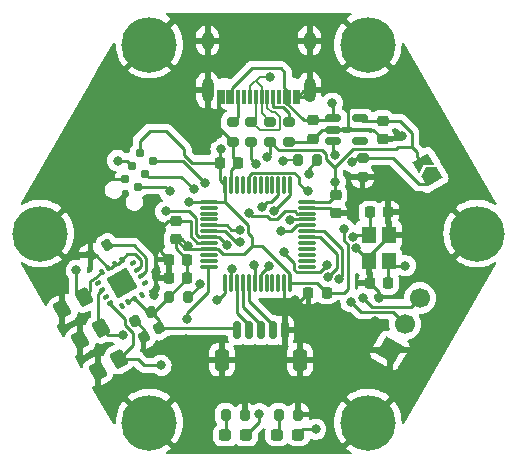
<source format=gbr>
%TF.GenerationSoftware,KiCad,Pcbnew,(7.0.0)*%
%TF.CreationDate,2023-12-11T14:41:33-05:00*%
%TF.ProjectId,stm32-accel-breakout,73746d33-322d-4616-9363-656c2d627265,rev?*%
%TF.SameCoordinates,Original*%
%TF.FileFunction,Copper,L1,Top*%
%TF.FilePolarity,Positive*%
%FSLAX46Y46*%
G04 Gerber Fmt 4.6, Leading zero omitted, Abs format (unit mm)*
G04 Created by KiCad (PCBNEW (7.0.0)) date 2023-12-11 14:41:33*
%MOMM*%
%LPD*%
G01*
G04 APERTURE LIST*
G04 Aperture macros list*
%AMRoundRect*
0 Rectangle with rounded corners*
0 $1 Rounding radius*
0 $2 $3 $4 $5 $6 $7 $8 $9 X,Y pos of 4 corners*
0 Add a 4 corners polygon primitive as box body*
4,1,4,$2,$3,$4,$5,$6,$7,$8,$9,$2,$3,0*
0 Add four circle primitives for the rounded corners*
1,1,$1+$1,$2,$3*
1,1,$1+$1,$4,$5*
1,1,$1+$1,$6,$7*
1,1,$1+$1,$8,$9*
0 Add four rect primitives between the rounded corners*
20,1,$1+$1,$2,$3,$4,$5,0*
20,1,$1+$1,$4,$5,$6,$7,0*
20,1,$1+$1,$6,$7,$8,$9,0*
20,1,$1+$1,$8,$9,$2,$3,0*%
%AMHorizOval*
0 Thick line with rounded ends*
0 $1 width*
0 $2 $3 position (X,Y) of the first rounded end (center of the circle)*
0 $4 $5 position (X,Y) of the second rounded end (center of the circle)*
0 Add line between two ends*
20,1,$1,$2,$3,$4,$5,0*
0 Add two circle primitives to create the rounded ends*
1,1,$1,$2,$3*
1,1,$1,$4,$5*%
%AMRotRect*
0 Rectangle, with rotation*
0 The origin of the aperture is its center*
0 $1 length*
0 $2 width*
0 $3 Rotation angle, in degrees counterclockwise*
0 Add horizontal line*
21,1,$1,$2,0,0,$3*%
%AMFreePoly0*
4,1,6,0.500000,-0.750000,-0.650000,-0.750000,-0.150000,0.000000,-0.650000,0.750000,0.500000,0.750000,0.500000,-0.750000,0.500000,-0.750000,$1*%
%AMFreePoly1*
4,1,6,1.000000,0.000000,0.500000,-0.750000,-0.500000,-0.750000,-0.500000,0.750000,0.500000,0.750000,1.000000,0.000000,1.000000,0.000000,$1*%
G04 Aperture macros list end*
%TA.AperFunction,ComponentPad*%
%ADD10C,4.700000*%
%TD*%
%TA.AperFunction,SMDPad,CuDef*%
%ADD11R,0.300000X1.150000*%
%TD*%
%TA.AperFunction,ComponentPad*%
%ADD12O,1.000000X2.100000*%
%TD*%
%TA.AperFunction,ComponentPad*%
%ADD13O,1.000000X1.600000*%
%TD*%
%TA.AperFunction,SMDPad,CuDef*%
%ADD14RoundRect,0.150000X-0.512500X-0.150000X0.512500X-0.150000X0.512500X0.150000X-0.512500X0.150000X0*%
%TD*%
%TA.AperFunction,SMDPad,CuDef*%
%ADD15RoundRect,0.250000X0.054784X0.580112X-0.529784X0.242612X-0.054784X-0.580112X0.529784X-0.242612X0*%
%TD*%
%TA.AperFunction,SMDPad,CuDef*%
%ADD16RoundRect,0.100000X0.101554X0.174103X-0.201554X-0.000897X-0.101554X-0.174103X0.201554X0.000897X0*%
%TD*%
%TA.AperFunction,SMDPad,CuDef*%
%ADD17RoundRect,0.100000X-0.000897X0.201554X-0.174103X0.101554X0.000897X-0.201554X0.174103X-0.101554X0*%
%TD*%
%TA.AperFunction,SMDPad,CuDef*%
%ADD18RotRect,1.950000X1.950000X210.000000*%
%TD*%
%TA.AperFunction,SMDPad,CuDef*%
%ADD19RoundRect,0.200000X0.275000X-0.200000X0.275000X0.200000X-0.275000X0.200000X-0.275000X-0.200000X0*%
%TD*%
%TA.AperFunction,ComponentPad*%
%ADD20RotRect,1.700000X1.700000X150.000000*%
%TD*%
%TA.AperFunction,ComponentPad*%
%ADD21HorizOval,1.700000X0.000000X0.000000X0.000000X0.000000X0*%
%TD*%
%TA.AperFunction,SMDPad,CuDef*%
%ADD22RoundRect,0.200000X0.200000X0.275000X-0.200000X0.275000X-0.200000X-0.275000X0.200000X-0.275000X0*%
%TD*%
%TA.AperFunction,SMDPad,CuDef*%
%ADD23RoundRect,0.075000X-0.662500X-0.075000X0.662500X-0.075000X0.662500X0.075000X-0.662500X0.075000X0*%
%TD*%
%TA.AperFunction,SMDPad,CuDef*%
%ADD24RoundRect,0.075000X-0.075000X-0.662500X0.075000X-0.662500X0.075000X0.662500X-0.075000X0.662500X0*%
%TD*%
%TA.AperFunction,SMDPad,CuDef*%
%ADD25RoundRect,0.200000X-0.275000X0.200000X-0.275000X-0.200000X0.275000X-0.200000X0.275000X0.200000X0*%
%TD*%
%TA.AperFunction,SMDPad,CuDef*%
%ADD26RoundRect,0.237500X-0.287500X-0.237500X0.287500X-0.237500X0.287500X0.237500X-0.287500X0.237500X0*%
%TD*%
%TA.AperFunction,SMDPad,CuDef*%
%ADD27RoundRect,0.225000X0.250000X-0.225000X0.250000X0.225000X-0.250000X0.225000X-0.250000X-0.225000X0*%
%TD*%
%TA.AperFunction,SMDPad,CuDef*%
%ADD28RoundRect,0.225000X0.069856X0.329006X-0.319856X0.104006X-0.069856X-0.329006X0.319856X-0.104006X0*%
%TD*%
%TA.AperFunction,SMDPad,CuDef*%
%ADD29RoundRect,0.225000X0.225000X0.250000X-0.225000X0.250000X-0.225000X-0.250000X0.225000X-0.250000X0*%
%TD*%
%TA.AperFunction,SMDPad,CuDef*%
%ADD30RoundRect,0.225000X-0.225000X-0.250000X0.225000X-0.250000X0.225000X0.250000X-0.225000X0.250000X0*%
%TD*%
%TA.AperFunction,SMDPad,CuDef*%
%ADD31RoundRect,0.225000X-0.250000X0.225000X-0.250000X-0.225000X0.250000X-0.225000X0.250000X0.225000X0*%
%TD*%
%TA.AperFunction,SMDPad,CuDef*%
%ADD32FreePoly0,120.000000*%
%TD*%
%TA.AperFunction,SMDPad,CuDef*%
%ADD33FreePoly1,120.000000*%
%TD*%
%TA.AperFunction,SMDPad,CuDef*%
%ADD34RoundRect,0.150000X0.150000X0.625000X-0.150000X0.625000X-0.150000X-0.625000X0.150000X-0.625000X0*%
%TD*%
%TA.AperFunction,SMDPad,CuDef*%
%ADD35RoundRect,0.250000X0.350000X0.650000X-0.350000X0.650000X-0.350000X-0.650000X0.350000X-0.650000X0*%
%TD*%
%TA.AperFunction,ConnectorPad*%
%ADD36C,0.787400*%
%TD*%
%TA.AperFunction,SMDPad,CuDef*%
%ADD37RoundRect,0.200000X-0.035705X-0.338157X0.310705X-0.138157X0.035705X0.338157X-0.310705X0.138157X0*%
%TD*%
%TA.AperFunction,SMDPad,CuDef*%
%ADD38R,1.200000X1.400000*%
%TD*%
%TA.AperFunction,ViaPad*%
%ADD39C,0.800000*%
%TD*%
%TA.AperFunction,Conductor*%
%ADD40C,0.250000*%
%TD*%
%TA.AperFunction,Conductor*%
%ADD41C,0.200000*%
%TD*%
G04 APERTURE END LIST*
D10*
%TO.P,H6,1,1*%
%TO.N,GND*%
X168327215Y-100278051D03*
%TD*%
%TO.P,H5,1,1*%
%TO.N,GND*%
X131327215Y-100278051D03*
%TD*%
%TO.P,H4,1,1*%
%TO.N,GND*%
X140577215Y-84278051D03*
%TD*%
%TO.P,H3,1,1*%
%TO.N,GND*%
X159077215Y-84278051D03*
%TD*%
%TO.P,H2,1,1*%
%TO.N,GND*%
X159077215Y-116278051D03*
%TD*%
%TO.P,H1,1,1*%
%TO.N,GND*%
X140577215Y-116278051D03*
%TD*%
D11*
%TO.P,J1,A1,GND*%
%TO.N,GND*%
X153177214Y-88698050D03*
%TO.P,J1,A4,VBUS*%
%TO.N,+5V*%
X152377214Y-88698050D03*
%TO.P,J1,A5,CC1*%
%TO.N,Net-(J1-CC1)*%
X151077214Y-88698050D03*
%TO.P,J1,A6,D+*%
%TO.N,USB_D+*%
X150077214Y-88698050D03*
%TO.P,J1,A7,D-*%
%TO.N,USB_D-*%
X149577214Y-88698050D03*
%TO.P,J1,A8,SBU1*%
%TO.N,unconnected-(J1-SBU1-PadA8)*%
X148577214Y-88698050D03*
%TO.P,J1,A9,VBUS*%
%TO.N,+5V*%
X147277214Y-88698050D03*
%TO.P,J1,A12,GND*%
%TO.N,GND*%
X146477214Y-88698050D03*
%TO.P,J1,B1,GND*%
X146777214Y-88698050D03*
%TO.P,J1,B4,VBUS*%
%TO.N,+5V*%
X147577214Y-88698050D03*
%TO.P,J1,B5,CC2*%
%TO.N,Net-(J1-CC2)*%
X148077214Y-88698050D03*
%TO.P,J1,B6,D+*%
%TO.N,USB_D+*%
X149077214Y-88698050D03*
%TO.P,J1,B7,D-*%
%TO.N,USB_D-*%
X150577214Y-88698050D03*
%TO.P,J1,B8,SBU2*%
%TO.N,unconnected-(J1-SBU2-PadB8)*%
X151577214Y-88698050D03*
%TO.P,J1,B9,VBUS*%
%TO.N,+5V*%
X152077214Y-88698050D03*
%TO.P,J1,B12,GND*%
%TO.N,GND*%
X152877214Y-88698050D03*
D12*
%TO.P,J1,S1,SHIELD*%
X154147214Y-88133050D03*
D13*
X154147214Y-83953050D03*
D12*
X145507214Y-88133050D03*
D13*
X145507214Y-83953050D03*
%TD*%
D14*
%TO.P,U2,1,VIN*%
%TO.N,+5V*%
X156152215Y-90528051D03*
%TO.P,U2,2,GND*%
%TO.N,GND*%
X156152215Y-91478051D03*
%TO.P,U2,3,EN*%
%TO.N,+5V*%
X156152215Y-92428051D03*
%TO.P,U2,4,NC*%
%TO.N,unconnected-(U2-NC-Pad4)*%
X158427215Y-92428051D03*
%TO.P,U2,5,VOUT*%
%TO.N,+3.3V*%
X158427215Y-90528051D03*
%TD*%
D15*
%TO.P,C7,1*%
%TO.N,ADXL_Z1_{out}*%
X135017215Y-105664578D03*
%TO.P,C7,2*%
%TO.N,GND*%
X133220213Y-106702078D03*
%TD*%
D16*
%TO.P,U3,1,NC*%
%TO.N,unconnected-(U3-NC-Pad1)*%
X140186958Y-104472426D03*
%TO.P,U3,2,ST*%
%TO.N,ADXL_SELF_TEST*%
X139861958Y-103909509D03*
%TO.P,U3,3,COM*%
%TO.N,GND*%
X139536958Y-103346593D03*
%TO.P,U3,4,NC*%
%TO.N,unconnected-(U3-NC-Pad4)*%
X139211958Y-102783676D03*
D17*
%TO.P,U3,5,COM*%
%TO.N,GND*%
X138221590Y-102518308D03*
%TO.P,U3,6,COM*%
X137658673Y-102843308D03*
%TO.P,U3,7,COM*%
X137095757Y-103168308D03*
%TO.P,U3,8,Z_out*%
%TO.N,ADXL_Z1_{out}*%
X136532840Y-103493308D03*
D16*
%TO.P,U3,9,NC*%
%TO.N,unconnected-(U3-NC-Pad9)*%
X136267472Y-104483676D03*
%TO.P,U3,10,Y_out*%
%TO.N,ADXL_Y1_{out}*%
X136592472Y-105046593D03*
%TO.P,U3,11,NC*%
%TO.N,unconnected-(U3-NC-Pad11)*%
X136917472Y-105609509D03*
%TO.P,U3,12,X_out*%
%TO.N,ADXL_X1_{out}*%
X137242472Y-106172426D03*
D17*
%TO.P,U3,13,NC*%
%TO.N,unconnected-(U3-NC-Pad13)*%
X138232840Y-106437794D03*
%TO.P,U3,14,V_s*%
%TO.N,+3.3V*%
X138795757Y-106112794D03*
%TO.P,U3,15,V_s*%
X139358673Y-105787794D03*
%TO.P,U3,16,NC*%
%TO.N,unconnected-(U3-NC-Pad16)*%
X139921590Y-105462794D03*
D18*
%TO.P,U3,EP,EP*%
%TO.N,unconnected-(U3-PadEP)*%
X138227214Y-104478050D03*
%TD*%
D19*
%TO.P,R6,1*%
%TO.N,Net-(U1-PA11)*%
X149227215Y-92503051D03*
%TO.P,R6,2*%
%TO.N,USB_D-*%
X149227215Y-90853051D03*
%TD*%
D20*
%TO.P,J3,1,Pin_1*%
%TO.N,GND*%
X160949999Y-110149999D03*
D21*
%TO.P,J3,2,Pin_2*%
%TO.N,TX1*%
X162219999Y-107950294D03*
%TO.P,J3,3,Pin_3*%
%TO.N,RX1*%
X163489999Y-105750590D03*
%TD*%
D22*
%TO.P,R7,1*%
%TO.N,RST*%
X143852215Y-105678051D03*
%TO.P,R7,2*%
%TO.N,+3.3V*%
X142202215Y-105678051D03*
%TD*%
%TO.P,R10,1*%
%TO.N,GND*%
X153175000Y-115600000D03*
%TO.P,R10,2*%
%TO.N,Net-(D2-K)*%
X151525000Y-115600000D03*
%TD*%
D23*
%TO.P,U1,1,VBAT*%
%TO.N,+3.3V*%
X145587500Y-97587500D03*
%TO.P,U1,2,PC13*%
%TO.N,unconnected-(U1-PC13-Pad2)*%
X145587500Y-98087500D03*
%TO.P,U1,3,PC14*%
%TO.N,unconnected-(U1-PC14-Pad3)*%
X145587500Y-98587500D03*
%TO.P,U1,4,PC15*%
%TO.N,unconnected-(U1-PC15-Pad4)*%
X145587500Y-99087500D03*
%TO.P,U1,5,PD0*%
%TO.N,Net-(U1-PD0)*%
X145587500Y-99587500D03*
%TO.P,U1,6,PD1*%
%TO.N,Net-(U1-PD1)*%
X145587500Y-100087500D03*
%TO.P,U1,7,NRST*%
%TO.N,RST*%
X145587500Y-100587500D03*
%TO.P,U1,8,VSSA*%
%TO.N,GND*%
X145587500Y-101087500D03*
%TO.P,U1,9,VDDA*%
%TO.N,+3.3V*%
X145587500Y-101587500D03*
%TO.P,U1,10,PA0*%
%TO.N,unconnected-(U1-PA0-Pad10)*%
X145587500Y-102087500D03*
%TO.P,U1,11,PA1*%
%TO.N,unconnected-(U1-PA1-Pad11)*%
X145587500Y-102587500D03*
%TO.P,U1,12,PA2*%
%TO.N,ADXL_X1_{out}*%
X145587500Y-103087500D03*
D24*
%TO.P,U1,13,PA3*%
%TO.N,ADXL_Y1_{out}*%
X147000000Y-104500000D03*
%TO.P,U1,14,PA4*%
%TO.N,ADXL_Z1_{out}*%
X147500000Y-104500000D03*
%TO.P,U1,15,PA5*%
%TO.N,ADXL_X2_{out}*%
X148000000Y-104500000D03*
%TO.P,U1,16,PA6*%
%TO.N,ADXL_Y2_{out}*%
X148500000Y-104500000D03*
%TO.P,U1,17,PA7*%
%TO.N,ADXL_Z2_{out}*%
X149000000Y-104500000D03*
%TO.P,U1,18,PB0*%
%TO.N,Net-(D1-A)*%
X149500000Y-104500000D03*
%TO.P,U1,19,PB1*%
%TO.N,Net-(D2-A)*%
X150000000Y-104500000D03*
%TO.P,U1,20,PB2*%
%TO.N,unconnected-(U1-PB2-Pad20)*%
X150500000Y-104500000D03*
%TO.P,U1,21,PB10*%
%TO.N,unconnected-(U1-PB10-Pad21)*%
X151000000Y-104500000D03*
%TO.P,U1,22,PB11*%
%TO.N,unconnected-(U1-PB11-Pad22)*%
X151500000Y-104500000D03*
%TO.P,U1,23,VSS*%
%TO.N,GND*%
X152000000Y-104500000D03*
%TO.P,U1,24,VDD*%
%TO.N,+3.3V*%
X152500000Y-104500000D03*
D23*
%TO.P,U1,25,PB12*%
%TO.N,unconnected-(U1-PB12-Pad25)*%
X153912500Y-103087500D03*
%TO.P,U1,26,PB13*%
%TO.N,unconnected-(U1-PB13-Pad26)*%
X153912500Y-102587500D03*
%TO.P,U1,27,PB14*%
%TO.N,unconnected-(U1-PB14-Pad27)*%
X153912500Y-102087500D03*
%TO.P,U1,28,PB15*%
%TO.N,unconnected-(U1-PB15-Pad28)*%
X153912500Y-101587500D03*
%TO.P,U1,29,PA8*%
%TO.N,unconnected-(U1-PA8-Pad29)*%
X153912500Y-101087500D03*
%TO.P,U1,30,PA9*%
%TO.N,TX1*%
X153912500Y-100587500D03*
%TO.P,U1,31,PA10*%
%TO.N,RX1*%
X153912500Y-100087500D03*
%TO.P,U1,32,PA11*%
%TO.N,Net-(U1-PA11)*%
X153912500Y-99587500D03*
%TO.P,U1,33,PA12*%
%TO.N,Net-(U1-PA12)*%
X153912500Y-99087500D03*
%TO.P,U1,34,PA13*%
%TO.N,SWDIO*%
X153912500Y-98587500D03*
%TO.P,U1,35,VSS*%
%TO.N,GND*%
X153912500Y-98087500D03*
%TO.P,U1,36,VDD*%
%TO.N,+3.3V*%
X153912500Y-97587500D03*
D24*
%TO.P,U1,37,PA14*%
%TO.N,SWCLK*%
X152500000Y-96175000D03*
%TO.P,U1,38,PA15*%
%TO.N,unconnected-(U1-PA15-Pad38)*%
X152000000Y-96175000D03*
%TO.P,U1,39,PB3*%
%TO.N,SWO*%
X151500000Y-96175000D03*
%TO.P,U1,40,PB4*%
%TO.N,unconnected-(U1-PB4-Pad40)*%
X151000000Y-96175000D03*
%TO.P,U1,41,PB5*%
%TO.N,unconnected-(U1-PB5-Pad41)*%
X150500000Y-96175000D03*
%TO.P,U1,42,PB6*%
%TO.N,unconnected-(U1-PB6-Pad42)*%
X150000000Y-96175000D03*
%TO.P,U1,43,PB7*%
%TO.N,unconnected-(U1-PB7-Pad43)*%
X149500000Y-96175000D03*
%TO.P,U1,44,BOOT0*%
%TO.N,BOOT0*%
X149000000Y-96175000D03*
%TO.P,U1,45,PB8*%
%TO.N,unconnected-(U1-PB8-Pad45)*%
X148500000Y-96175000D03*
%TO.P,U1,46,PB9*%
%TO.N,unconnected-(U1-PB9-Pad46)*%
X148000000Y-96175000D03*
%TO.P,U1,47,VSS*%
%TO.N,GND*%
X147500000Y-96175000D03*
%TO.P,U1,48,VDD*%
%TO.N,+3.3V*%
X147000000Y-96175000D03*
%TD*%
D25*
%TO.P,R2,1*%
%TO.N,Net-(J1-CC2)*%
X147627215Y-90853051D03*
%TO.P,R2,2*%
%TO.N,GND*%
X147627215Y-92503051D03*
%TD*%
%TO.P,R1,1*%
%TO.N,Net-(J1-CC1)*%
X152427215Y-90853051D03*
%TO.P,R1,2*%
%TO.N,GND*%
X152427215Y-92503051D03*
%TD*%
D26*
%TO.P,D2,1,K*%
%TO.N,Net-(D2-K)*%
X151425000Y-117300000D03*
%TO.P,D2,2,A*%
%TO.N,Net-(D2-A)*%
X153175000Y-117300000D03*
%TD*%
D27*
%TO.P,C1,1*%
%TO.N,GND*%
X160327215Y-92303051D03*
%TO.P,C1,2*%
%TO.N,+3.3V*%
X160327215Y-90753051D03*
%TD*%
D28*
%TO.P,C11,1*%
%TO.N,+3.3V*%
X141427215Y-108278051D03*
%TO.P,C11,2*%
%TO.N,GND*%
X140084875Y-109053051D03*
%TD*%
D25*
%TO.P,R3,1*%
%TO.N,BOOT0*%
X158627215Y-93853051D03*
%TO.P,R3,2*%
%TO.N,GND*%
X158627215Y-95503051D03*
%TD*%
D29*
%TO.P,C4,1*%
%TO.N,+3.3V*%
X155602215Y-105278051D03*
%TO.P,C4,2*%
%TO.N,GND*%
X154052215Y-105278051D03*
%TD*%
D30*
%TO.P,C14,1*%
%TO.N,Net-(U1-PD0)*%
X159252215Y-98478051D03*
%TO.P,C14,2*%
%TO.N,GND*%
X160802215Y-98478051D03*
%TD*%
D25*
%TO.P,R4,1*%
%TO.N,USB_D+*%
X150827215Y-90853051D03*
%TO.P,R4,2*%
%TO.N,+3.3V*%
X150827215Y-92503051D03*
%TD*%
D31*
%TO.P,C3,1*%
%TO.N,+3.3V*%
X156350000Y-97025000D03*
%TO.P,C3,2*%
%TO.N,GND*%
X156350000Y-98575000D03*
%TD*%
D15*
%TO.P,C9,1*%
%TO.N,ADXL_X1_{out}*%
X138027215Y-110878051D03*
%TO.P,C9,2*%
%TO.N,GND*%
X136230213Y-111915551D03*
%TD*%
D26*
%TO.P,D1,1,K*%
%TO.N,Net-(D1-K)*%
X147022785Y-117330492D03*
%TO.P,D1,2,A*%
%TO.N,Net-(D1-A)*%
X148772785Y-117330492D03*
%TD*%
D32*
%TO.P,JP1,2,B*%
%TO.N,+3.3V*%
X163787500Y-94272132D03*
D33*
%TO.P,JP1,1,A*%
%TO.N,BOOT0*%
X164512500Y-95527868D03*
%TD*%
D22*
%TO.P,R9,1*%
%TO.N,GND*%
X148697785Y-115630492D03*
%TO.P,R9,2*%
%TO.N,Net-(D1-K)*%
X147047785Y-115630492D03*
%TD*%
D29*
%TO.P,C15,1*%
%TO.N,Net-(U1-PD1)*%
X160777215Y-104478051D03*
%TO.P,C15,2*%
%TO.N,GND*%
X159227215Y-104478051D03*
%TD*%
D30*
%TO.P,C6,1*%
%TO.N,+3.3V*%
X146552215Y-94278051D03*
%TO.P,C6,2*%
%TO.N,GND*%
X148102215Y-94278051D03*
%TD*%
D27*
%TO.P,C2,1*%
%TO.N,GND*%
X154427215Y-92253051D03*
%TO.P,C2,2*%
%TO.N,+5V*%
X154427215Y-90703051D03*
%TD*%
%TO.P,C5,1*%
%TO.N,+3.3V*%
X142800000Y-100775000D03*
%TO.P,C5,2*%
%TO.N,GND*%
X142800000Y-99225000D03*
%TD*%
D28*
%TO.P,C10,1*%
%TO.N,+3.3V*%
X140698385Y-106890551D03*
%TO.P,C10,2*%
%TO.N,GND*%
X139356045Y-107665551D03*
%TD*%
D22*
%TO.P,R5,1*%
%TO.N,Net-(U1-PA12)*%
X154802215Y-94078051D03*
%TO.P,R5,2*%
%TO.N,USB_D+*%
X153152215Y-94078051D03*
%TD*%
D15*
%TO.P,C8,1*%
%TO.N,ADXL_Y1_{out}*%
X136522215Y-108271315D03*
%TO.P,C8,2*%
%TO.N,GND*%
X134725213Y-109308815D03*
%TD*%
D29*
%TO.P,C12,1*%
%TO.N,+3.3V*%
X143802215Y-104078051D03*
%TO.P,C12,2*%
%TO.N,GND*%
X142252215Y-104078051D03*
%TD*%
D34*
%TO.P,J2,1,Pin_1*%
%TO.N,GND*%
X152027215Y-108453051D03*
%TO.P,J2,2,Pin_2*%
%TO.N,ADXL_Z2_{out}*%
X151027215Y-108453051D03*
%TO.P,J2,3,Pin_3*%
%TO.N,ADXL_Y2_{out}*%
X150027215Y-108453051D03*
%TO.P,J2,4,Pin_4*%
%TO.N,ADXL_X2_{out}*%
X149027215Y-108453051D03*
%TO.P,J2,5,Pin_5*%
%TO.N,+3.3V*%
X148027215Y-108453051D03*
D35*
%TO.P,J2,MP,MountPin*%
%TO.N,GND*%
X153327215Y-110978051D03*
X146727215Y-110978051D03*
%TD*%
D36*
%TO.P,J4,1,VCC*%
%TO.N,+3.3V*%
X139785074Y-93482648D03*
%TO.P,J4,2,SWDIO*%
%TO.N,SWDIO*%
X140884926Y-94117648D03*
%TO.P,J4,3,~{RESET}*%
%TO.N,RST*%
X139150074Y-94582500D03*
%TO.P,J4,4,SWCLK*%
%TO.N,SWCLK*%
X140249926Y-95217500D03*
%TO.P,J4,5,GND*%
%TO.N,GND*%
X138515074Y-95682352D03*
%TO.P,J4,6,SWO*%
%TO.N,SWO*%
X139614926Y-96317352D03*
%TD*%
D29*
%TO.P,C13,1*%
%TO.N,+3.3V*%
X143802215Y-102478051D03*
%TO.P,C13,2*%
%TO.N,GND*%
X142252215Y-102478051D03*
%TD*%
D37*
%TO.P,R8,1*%
%TO.N,GND*%
X135598273Y-102103051D03*
%TO.P,R8,2*%
%TO.N,ADXL_SELF_TEST*%
X137027215Y-101278051D03*
%TD*%
D38*
%TO.P,Y1,1,1*%
%TO.N,Net-(U1-PD0)*%
X159152214Y-100378050D03*
%TO.P,Y1,2,2*%
%TO.N,GND*%
X159152214Y-102578050D03*
%TO.P,Y1,3,3*%
%TO.N,Net-(U1-PD1)*%
X160852214Y-102578050D03*
%TO.P,Y1,4,4*%
%TO.N,GND*%
X160852214Y-100378050D03*
%TD*%
D39*
%TO.N,+3.3V*%
X143900000Y-97600000D03*
X157067306Y-99899128D03*
X143854609Y-101320868D03*
X150550000Y-93800000D03*
X146650000Y-93100000D03*
X156327215Y-95928051D03*
%TO.N,ADXL_Z1_{out}*%
X147572659Y-103250278D03*
X134400000Y-103400000D03*
%TO.N,ADXL_Y1_{out}*%
X146270694Y-105928551D03*
X138333881Y-108866119D03*
%TO.N,ADXL_X1_{out}*%
X143750617Y-107553551D03*
X141550000Y-111450000D03*
%TO.N,USB_D+*%
X150800000Y-87024500D03*
X151927215Y-94178051D03*
%TO.N,Net-(U1-PD0)*%
X148225500Y-99977551D03*
X157838112Y-100535417D03*
%TO.N,Net-(U1-PD1)*%
X148251509Y-100976715D03*
X162250000Y-103000000D03*
X152000000Y-101800000D03*
X155592241Y-102983722D03*
%TO.N,Net-(D1-A)*%
X149465825Y-102915820D03*
X149900000Y-115550000D03*
%TO.N,Net-(D2-A)*%
X154650000Y-116850000D03*
X150700000Y-103000000D03*
%TO.N,BOOT0*%
X157764868Y-94215704D03*
X154027215Y-96678051D03*
%TO.N,TX1*%
X155666211Y-103980483D03*
X157650000Y-106050000D03*
%TO.N,Net-(U1-PA12)*%
X154077215Y-95278051D03*
X152484867Y-99124500D03*
%TO.N,RX1*%
X156651000Y-104151352D03*
X158700000Y-105750591D03*
%TO.N,RST*%
X144826265Y-104550000D03*
X147144085Y-101255915D03*
X137900000Y-94100000D03*
X141966920Y-98410848D03*
%TO.N,Net-(U1-PA11)*%
X149641124Y-94388000D03*
X151704662Y-100065763D03*
%TO.N,SWO*%
X150100000Y-98000000D03*
X142300000Y-96700000D03*
%TO.N,+5V*%
X156301294Y-93608155D03*
X156063808Y-89241457D03*
%TO.N,GND*%
X158100000Y-101500000D03*
X136500000Y-110100000D03*
X153000000Y-113650000D03*
X144250000Y-115250000D03*
X162400000Y-100400000D03*
X160000000Y-105750000D03*
X166500000Y-96500000D03*
X140650000Y-110350000D03*
X155850000Y-118400000D03*
X167050000Y-104250000D03*
X140950000Y-105500000D03*
X137450000Y-113650000D03*
X149250000Y-113400000D03*
X131700000Y-96350000D03*
X162500000Y-98500000D03*
X145650000Y-113350000D03*
X164350000Y-111100000D03*
X148400000Y-82350000D03*
X162150000Y-104450000D03*
X156050000Y-87050000D03*
X143400000Y-87100000D03*
X162000000Y-92000000D03*
X155750000Y-82250000D03*
X143650000Y-109200000D03*
X164250000Y-102000000D03*
X152950000Y-105900000D03*
X157850000Y-97050000D03*
X146900000Y-86200000D03*
X135300000Y-90450000D03*
X153200000Y-86250000D03*
X161850000Y-113350000D03*
X135600000Y-95100000D03*
X141150000Y-103550000D03*
X135000000Y-107450000D03*
X158800000Y-112350000D03*
X144000000Y-118350000D03*
X131750000Y-104150000D03*
X160500000Y-96500000D03*
X151500000Y-82250000D03*
X159000000Y-89000000D03*
X133650000Y-93300000D03*
X146000000Y-92150000D03*
X164200000Y-98500000D03*
X140800000Y-101200000D03*
X141000000Y-112500000D03*
X155900000Y-106800000D03*
X159700000Y-107650000D03*
X155000000Y-115000000D03*
X165250000Y-91350000D03*
X156450000Y-108950000D03*
X137300000Y-87350000D03*
X135300000Y-100100000D03*
X140550000Y-98600000D03*
X144050000Y-82300000D03*
X162400000Y-87000000D03*
X140400000Y-88450000D03*
X166200000Y-107600000D03*
%TO.N,SWDIO*%
X145327215Y-96028051D03*
X149000000Y-98528551D03*
%TO.N,SWCLK*%
X151096551Y-98344370D03*
X144327215Y-96528051D03*
%TD*%
D40*
%TO.N,GND*%
X152275000Y-106075000D02*
X152000000Y-105800000D01*
X152000000Y-105800000D02*
X152000000Y-104500000D01*
X153255266Y-106075000D02*
X152275000Y-106075000D01*
X154052215Y-105278051D02*
X153255266Y-106075000D01*
X156750000Y-88250000D02*
X157427215Y-88927215D01*
X153625266Y-88250000D02*
X156750000Y-88250000D01*
X153177215Y-88698051D02*
X153625266Y-88250000D01*
X157427215Y-88927215D02*
X157427215Y-91478051D01*
%TO.N,+5V*%
X156152215Y-89329864D02*
X156063808Y-89241457D01*
X156152215Y-90528051D02*
X156152215Y-89329864D01*
%TO.N,+3.3V*%
X162800000Y-91750000D02*
X161803051Y-90753051D01*
X155787500Y-97587500D02*
X156350000Y-97025000D01*
X149300000Y-101300000D02*
X150105264Y-101300000D01*
X156327215Y-94628051D02*
X156327215Y-95928051D01*
X156327215Y-97002215D02*
X156327215Y-95928051D01*
X150827215Y-92503051D02*
X151552215Y-93228051D01*
X155602215Y-105278051D02*
X154802215Y-104478051D01*
X150105264Y-101300000D02*
X152500000Y-103694736D01*
X146552215Y-95727215D02*
X147000000Y-96175000D01*
X156350000Y-97025000D02*
X156327215Y-97002215D01*
X155527215Y-93585589D02*
X155527215Y-93953356D01*
X157375500Y-101195747D02*
X157067306Y-100887553D01*
X146552215Y-93197785D02*
X146552215Y-94278051D01*
X150827215Y-92503051D02*
X150827215Y-93522785D01*
X146990551Y-97587500D02*
X148950500Y-99547449D01*
X139785074Y-93482648D02*
X139785074Y-92414926D01*
X146650000Y-93100000D02*
X146552215Y-93197785D01*
X145587500Y-97587500D02*
X143912500Y-97587500D01*
X143854609Y-101320868D02*
X143308741Y-100775000D01*
X155602215Y-105278051D02*
X157071949Y-105278051D01*
X146990551Y-97587500D02*
X147000000Y-97578051D01*
X142800000Y-100775000D02*
X142800000Y-101475836D01*
X157827215Y-93128051D02*
X161471949Y-93128051D01*
X148950500Y-100237245D02*
X149300000Y-100586745D01*
X147000000Y-96175000D02*
X147000000Y-97578051D01*
X147852215Y-108278051D02*
X148027215Y-108453051D01*
X140989715Y-106890551D02*
X142202215Y-105678051D01*
X161650000Y-92950000D02*
X162771949Y-92950000D01*
X148950500Y-99547449D02*
X148950500Y-100237245D01*
X146552215Y-94278051D02*
X146552215Y-95727215D01*
X157375500Y-104974500D02*
X157375500Y-101195747D01*
X163221949Y-93706581D02*
X163221949Y-93400000D01*
X141427215Y-108278051D02*
X141427215Y-107619381D01*
X142202215Y-105678051D02*
X143802215Y-104078051D01*
X139785074Y-92414926D02*
X140600000Y-91600000D01*
X142800000Y-101475836D02*
X143802215Y-102478051D01*
X152500000Y-103694736D02*
X152500000Y-104500000D01*
X162771949Y-92950000D02*
X163221949Y-93400000D01*
X152521949Y-104478051D02*
X152500000Y-104500000D01*
X148555221Y-102044779D02*
X146850043Y-102044779D01*
X160327215Y-90753051D02*
X158652215Y-90753051D01*
X151552215Y-93228051D02*
X155169677Y-93228051D01*
X143308741Y-100775000D02*
X142800000Y-100775000D01*
X141427215Y-107619381D02*
X140698385Y-106890551D01*
X156201910Y-94628051D02*
X156327215Y-94628051D01*
X158652215Y-90753051D02*
X158427215Y-90528051D01*
X146850043Y-102044779D02*
X146392764Y-101587500D01*
X141427215Y-108278051D02*
X147852215Y-108278051D01*
X143535560Y-93135560D02*
X143535560Y-93600000D01*
X140698385Y-106890551D02*
X140989715Y-106890551D01*
X143535560Y-93600000D02*
X144213611Y-94278051D01*
X140461430Y-106890551D02*
X140698385Y-106890551D01*
X143802215Y-104078051D02*
X143802215Y-102478051D01*
X162800000Y-92978051D02*
X162800000Y-91750000D01*
X149300000Y-100586745D02*
X149300000Y-101300000D01*
X144213611Y-94278051D02*
X146552215Y-94278051D01*
X155527215Y-93953356D02*
X156201910Y-94628051D01*
X156327215Y-94628051D02*
X157827215Y-93128051D01*
X161803051Y-90753051D02*
X160327215Y-90753051D01*
X142000000Y-91600000D02*
X143535560Y-93135560D01*
X139358673Y-105787794D02*
X140461430Y-106890551D01*
X153912500Y-97587500D02*
X155787500Y-97587500D01*
X154802215Y-104478051D02*
X152521949Y-104478051D01*
X142800000Y-100775000D02*
X143612500Y-101587500D01*
X157071949Y-105278051D02*
X157375500Y-104974500D01*
X157067306Y-100887553D02*
X157067306Y-99899128D01*
X140600000Y-91600000D02*
X142000000Y-91600000D01*
X145587500Y-97587500D02*
X146990551Y-97587500D01*
X139358673Y-105787794D02*
X139120757Y-105787794D01*
X161471949Y-93128051D02*
X161650000Y-92950000D01*
X146392764Y-101587500D02*
X145587500Y-101587500D01*
X155169677Y-93228051D02*
X155527215Y-93585589D01*
X143612500Y-101587500D02*
X145587500Y-101587500D01*
X143912500Y-97587500D02*
X143900000Y-97600000D01*
X149300000Y-101300000D02*
X148555221Y-102044779D01*
X150827215Y-93522785D02*
X150550000Y-93800000D01*
X163787500Y-94272132D02*
X163221949Y-93706581D01*
X139120757Y-105787794D02*
X138795757Y-106112794D01*
X163221949Y-93400000D02*
X162800000Y-92978051D01*
%TO.N,ADXL_Z1_{out}*%
X135577215Y-104328280D02*
X135700963Y-104204532D01*
X135986431Y-104039717D02*
X136532840Y-103493308D01*
X134400000Y-103400000D02*
X134400000Y-105425305D01*
X135017215Y-105664578D02*
X135577215Y-105104578D01*
X147500000Y-104500000D02*
X147500000Y-103322937D01*
X135577215Y-105104578D02*
X135577215Y-104328280D01*
X134639273Y-105664578D02*
X135017215Y-105664578D01*
X134400000Y-105425305D02*
X134639273Y-105664578D01*
X135700963Y-104204532D02*
X135986431Y-104039717D01*
%TO.N,ADXL_Y1_{out}*%
X136592472Y-105046593D02*
X136259836Y-105379229D01*
X146270694Y-105928551D02*
X146371449Y-105928551D01*
X137117019Y-108866119D02*
X136522215Y-108271315D01*
X146371449Y-105928551D02*
X147000000Y-105300000D01*
X136259836Y-108008936D02*
X136522215Y-108271315D01*
X136259836Y-105379229D02*
X136259836Y-108008936D01*
X147000000Y-105300000D02*
X147000000Y-104500000D01*
X138333881Y-108866119D02*
X137117019Y-108866119D01*
%TO.N,ADXL_X1_{out}*%
X138483744Y-107491934D02*
X138483744Y-107991383D01*
X139578051Y-110878051D02*
X138027215Y-110878051D01*
X145587500Y-103087500D02*
X145550765Y-103124235D01*
X145550765Y-105199235D02*
X143750617Y-106999383D01*
X145550765Y-103124235D02*
X145550765Y-105199235D01*
X137242472Y-106172426D02*
X137242472Y-106250662D01*
X139212574Y-109692692D02*
X138027215Y-110878051D01*
X140150000Y-111450000D02*
X139578051Y-110878051D01*
X141550000Y-111450000D02*
X140150000Y-111450000D01*
X138483744Y-107991383D02*
X139212574Y-108720213D01*
X143750617Y-106999383D02*
X143750617Y-107553551D01*
X137242472Y-106250662D02*
X138483744Y-107491934D01*
X139212574Y-108720213D02*
X139212574Y-109692692D01*
%TO.N,Net-(D1-K)*%
X147047785Y-115630492D02*
X147047785Y-117305492D01*
X147047785Y-117305492D02*
X147022785Y-117330492D01*
%TO.N,Net-(D2-K)*%
X151525000Y-117200000D02*
X151425000Y-117300000D01*
X151525000Y-115600000D02*
X151525000Y-117200000D01*
%TO.N,Net-(J1-CC1)*%
X151102215Y-89598051D02*
X151915819Y-89598051D01*
X151077215Y-89573051D02*
X151102215Y-89598051D01*
X151077215Y-88698051D02*
X151077215Y-89573051D01*
X151915819Y-89598051D02*
X152427215Y-90109447D01*
X152427215Y-90109447D02*
X152427215Y-90853051D01*
D41*
%TO.N,USB_D+*%
X149552215Y-87398051D02*
X149602215Y-87398051D01*
X149127215Y-87823051D02*
X149552215Y-87398051D01*
X149602215Y-87398051D02*
X150077215Y-87873051D01*
X150800000Y-87024500D02*
X149925766Y-87024500D01*
X153152215Y-94078051D02*
X152027215Y-94078051D01*
X150077215Y-87873051D02*
X150077215Y-88698051D01*
X149077215Y-88698051D02*
X149077215Y-87873051D01*
X149925766Y-87024500D02*
X149127215Y-87823051D01*
X150077215Y-88698051D02*
X150077215Y-90103051D01*
X150077215Y-90103051D02*
X150827215Y-90853051D01*
X149077215Y-87873051D02*
X149127215Y-87823051D01*
X152027215Y-94078051D02*
X151927215Y-94178051D01*
D40*
%TO.N,Net-(U1-PD0)*%
X147526715Y-99977551D02*
X147136664Y-99587500D01*
X159252215Y-98478051D02*
X159252215Y-100278051D01*
X157995478Y-100378051D02*
X157838112Y-100535417D01*
X148225500Y-99977551D02*
X147526715Y-99977551D01*
X159252215Y-100278051D02*
X159152215Y-100378051D01*
X159152215Y-100378051D02*
X157995478Y-100378051D01*
X147136664Y-99587500D02*
X145587500Y-99587500D01*
D41*
%TO.N,USB_D-*%
X150577215Y-89674091D02*
X150931175Y-90028051D01*
X151234322Y-90028051D02*
X151652215Y-90445944D01*
X151652215Y-90445944D02*
X151652215Y-91453051D01*
X150577215Y-88698051D02*
X150577215Y-89674091D01*
X151652215Y-91453051D02*
X151552215Y-91553051D01*
X151552215Y-91553051D02*
X149927215Y-91553051D01*
X149577215Y-88698051D02*
X149577215Y-90503051D01*
X149577215Y-90503051D02*
X149227215Y-90853051D01*
X150931175Y-90028051D02*
X151234322Y-90028051D01*
X149927215Y-91553051D02*
X149227215Y-90853051D01*
D40*
%TO.N,Net-(U1-PD1)*%
X152000000Y-101800000D02*
X152000000Y-101900000D01*
X155013463Y-103562500D02*
X155592241Y-102983722D01*
X147889483Y-100976715D02*
X147000268Y-100087500D01*
X161274164Y-103000000D02*
X160852215Y-102578051D01*
X160777215Y-102653051D02*
X160852215Y-102578051D01*
X162250000Y-103000000D02*
X161274164Y-103000000D01*
X152850000Y-102750000D02*
X152850000Y-103330264D01*
X147000268Y-100087500D02*
X145587500Y-100087500D01*
X152000000Y-101900000D02*
X152850000Y-102750000D01*
X153082236Y-103562500D02*
X155013463Y-103562500D01*
X152850000Y-103330264D02*
X153082236Y-103562500D01*
X160777215Y-104478051D02*
X160777215Y-102653051D01*
X148251509Y-100976715D02*
X147889483Y-100976715D01*
%TO.N,ADXL_X2_{out}*%
X149027215Y-108006300D02*
X149027215Y-108453051D01*
X148000000Y-104500000D02*
X148000000Y-106979085D01*
X148000000Y-106979085D02*
X149027215Y-108006300D01*
%TO.N,ADXL_Y2_{out}*%
X148500000Y-106479085D02*
X150027215Y-108006300D01*
X150027215Y-108006300D02*
X150027215Y-108453051D01*
X148500000Y-104500000D02*
X148500000Y-106479085D01*
%TO.N,ADXL_Z2_{out}*%
X149000000Y-105979085D02*
X151027215Y-108006300D01*
X149000000Y-104500000D02*
X149000000Y-105979085D01*
X151027215Y-108006300D02*
X151027215Y-108453051D01*
%TO.N,Net-(J1-CC2)*%
X148077215Y-88698051D02*
X148077215Y-90403051D01*
X148077215Y-90403051D02*
X147627215Y-90853051D01*
%TO.N,Net-(D1-A)*%
X149900000Y-116203277D02*
X148772785Y-117330492D01*
X149900000Y-115550000D02*
X149900000Y-116203277D01*
X149500000Y-102949995D02*
X149500000Y-104500000D01*
X149465825Y-102915820D02*
X149500000Y-102949995D01*
%TO.N,Net-(D2-A)*%
X153625000Y-116850000D02*
X153175000Y-117300000D01*
X150694736Y-103000000D02*
X150000000Y-103694736D01*
X150000000Y-103694736D02*
X150000000Y-104500000D01*
X150700000Y-103000000D02*
X150694736Y-103000000D01*
X154650000Y-116850000D02*
X153625000Y-116850000D01*
%TO.N,BOOT0*%
X161203051Y-93853051D02*
X158627215Y-93853051D01*
X163963462Y-96076906D02*
X163426906Y-96076906D01*
X153866726Y-96678051D02*
X153227215Y-96038540D01*
X152861664Y-95112500D02*
X149259315Y-95112500D01*
X153227215Y-95478051D02*
X152861664Y-95112500D01*
X158627215Y-93853051D02*
X158127521Y-93853051D01*
X154027215Y-96678051D02*
X153866726Y-96678051D01*
X149259315Y-95112500D02*
X149000000Y-95371815D01*
X158127521Y-93853051D02*
X157764868Y-94215704D01*
X153227215Y-96038540D02*
X153227215Y-95478051D01*
X164512500Y-95527868D02*
X163963462Y-96076906D01*
X163426906Y-96076906D02*
X161203051Y-93853051D01*
X149000000Y-95371815D02*
X149000000Y-96175000D01*
%TO.N,TX1*%
X162220000Y-107950295D02*
X161193706Y-106924001D01*
X158524001Y-106924001D02*
X157650000Y-106050000D01*
X153912500Y-100587500D02*
X155037500Y-100587500D01*
X155037500Y-100587500D02*
X156450000Y-102000000D01*
X161193706Y-106924001D02*
X158524001Y-106924001D01*
X156450000Y-103196694D02*
X155666211Y-103980483D01*
X156450000Y-102000000D02*
X156450000Y-103196694D01*
%TO.N,Net-(U1-PA12)*%
X154077215Y-94803051D02*
X154802215Y-94078051D01*
X154077215Y-95278051D02*
X154077215Y-94803051D01*
X152521867Y-99087500D02*
X153912500Y-99087500D01*
X152484867Y-99124500D02*
X152521867Y-99087500D01*
%TO.N,RX1*%
X156925999Y-101625999D02*
X156925999Y-103876353D01*
X162766091Y-106474500D02*
X163490000Y-105750591D01*
X155387500Y-100087500D02*
X156925999Y-101625999D01*
X159423909Y-106474500D02*
X162766091Y-106474500D01*
X153912500Y-100087500D02*
X155387500Y-100087500D01*
X156925999Y-103876353D02*
X156651000Y-104151352D01*
X158700000Y-105750591D02*
X159423909Y-106474500D01*
%TO.N,RST*%
X144525000Y-98975000D02*
X144525000Y-100330264D01*
X144826265Y-104704001D02*
X143852215Y-105678051D01*
X146475670Y-100587500D02*
X145587500Y-100587500D01*
X138667574Y-94100000D02*
X139150074Y-94582500D01*
X143960848Y-98410848D02*
X144525000Y-98975000D01*
X141966920Y-98410848D02*
X143960848Y-98410848D01*
X144782236Y-100587500D02*
X145587500Y-100587500D01*
X137900000Y-94100000D02*
X138667574Y-94100000D01*
X147144085Y-101255915D02*
X146475670Y-100587500D01*
X144525000Y-100330264D02*
X144782236Y-100587500D01*
X144826265Y-104550000D02*
X144826265Y-104704001D01*
%TO.N,Net-(U1-PA11)*%
X149227215Y-93974091D02*
X149227215Y-92503051D01*
X153912500Y-99587500D02*
X153110641Y-99587500D01*
X153047172Y-99587500D02*
X152568909Y-100065763D01*
X152568909Y-100065763D02*
X151704662Y-100065763D01*
X149641124Y-94388000D02*
X149227215Y-93974091D01*
X153912500Y-99587500D02*
X153047172Y-99587500D01*
X153110641Y-99587500D02*
X153085641Y-99612500D01*
%TO.N,SWO*%
X151500000Y-96980264D02*
X150880264Y-97600000D01*
X151500000Y-96175000D02*
X151500000Y-96980264D01*
X150500000Y-97600000D02*
X150100000Y-98000000D01*
X141917352Y-96317352D02*
X139614926Y-96317352D01*
X142300000Y-96700000D02*
X141917352Y-96317352D01*
X150880264Y-97600000D02*
X150500000Y-97600000D01*
%TO.N,+5V*%
X147577215Y-88698051D02*
X147577215Y-87983000D01*
X153657215Y-90703051D02*
X154427215Y-90703051D01*
X156152215Y-93459076D02*
X156152215Y-92428051D01*
X152017215Y-87923000D02*
X152377215Y-88283000D01*
X152017215Y-86617215D02*
X152017215Y-87923000D01*
X155977215Y-90703051D02*
X156152215Y-90528051D01*
X154427215Y-90703051D02*
X155977215Y-90703051D01*
X152077215Y-89123051D02*
X153657215Y-90703051D01*
X152377215Y-88283000D02*
X152377215Y-88698051D01*
X147577215Y-87983000D02*
X149260215Y-86300000D01*
X156301294Y-93608155D02*
X156152215Y-93459076D01*
X152077215Y-88698051D02*
X152077215Y-89123051D01*
X151700000Y-86300000D02*
X152017215Y-86617215D01*
X149260215Y-86300000D02*
X151700000Y-86300000D01*
%TO.N,GND*%
X139869594Y-103013957D02*
X139869594Y-102520659D01*
X139869594Y-102520659D02*
X139376986Y-102028051D01*
X138515074Y-95682352D02*
X137382352Y-95682352D01*
X152427215Y-92503051D02*
X154177215Y-92503051D01*
X160327215Y-92303051D02*
X159502215Y-91478051D01*
X142800000Y-99225000D02*
X144075000Y-99225000D01*
X137333673Y-103168308D02*
X137658673Y-102843308D01*
X159502215Y-91478051D02*
X157427215Y-91478051D01*
X141600000Y-99800000D02*
X142175000Y-99225000D01*
X154177215Y-92503051D02*
X154427215Y-92253051D01*
X147627215Y-93803051D02*
X148102215Y-94278051D01*
X152027215Y-107714878D02*
X152027215Y-109278051D01*
X156350000Y-98575000D02*
X155862500Y-98087500D01*
X159152215Y-102578051D02*
X158100000Y-101525836D01*
X136030500Y-102103051D02*
X135598273Y-102103051D01*
X139536958Y-103346593D02*
X139869594Y-103013957D01*
X147500000Y-94880266D02*
X147500000Y-96175000D01*
X144075000Y-100516660D02*
X144645840Y-101087500D01*
X137095757Y-103168308D02*
X137333673Y-103168308D01*
X153582215Y-88698051D02*
X154147215Y-88133051D01*
X142252215Y-102478051D02*
X141600000Y-101825836D01*
X141600000Y-101825836D02*
X141600000Y-99800000D01*
X160852215Y-100478051D02*
X159152215Y-102178051D01*
X146477215Y-88698051D02*
X146477215Y-91353051D01*
X138711847Y-102028051D02*
X138221590Y-102518308D01*
X156152215Y-91478051D02*
X155202215Y-91478051D01*
X161696949Y-92303051D02*
X162000000Y-92000000D01*
X157427215Y-91478051D02*
X156152215Y-91478051D01*
X137896590Y-102843308D02*
X138221590Y-102518308D01*
X136800000Y-95100000D02*
X135600000Y-95100000D01*
X155202215Y-91478051D02*
X154427215Y-92253051D01*
X140084875Y-109053051D02*
X140084875Y-108394381D01*
X155862500Y-98087500D02*
X153912500Y-98087500D01*
X146477215Y-91353051D02*
X147627215Y-92503051D01*
X142175000Y-99225000D02*
X142800000Y-99225000D01*
X147627215Y-92503051D02*
X147627215Y-93803051D01*
X159152215Y-102178051D02*
X159152215Y-102578051D01*
X159152215Y-102578051D02*
X159152215Y-104403051D01*
X139376986Y-102028051D02*
X138711847Y-102028051D01*
X159152215Y-104403051D02*
X159227215Y-104478051D01*
X158100000Y-101525836D02*
X158100000Y-101500000D01*
X160852215Y-100378051D02*
X160852215Y-100478051D01*
X148102215Y-94278051D02*
X147500000Y-94880266D01*
X137095757Y-103168308D02*
X136030500Y-102103051D01*
X160000000Y-105250836D02*
X160000000Y-105750000D01*
X160802215Y-100328051D02*
X160852215Y-100378051D01*
X144075000Y-99225000D02*
X144075000Y-100516660D01*
X137382352Y-95682352D02*
X136800000Y-95100000D01*
X140084875Y-108394381D02*
X139356045Y-107665551D01*
X153177215Y-88698051D02*
X153582215Y-88698051D01*
X160802215Y-98478051D02*
X160802215Y-100328051D01*
X137658673Y-102843308D02*
X137896590Y-102843308D01*
X160327215Y-92303051D02*
X161696949Y-92303051D01*
X159227215Y-104478051D02*
X160000000Y-105250836D01*
X144645840Y-101087500D02*
X145587500Y-101087500D01*
%TO.N,ADXL_SELF_TEST*%
X140319594Y-103451873D02*
X140319594Y-102334263D01*
X139861958Y-103909509D02*
X140319594Y-103451873D01*
X139263382Y-101278051D02*
X137027215Y-101278051D01*
X140319594Y-102334263D02*
X139263382Y-101278051D01*
%TO.N,SWDIO*%
X153107236Y-98587500D02*
X153912500Y-98587500D01*
X149000000Y-98528551D02*
X149271449Y-98800000D01*
X143399164Y-94100000D02*
X141800000Y-94100000D01*
X150796246Y-99069370D02*
X151396856Y-99069370D01*
X149271449Y-98800000D02*
X150526876Y-98800000D01*
X152050000Y-98400000D02*
X152919736Y-98400000D01*
X152919736Y-98400000D02*
X153107236Y-98587500D01*
X141800000Y-94100000D02*
X141782352Y-94117648D01*
X141782352Y-94117648D02*
X140884926Y-94117648D01*
X151396856Y-99069370D02*
X151821551Y-98644675D01*
X151821551Y-98644675D02*
X151821551Y-98628449D01*
X150526876Y-98800000D02*
X150796246Y-99069370D01*
X145327215Y-96028051D02*
X143399164Y-94100000D01*
X151821551Y-98628449D02*
X152050000Y-98400000D01*
%TO.N,SWCLK*%
X151135894Y-98344370D02*
X152500000Y-96980264D01*
X151096551Y-98344370D02*
X151135894Y-98344370D01*
X143299164Y-95500000D02*
X144327215Y-96528051D01*
X140532426Y-95500000D02*
X143299164Y-95500000D01*
X152500000Y-96980264D02*
X152500000Y-96175000D01*
X140249926Y-95217500D02*
X140532426Y-95500000D01*
%TD*%
%TA.AperFunction,Conductor*%
%TO.N,GND*%
G36*
X159340215Y-102344664D02*
G01*
X159385602Y-102390051D01*
X159402215Y-102452051D01*
X159402215Y-103446725D01*
X159406003Y-103460864D01*
X159414460Y-103469321D01*
X159432919Y-103478930D01*
X159465597Y-103521515D01*
X159477215Y-103573921D01*
X159477215Y-104604051D01*
X159460602Y-104666051D01*
X159415215Y-104711438D01*
X159353215Y-104728051D01*
X158293542Y-104728051D01*
X158280666Y-104731501D01*
X158277216Y-104744377D01*
X158277216Y-104773216D01*
X158277536Y-104779498D01*
X158285971Y-104862073D01*
X158275819Y-104925274D01*
X158235499Y-104974991D01*
X158197886Y-105002319D01*
X158134730Y-105025620D01*
X158068706Y-105012487D01*
X158019273Y-104966792D01*
X158001000Y-104902002D01*
X158001000Y-103737715D01*
X158019505Y-103672548D01*
X158069496Y-103626831D01*
X158136053Y-103614209D01*
X158199311Y-103638448D01*
X158303027Y-103716090D01*
X158310322Y-103720073D01*
X158357898Y-103766242D01*
X158374889Y-103830323D01*
X158356438Y-103894000D01*
X158344458Y-103913422D01*
X158338395Y-103926425D01*
X158289487Y-104074020D01*
X158286671Y-104087176D01*
X158277534Y-104176606D01*
X158277215Y-104182883D01*
X158277215Y-104211725D01*
X158280665Y-104224600D01*
X158293541Y-104228051D01*
X158960889Y-104228051D01*
X158973764Y-104224600D01*
X158977215Y-104211725D01*
X158977215Y-103834377D01*
X158973426Y-103820237D01*
X158964969Y-103811780D01*
X158946511Y-103802172D01*
X158913833Y-103759587D01*
X158902215Y-103707181D01*
X158902215Y-102452051D01*
X158918828Y-102390051D01*
X158964215Y-102344664D01*
X159026215Y-102328051D01*
X159278215Y-102328051D01*
X159340215Y-102344664D01*
G37*
%TD.AperFunction*%
%TA.AperFunction,Conductor*%
G36*
X161540052Y-91387990D02*
G01*
X161580280Y-91414870D01*
X162138181Y-91972771D01*
X162165061Y-92012999D01*
X162174500Y-92060452D01*
X162174500Y-92200500D01*
X162157887Y-92262500D01*
X162112500Y-92307887D01*
X162050500Y-92324500D01*
X161727772Y-92324500D01*
X161716719Y-92323979D01*
X161709333Y-92322328D01*
X161701535Y-92322573D01*
X161642145Y-92324439D01*
X161638251Y-92324500D01*
X161610650Y-92324500D01*
X161606799Y-92324986D01*
X161606768Y-92324988D01*
X161606640Y-92325005D01*
X161595029Y-92325918D01*
X161559172Y-92327045D01*
X161559165Y-92327046D01*
X161551373Y-92327291D01*
X161543888Y-92329465D01*
X161543872Y-92329468D01*
X161532126Y-92332881D01*
X161513083Y-92336825D01*
X161500949Y-92338358D01*
X161500948Y-92338358D01*
X161493208Y-92339336D01*
X161485958Y-92342205D01*
X161485951Y-92342208D01*
X161452598Y-92355413D01*
X161441554Y-92359194D01*
X161407105Y-92369203D01*
X161407095Y-92369207D01*
X161399610Y-92371382D01*
X161392900Y-92375349D01*
X161392898Y-92375351D01*
X161389505Y-92377357D01*
X161382360Y-92381583D01*
X161364900Y-92390136D01*
X161346268Y-92397514D01*
X161339965Y-92402092D01*
X161339958Y-92402097D01*
X161310939Y-92423181D01*
X161301179Y-92429592D01*
X161270294Y-92447857D01*
X161270284Y-92447864D01*
X161263579Y-92451830D01*
X161258063Y-92457345D01*
X161258060Y-92457348D01*
X161249407Y-92466000D01*
X161234848Y-92478463D01*
X161234522Y-92478701D01*
X161199860Y-92496438D01*
X161161406Y-92502551D01*
X160201215Y-92502551D01*
X160139215Y-92485938D01*
X160093828Y-92440551D01*
X160077215Y-92378551D01*
X160077215Y-92177051D01*
X160093828Y-92115051D01*
X160139215Y-92069664D01*
X160201215Y-92053051D01*
X161285888Y-92053051D01*
X161298763Y-92049600D01*
X161302214Y-92036725D01*
X161302214Y-92032886D01*
X161301893Y-92026603D01*
X161292759Y-91937183D01*
X161289940Y-91924014D01*
X161241034Y-91776425D01*
X161234968Y-91763417D01*
X161153582Y-91631470D01*
X161144677Y-91620208D01*
X161140554Y-91616085D01*
X161108459Y-91560493D01*
X161108462Y-91496302D01*
X161140561Y-91440716D01*
X161150183Y-91431095D01*
X161153664Y-91425450D01*
X161196661Y-91390943D01*
X161250694Y-91378551D01*
X161492599Y-91378551D01*
X161540052Y-91387990D01*
G37*
%TD.AperFunction*%
%TA.AperFunction,Conductor*%
G36*
X157499686Y-91187746D02*
G01*
X157501170Y-91185834D01*
X157507331Y-91190613D01*
X157512850Y-91196132D01*
X157519564Y-91200103D01*
X157519566Y-91200104D01*
X157559847Y-91223926D01*
X157654317Y-91279795D01*
X157812146Y-91325649D01*
X157849021Y-91328551D01*
X158372108Y-91328551D01*
X158415840Y-91336893D01*
X158420123Y-91339248D01*
X158437172Y-91343625D01*
X158439520Y-91344228D01*
X158457934Y-91350532D01*
X158476319Y-91358489D01*
X158519480Y-91365324D01*
X158530879Y-91367685D01*
X158573196Y-91378551D01*
X158593232Y-91378551D01*
X158612629Y-91380078D01*
X158618943Y-91381078D01*
X158638945Y-91389671D01*
X158665312Y-91380101D01*
X158675891Y-91379101D01*
X158687560Y-91378551D01*
X159403736Y-91378551D01*
X159457768Y-91390942D01*
X159500763Y-91425447D01*
X159504247Y-91431095D01*
X159509356Y-91436204D01*
X159513874Y-91440722D01*
X159545967Y-91496305D01*
X159545970Y-91560488D01*
X159513884Y-91616075D01*
X159509751Y-91620208D01*
X159500852Y-91631463D01*
X159464099Y-91691049D01*
X159418087Y-91734729D01*
X159356493Y-91749934D01*
X159295440Y-91732683D01*
X159206828Y-91680278D01*
X159206826Y-91680277D01*
X159200113Y-91676307D01*
X159192620Y-91674130D01*
X159048372Y-91632221D01*
X159048365Y-91632219D01*
X159042284Y-91630453D01*
X159035973Y-91629956D01*
X159035966Y-91629955D01*
X159007843Y-91627742D01*
X159007829Y-91627741D01*
X159005409Y-91627551D01*
X158676981Y-91627551D01*
X158638683Y-91617611D01*
X158599546Y-91627551D01*
X157849021Y-91627551D01*
X157846601Y-91627741D01*
X157846586Y-91627742D01*
X157818463Y-91629955D01*
X157818454Y-91629956D01*
X157812146Y-91630453D01*
X157806066Y-91632219D01*
X157806057Y-91632221D01*
X157661809Y-91674130D01*
X157661806Y-91674131D01*
X157654317Y-91676307D01*
X157647606Y-91680275D01*
X157647601Y-91680278D01*
X157519566Y-91755997D01*
X157519559Y-91756001D01*
X157512850Y-91759970D01*
X157507333Y-91765486D01*
X157501170Y-91770268D01*
X157499689Y-91768359D01*
X157453134Y-91794719D01*
X157387016Y-91793086D01*
X157331142Y-91757696D01*
X157328832Y-91753107D01*
X157309482Y-91732175D01*
X157294859Y-91728051D01*
X157046530Y-91728051D01*
X156983409Y-91710783D01*
X156931828Y-91680278D01*
X156931826Y-91680277D01*
X156925113Y-91676307D01*
X156917620Y-91674130D01*
X156773372Y-91632221D01*
X156773365Y-91632219D01*
X156767284Y-91630453D01*
X156760973Y-91629956D01*
X156760966Y-91629955D01*
X156732843Y-91627742D01*
X156732829Y-91627741D01*
X156730409Y-91627551D01*
X156026215Y-91627551D01*
X155964215Y-91610938D01*
X155918828Y-91565551D01*
X155902215Y-91503551D01*
X155902215Y-91452551D01*
X155918828Y-91390551D01*
X155964215Y-91345164D01*
X156026215Y-91328551D01*
X156727964Y-91328551D01*
X156730409Y-91328551D01*
X156767284Y-91325649D01*
X156925113Y-91279795D01*
X156983408Y-91245319D01*
X157046530Y-91228051D01*
X157294859Y-91228051D01*
X157309482Y-91223926D01*
X157328834Y-91202992D01*
X157331143Y-91198405D01*
X157387026Y-91163012D01*
X157453153Y-91161386D01*
X157499686Y-91187746D01*
G37*
%TD.AperFunction*%
%TA.AperFunction,Conductor*%
G36*
X157641715Y-81594450D02*
G01*
X157686884Y-81638069D01*
X157704893Y-81698223D01*
X157691124Y-81759488D01*
X157649108Y-81806151D01*
X157375457Y-81986134D01*
X157369655Y-81990453D01*
X157259713Y-82082704D01*
X157252027Y-82094029D01*
X157258697Y-82105980D01*
X161255415Y-86102698D01*
X161264597Y-86108595D01*
X161272829Y-86101428D01*
X161460232Y-85849705D01*
X161464198Y-85843674D01*
X161626579Y-85562421D01*
X161629812Y-85555985D01*
X161758453Y-85257763D01*
X161760909Y-85251014D01*
X161854058Y-84939875D01*
X161855720Y-84932862D01*
X161912113Y-84613042D01*
X161912952Y-84605863D01*
X161931835Y-84281657D01*
X161931835Y-84274450D01*
X161930530Y-84252054D01*
X161944150Y-84187933D01*
X161988558Y-84139716D01*
X162051344Y-84120877D01*
X162114962Y-84136681D01*
X162161633Y-84182713D01*
X169966569Y-97663966D01*
X169983249Y-97727418D01*
X169965218Y-97790500D01*
X169917523Y-97835552D01*
X169853516Y-97849961D01*
X169791117Y-97829694D01*
X169757649Y-97807681D01*
X169751400Y-97804074D01*
X169461192Y-97658325D01*
X169454553Y-97655462D01*
X169149376Y-97544386D01*
X169142486Y-97542323D01*
X168826446Y-97467420D01*
X168819380Y-97466174D01*
X168496779Y-97428468D01*
X168489610Y-97428051D01*
X168164820Y-97428051D01*
X168157650Y-97428468D01*
X167835049Y-97466174D01*
X167827983Y-97467420D01*
X167511943Y-97542323D01*
X167505053Y-97544386D01*
X167199876Y-97655462D01*
X167193237Y-97658325D01*
X166903029Y-97804074D01*
X166896780Y-97807681D01*
X166625456Y-97986134D01*
X166619655Y-97990453D01*
X166509713Y-98082704D01*
X166502027Y-98094029D01*
X166508697Y-98105980D01*
X168593086Y-100190369D01*
X168625180Y-100245956D01*
X168625180Y-100310144D01*
X168593086Y-100365731D01*
X166508697Y-102450120D01*
X166502027Y-102462071D01*
X166509714Y-102473397D01*
X166619656Y-102565649D01*
X166625454Y-102569966D01*
X166896780Y-102748420D01*
X166903029Y-102752027D01*
X167193237Y-102897776D01*
X167199876Y-102900639D01*
X167505053Y-103011715D01*
X167511943Y-103013778D01*
X167827983Y-103088681D01*
X167835049Y-103089927D01*
X168157650Y-103127633D01*
X168164820Y-103128051D01*
X168489610Y-103128051D01*
X168496779Y-103127633D01*
X168819380Y-103089927D01*
X168826446Y-103088681D01*
X169142486Y-103013778D01*
X169149376Y-103011715D01*
X169454553Y-102900639D01*
X169461192Y-102897776D01*
X169751400Y-102752027D01*
X169757644Y-102748422D01*
X169791114Y-102726409D01*
X169853514Y-102706141D01*
X169917521Y-102720550D01*
X169965216Y-102765601D01*
X169983248Y-102828684D01*
X169966568Y-102892136D01*
X162161633Y-116373388D01*
X162114962Y-116419420D01*
X162051344Y-116435224D01*
X161988558Y-116416385D01*
X161944150Y-116368168D01*
X161930530Y-116304047D01*
X161931835Y-116281652D01*
X161931835Y-116274445D01*
X161912952Y-115950238D01*
X161912113Y-115943059D01*
X161855720Y-115623239D01*
X161854058Y-115616226D01*
X161760909Y-115305087D01*
X161758453Y-115298338D01*
X161629812Y-115000116D01*
X161626579Y-114993680D01*
X161464198Y-114712427D01*
X161460232Y-114706396D01*
X161272829Y-114454672D01*
X161264597Y-114447505D01*
X161255415Y-114453402D01*
X159077215Y-116631604D01*
X157258697Y-118450120D01*
X157252027Y-118462071D01*
X157259714Y-118473397D01*
X157369656Y-118565649D01*
X157375454Y-118569966D01*
X157649108Y-118749951D01*
X157691124Y-118796614D01*
X157704893Y-118857879D01*
X157686884Y-118918033D01*
X157641715Y-118961652D01*
X157580969Y-118977551D01*
X142073461Y-118977551D01*
X142012715Y-118961652D01*
X141967546Y-118918033D01*
X141949537Y-118857879D01*
X141963306Y-118796614D01*
X142005322Y-118749951D01*
X142278975Y-118569966D01*
X142284773Y-118565649D01*
X142394714Y-118473397D01*
X142402401Y-118462071D01*
X142395730Y-118450119D01*
X140223662Y-116278051D01*
X140935646Y-116278051D01*
X140942310Y-116289593D01*
X142755415Y-118102698D01*
X142764597Y-118108595D01*
X142772829Y-118101428D01*
X142960232Y-117849705D01*
X142964198Y-117843674D01*
X143096779Y-117614037D01*
X145997285Y-117614037D01*
X145997286Y-117617168D01*
X145997605Y-117620300D01*
X145997606Y-117620301D01*
X146006922Y-117711509D01*
X146006923Y-117711517D01*
X146007611Y-117718245D01*
X146009739Y-117724667D01*
X146009740Y-117724671D01*
X146056951Y-117867145D01*
X146061877Y-117882008D01*
X146152445Y-118028842D01*
X146274435Y-118150832D01*
X146421269Y-118241400D01*
X146585032Y-118295666D01*
X146686108Y-118305992D01*
X147359461Y-118305991D01*
X147460538Y-118295666D01*
X147624301Y-118241400D01*
X147771135Y-118150832D01*
X147810103Y-118111863D01*
X147865691Y-118079769D01*
X147929879Y-118079769D01*
X147985466Y-118111863D01*
X148024435Y-118150832D01*
X148171269Y-118241400D01*
X148335032Y-118295666D01*
X148436108Y-118305992D01*
X149109461Y-118305991D01*
X149210538Y-118295666D01*
X149374301Y-118241400D01*
X149521135Y-118150832D01*
X149643125Y-118028842D01*
X149733693Y-117882008D01*
X149787959Y-117718245D01*
X149798285Y-117617169D01*
X149798284Y-117240942D01*
X149807723Y-117193490D01*
X149834600Y-117153265D01*
X150205499Y-116782366D01*
X150262478Y-116749910D01*
X150328045Y-116751052D01*
X150383860Y-116785475D01*
X150414314Y-116843552D01*
X150411424Y-116898782D01*
X150413373Y-116899200D01*
X150411955Y-116905821D01*
X150409826Y-116912247D01*
X150409138Y-116918977D01*
X150409137Y-116918984D01*
X150399819Y-117010191D01*
X150399818Y-117010209D01*
X150399500Y-117013323D01*
X150399500Y-117016470D01*
X150399500Y-117016471D01*
X150399500Y-117583526D01*
X150399500Y-117583545D01*
X150399501Y-117586676D01*
X150399820Y-117589808D01*
X150399821Y-117589809D01*
X150409137Y-117681017D01*
X150409138Y-117681025D01*
X150409826Y-117687753D01*
X150411954Y-117694175D01*
X150411955Y-117694179D01*
X150461819Y-117844659D01*
X150464092Y-117851516D01*
X150554660Y-117998350D01*
X150676650Y-118120340D01*
X150823484Y-118210908D01*
X150987247Y-118265174D01*
X151088323Y-118275500D01*
X151761676Y-118275499D01*
X151862753Y-118265174D01*
X152026516Y-118210908D01*
X152173350Y-118120340D01*
X152212319Y-118081370D01*
X152267906Y-118049277D01*
X152332094Y-118049277D01*
X152387681Y-118081370D01*
X152426650Y-118120340D01*
X152573484Y-118210908D01*
X152737247Y-118265174D01*
X152838323Y-118275500D01*
X153511676Y-118275499D01*
X153612753Y-118265174D01*
X153776516Y-118210908D01*
X153923350Y-118120340D01*
X154045340Y-117998350D01*
X154135908Y-117851516D01*
X154163499Y-117768250D01*
X154201867Y-117711958D01*
X154264185Y-117684429D01*
X154331639Y-117693976D01*
X154370197Y-117711144D01*
X154555354Y-117750500D01*
X154738143Y-117750500D01*
X154744646Y-117750500D01*
X154929803Y-117711144D01*
X155102730Y-117634151D01*
X155255871Y-117522888D01*
X155382533Y-117382216D01*
X155477179Y-117218284D01*
X155535674Y-117038256D01*
X155555460Y-116850000D01*
X155535674Y-116661744D01*
X155477179Y-116481716D01*
X155382533Y-116317784D01*
X155350579Y-116282296D01*
X155350004Y-116281657D01*
X156222595Y-116281657D01*
X156241477Y-116605863D01*
X156242316Y-116613042D01*
X156298709Y-116932862D01*
X156300371Y-116939875D01*
X156393520Y-117251014D01*
X156395976Y-117257763D01*
X156524617Y-117555985D01*
X156527850Y-117562421D01*
X156690231Y-117843674D01*
X156694197Y-117849705D01*
X156881599Y-118101428D01*
X156889831Y-118108595D01*
X156899013Y-118102698D01*
X158712119Y-116289593D01*
X158718783Y-116278050D01*
X158712119Y-116266508D01*
X156899013Y-114453402D01*
X156889831Y-114447506D01*
X156881598Y-114454673D01*
X156694197Y-114706395D01*
X156690231Y-114712427D01*
X156527850Y-114993680D01*
X156524617Y-115000116D01*
X156395976Y-115298338D01*
X156393520Y-115305087D01*
X156300371Y-115616226D01*
X156298709Y-115623239D01*
X156242316Y-115943059D01*
X156241477Y-115950238D01*
X156222595Y-116274445D01*
X156222595Y-116281657D01*
X155350004Y-116281657D01*
X155260220Y-116181942D01*
X155260219Y-116181941D01*
X155255871Y-116177112D01*
X155250613Y-116173292D01*
X155250611Y-116173290D01*
X155107988Y-116069669D01*
X155107987Y-116069668D01*
X155102730Y-116065849D01*
X155096792Y-116063205D01*
X154935745Y-115991501D01*
X154935740Y-115991499D01*
X154929803Y-115988856D01*
X154923444Y-115987504D01*
X154923440Y-115987503D01*
X154751008Y-115950852D01*
X154751005Y-115950851D01*
X154744646Y-115949500D01*
X154555354Y-115949500D01*
X154548995Y-115950851D01*
X154548991Y-115950852D01*
X154376559Y-115987503D01*
X154376552Y-115987505D01*
X154370197Y-115988856D01*
X154364262Y-115991498D01*
X154364254Y-115991501D01*
X154249436Y-116042623D01*
X154189272Y-116052962D01*
X154131465Y-116033339D01*
X154090027Y-115988512D01*
X154075000Y-115929344D01*
X154075000Y-115866326D01*
X154071549Y-115853450D01*
X154058674Y-115850000D01*
X153049000Y-115850000D01*
X152987000Y-115833387D01*
X152941613Y-115788000D01*
X152925000Y-115726000D01*
X152925000Y-115333674D01*
X153425000Y-115333674D01*
X153428450Y-115346549D01*
X153441326Y-115350000D01*
X154058673Y-115350000D01*
X154071548Y-115346549D01*
X154074999Y-115333674D01*
X154074999Y-115271247D01*
X154074743Y-115265613D01*
X154069184Y-115204429D01*
X154066638Y-115191630D01*
X154020251Y-115042767D01*
X154014135Y-115029179D01*
X153933954Y-114896543D01*
X153924771Y-114884822D01*
X153815177Y-114775228D01*
X153803456Y-114766045D01*
X153670820Y-114685864D01*
X153657232Y-114679748D01*
X153508372Y-114633361D01*
X153495568Y-114630815D01*
X153438856Y-114625661D01*
X153428450Y-114628450D01*
X153425000Y-114641326D01*
X153425000Y-115333674D01*
X152925000Y-115333674D01*
X152925000Y-114641327D01*
X152921549Y-114628451D01*
X152911143Y-114625662D01*
X152854429Y-114630815D01*
X152841630Y-114633361D01*
X152692767Y-114679748D01*
X152679179Y-114685864D01*
X152546543Y-114766045D01*
X152534822Y-114775228D01*
X152438035Y-114872016D01*
X152382448Y-114904110D01*
X152318260Y-114904110D01*
X152262673Y-114872016D01*
X152165488Y-114774831D01*
X152165487Y-114774830D01*
X152160185Y-114769528D01*
X152055752Y-114706396D01*
X152021021Y-114685400D01*
X152021020Y-114685399D01*
X152014606Y-114681522D01*
X151983464Y-114671818D01*
X151858457Y-114632864D01*
X151858448Y-114632862D01*
X151852196Y-114630914D01*
X151845662Y-114630320D01*
X151845661Y-114630320D01*
X151784425Y-114624755D01*
X151784419Y-114624754D01*
X151781616Y-114624500D01*
X151268384Y-114624500D01*
X151265581Y-114624754D01*
X151265574Y-114624755D01*
X151204338Y-114630320D01*
X151204335Y-114630320D01*
X151197804Y-114630914D01*
X151191553Y-114632861D01*
X151191542Y-114632864D01*
X151042550Y-114679292D01*
X151035394Y-114681522D01*
X151028982Y-114685398D01*
X151028978Y-114685400D01*
X150896232Y-114765648D01*
X150896227Y-114765651D01*
X150889815Y-114769528D01*
X150884515Y-114774827D01*
X150884511Y-114774831D01*
X150774831Y-114884511D01*
X150774827Y-114884515D01*
X150769528Y-114889815D01*
X150765652Y-114896225D01*
X150765646Y-114896234D01*
X150754661Y-114914406D01*
X150714501Y-114955258D01*
X150660264Y-114973698D01*
X150603526Y-114965792D01*
X150556397Y-114933226D01*
X150510221Y-114881943D01*
X150510220Y-114881942D01*
X150505871Y-114877112D01*
X150500613Y-114873292D01*
X150500611Y-114873290D01*
X150357988Y-114769669D01*
X150357987Y-114769668D01*
X150352730Y-114765849D01*
X150346792Y-114763205D01*
X150185745Y-114691501D01*
X150185740Y-114691499D01*
X150179803Y-114688856D01*
X150173444Y-114687504D01*
X150173440Y-114687503D01*
X150001008Y-114650852D01*
X150001005Y-114650851D01*
X149994646Y-114649500D01*
X149805354Y-114649500D01*
X149798995Y-114650851D01*
X149798991Y-114650852D01*
X149626559Y-114687503D01*
X149626552Y-114687505D01*
X149620197Y-114688856D01*
X149614262Y-114691498D01*
X149614254Y-114691501D01*
X149453210Y-114763204D01*
X149453207Y-114763205D01*
X149447270Y-114765849D01*
X149442017Y-114769664D01*
X149442009Y-114769670D01*
X149435834Y-114774157D01*
X149392140Y-114794351D01*
X149344048Y-114796384D01*
X149298805Y-114779951D01*
X149193605Y-114716356D01*
X149180017Y-114710240D01*
X149031157Y-114663853D01*
X149018353Y-114661307D01*
X148961641Y-114656153D01*
X148951235Y-114658942D01*
X148947785Y-114671818D01*
X148947785Y-115756492D01*
X148931172Y-115818492D01*
X148885785Y-115863879D01*
X148823785Y-115880492D01*
X148571785Y-115880492D01*
X148509785Y-115863879D01*
X148464398Y-115818492D01*
X148447785Y-115756492D01*
X148447785Y-114671819D01*
X148444334Y-114658943D01*
X148433928Y-114656154D01*
X148377214Y-114661307D01*
X148364415Y-114663853D01*
X148215552Y-114710240D01*
X148201964Y-114716356D01*
X148069328Y-114796537D01*
X148057607Y-114805720D01*
X147960820Y-114902508D01*
X147905233Y-114934602D01*
X147841045Y-114934602D01*
X147785458Y-114902508D01*
X147688273Y-114805323D01*
X147682970Y-114800020D01*
X147673592Y-114794351D01*
X147543806Y-114715892D01*
X147543805Y-114715891D01*
X147537391Y-114712014D01*
X147508285Y-114702944D01*
X147381242Y-114663356D01*
X147381233Y-114663354D01*
X147374981Y-114661406D01*
X147368447Y-114660812D01*
X147368446Y-114660812D01*
X147307210Y-114655247D01*
X147307204Y-114655246D01*
X147304401Y-114654992D01*
X146791169Y-114654992D01*
X146788366Y-114655246D01*
X146788359Y-114655247D01*
X146727123Y-114660812D01*
X146727120Y-114660812D01*
X146720589Y-114661406D01*
X146714338Y-114663353D01*
X146714327Y-114663356D01*
X146565335Y-114709784D01*
X146558179Y-114712014D01*
X146551767Y-114715890D01*
X146551763Y-114715892D01*
X146419017Y-114796140D01*
X146419012Y-114796143D01*
X146412600Y-114800020D01*
X146407300Y-114805319D01*
X146407296Y-114805323D01*
X146297616Y-114915003D01*
X146297612Y-114915007D01*
X146292313Y-114920307D01*
X146288436Y-114926719D01*
X146288433Y-114926724D01*
X146208185Y-115059470D01*
X146208183Y-115059474D01*
X146204307Y-115065886D01*
X146202077Y-115073040D01*
X146202077Y-115073042D01*
X146155649Y-115222034D01*
X146155646Y-115222045D01*
X146153699Y-115228296D01*
X146153105Y-115234827D01*
X146153105Y-115234830D01*
X146149796Y-115271247D01*
X146147285Y-115298876D01*
X146147285Y-115962108D01*
X146153699Y-116032688D01*
X146155647Y-116038940D01*
X146155649Y-116038949D01*
X146169132Y-116082216D01*
X146204307Y-116195098D01*
X146292313Y-116340677D01*
X146293597Y-116341961D01*
X146317689Y-116398386D01*
X146310117Y-116461945D01*
X146274285Y-116510002D01*
X146274435Y-116510152D01*
X146273407Y-116511179D01*
X146273404Y-116511182D01*
X146269332Y-116515254D01*
X146269328Y-116515258D01*
X146157556Y-116627030D01*
X146157552Y-116627034D01*
X146152445Y-116632142D01*
X146148653Y-116638289D01*
X146148652Y-116638291D01*
X146079101Y-116751052D01*
X146061877Y-116778976D01*
X146059607Y-116785824D01*
X146059605Y-116785830D01*
X146036201Y-116856460D01*
X146007611Y-116942739D01*
X146006923Y-116949469D01*
X146006922Y-116949476D01*
X145997604Y-117040683D01*
X145997603Y-117040701D01*
X145997285Y-117043815D01*
X145997285Y-117046962D01*
X145997285Y-117046963D01*
X145997285Y-117614018D01*
X145997285Y-117614037D01*
X143096779Y-117614037D01*
X143126579Y-117562421D01*
X143129812Y-117555985D01*
X143258453Y-117257763D01*
X143260909Y-117251014D01*
X143354058Y-116939875D01*
X143355720Y-116932862D01*
X143412113Y-116613042D01*
X143412952Y-116605863D01*
X143431835Y-116281657D01*
X143431835Y-116274445D01*
X143412952Y-115950238D01*
X143412113Y-115943059D01*
X143355720Y-115623239D01*
X143354058Y-115616226D01*
X143260909Y-115305087D01*
X143258453Y-115298338D01*
X143129812Y-115000116D01*
X143126579Y-114993680D01*
X142964198Y-114712427D01*
X142960232Y-114706396D01*
X142772829Y-114454672D01*
X142764597Y-114447505D01*
X142755415Y-114453402D01*
X140942310Y-116266508D01*
X140935646Y-116278051D01*
X140223662Y-116278051D01*
X138399013Y-114453402D01*
X138389831Y-114447506D01*
X138381598Y-114454673D01*
X138194197Y-114706395D01*
X138190231Y-114712427D01*
X138027850Y-114993680D01*
X138024617Y-115000116D01*
X137895976Y-115298338D01*
X137893520Y-115305087D01*
X137800371Y-115616226D01*
X137798709Y-115623239D01*
X137742316Y-115943059D01*
X137741477Y-115950238D01*
X137722595Y-116274445D01*
X137722595Y-116281659D01*
X137723899Y-116304053D01*
X137710277Y-116368172D01*
X137665869Y-116416388D01*
X137603083Y-116435225D01*
X137539466Y-116419420D01*
X137492797Y-116373391D01*
X136173166Y-114094029D01*
X138752027Y-114094029D01*
X138758697Y-114105980D01*
X140565672Y-115912955D01*
X140577214Y-115919619D01*
X140588757Y-115912955D01*
X142395731Y-114105980D01*
X142402400Y-114094029D01*
X157252027Y-114094029D01*
X157258697Y-114105980D01*
X159065672Y-115912955D01*
X159077214Y-115919619D01*
X159088757Y-115912955D01*
X160895731Y-114105980D01*
X160902401Y-114094028D01*
X160894715Y-114082704D01*
X160784773Y-113990452D01*
X160778975Y-113986135D01*
X160507649Y-113807681D01*
X160501400Y-113804074D01*
X160211192Y-113658325D01*
X160204553Y-113655462D01*
X159899376Y-113544386D01*
X159892486Y-113542323D01*
X159576446Y-113467420D01*
X159569380Y-113466174D01*
X159246779Y-113428468D01*
X159239610Y-113428051D01*
X158914820Y-113428051D01*
X158907650Y-113428468D01*
X158585049Y-113466174D01*
X158577983Y-113467420D01*
X158261943Y-113542323D01*
X158255053Y-113544386D01*
X157949876Y-113655462D01*
X157943237Y-113658325D01*
X157653029Y-113804074D01*
X157646780Y-113807681D01*
X157375456Y-113986134D01*
X157369655Y-113990453D01*
X157259713Y-114082704D01*
X157252027Y-114094029D01*
X142402400Y-114094029D01*
X142402401Y-114094028D01*
X142394715Y-114082704D01*
X142284773Y-113990452D01*
X142278975Y-113986135D01*
X142007649Y-113807681D01*
X142001400Y-113804074D01*
X141711192Y-113658325D01*
X141704553Y-113655462D01*
X141399376Y-113544386D01*
X141392486Y-113542323D01*
X141076446Y-113467420D01*
X141069380Y-113466174D01*
X140746779Y-113428468D01*
X140739610Y-113428051D01*
X140414820Y-113428051D01*
X140407650Y-113428468D01*
X140085049Y-113466174D01*
X140077983Y-113467420D01*
X139761943Y-113542323D01*
X139755053Y-113544386D01*
X139449876Y-113655462D01*
X139443237Y-113658325D01*
X139153029Y-113804074D01*
X139146780Y-113807681D01*
X138875456Y-113986134D01*
X138869655Y-113990453D01*
X138759713Y-114082704D01*
X138752027Y-114094029D01*
X136173166Y-114094029D01*
X135759782Y-113380002D01*
X135743273Y-113324485D01*
X135753781Y-113267522D01*
X135789016Y-113221548D01*
X135841288Y-113196593D01*
X135899192Y-113198103D01*
X135966431Y-113216120D01*
X135977661Y-113216488D01*
X135980213Y-113205546D01*
X135980213Y-110664366D01*
X135977378Y-110653223D01*
X135966051Y-110655199D01*
X135956154Y-110659640D01*
X135950551Y-110662505D01*
X135284875Y-111046835D01*
X135279598Y-111050250D01*
X135203928Y-111104891D01*
X135193933Y-111113917D01*
X135086685Y-111234432D01*
X135078455Y-111246184D01*
X135002098Y-111387795D01*
X134996804Y-111401122D01*
X134953296Y-111563500D01*
X134950899Y-111562857D01*
X134932820Y-111606444D01*
X134885792Y-111644744D01*
X134826225Y-111656158D01*
X134768369Y-111637957D01*
X134726068Y-111594495D01*
X134249625Y-110771548D01*
X134232995Y-110713145D01*
X134246091Y-110653846D01*
X134285773Y-110607877D01*
X134342524Y-110586263D01*
X134391110Y-110592658D01*
X134391640Y-110590683D01*
X134461434Y-110609384D01*
X134472661Y-110609752D01*
X134475213Y-110598810D01*
X134475213Y-108057630D01*
X134472378Y-108046487D01*
X134461051Y-108048463D01*
X134451154Y-108052904D01*
X134445551Y-108055769D01*
X133779875Y-108440099D01*
X133774598Y-108443514D01*
X133698928Y-108498155D01*
X133688933Y-108507181D01*
X133581685Y-108627696D01*
X133573455Y-108639448D01*
X133497098Y-108781059D01*
X133491804Y-108794386D01*
X133448296Y-108956764D01*
X133447272Y-108956489D01*
X133427011Y-109005404D01*
X133379987Y-109043730D01*
X133320410Y-109055163D01*
X133262540Y-109036967D01*
X133220227Y-108993497D01*
X132739218Y-108162664D01*
X132722588Y-108104262D01*
X132735682Y-108044964D01*
X132775361Y-107998995D01*
X132832110Y-107977379D01*
X132886483Y-107984531D01*
X132886640Y-107983946D01*
X132891084Y-107985136D01*
X132892317Y-107985299D01*
X132893617Y-107985815D01*
X132956434Y-108002647D01*
X132967661Y-108003015D01*
X132970213Y-107992073D01*
X132970213Y-107953263D01*
X133470213Y-107953263D01*
X133473047Y-107964405D01*
X133484374Y-107962429D01*
X133494271Y-107957988D01*
X133499874Y-107955123D01*
X134165550Y-107570793D01*
X134170827Y-107567378D01*
X134246497Y-107512737D01*
X134256492Y-107503711D01*
X134363740Y-107383196D01*
X134371970Y-107371444D01*
X134448327Y-107229833D01*
X134453621Y-107216506D01*
X134495260Y-107061107D01*
X134498387Y-107039762D01*
X134500314Y-107040044D01*
X134514700Y-106990667D01*
X134559175Y-106946828D01*
X134619377Y-106930225D01*
X134669703Y-106942541D01*
X134670387Y-106940820D01*
X134677099Y-106943486D01*
X134683456Y-106946914D01*
X134806800Y-106979964D01*
X134845943Y-106990453D01*
X134845944Y-106990453D01*
X134852919Y-106992322D01*
X135028287Y-106997423D01*
X135200105Y-106961946D01*
X135294372Y-106919647D01*
X135404594Y-106856010D01*
X135448336Y-106830756D01*
X135510336Y-106814143D01*
X135572336Y-106830756D01*
X135617723Y-106876143D01*
X135634336Y-106938143D01*
X135634336Y-107297365D01*
X135619264Y-107356616D01*
X135577712Y-107401464D01*
X135576620Y-107402170D01*
X135573874Y-107403756D01*
X135571319Y-107405600D01*
X135571308Y-107405608D01*
X135495596Y-107460279D01*
X135495591Y-107460282D01*
X135490106Y-107464244D01*
X135485602Y-107469304D01*
X135485601Y-107469306D01*
X135378276Y-107589906D01*
X135378273Y-107589910D01*
X135373473Y-107595304D01*
X135370048Y-107601655D01*
X135370043Y-107601663D01*
X135299608Y-107732292D01*
X135290207Y-107749727D01*
X135288339Y-107756696D01*
X135288337Y-107756703D01*
X135246669Y-107912212D01*
X135246667Y-107912220D01*
X135244800Y-107919191D01*
X135244590Y-107926408D01*
X135243543Y-107933558D01*
X135241714Y-107933290D01*
X135227200Y-107983050D01*
X135182721Y-108026872D01*
X135122525Y-108043462D01*
X135072570Y-108031232D01*
X135071852Y-108033040D01*
X135051812Y-108025078D01*
X134988991Y-108008245D01*
X134977764Y-108007877D01*
X134975213Y-108018820D01*
X134975213Y-110560000D01*
X134978047Y-110571142D01*
X134989374Y-110569166D01*
X134999271Y-110564725D01*
X135004874Y-110561860D01*
X135670550Y-110177530D01*
X135675827Y-110174115D01*
X135751497Y-110119474D01*
X135761492Y-110110448D01*
X135868740Y-109989933D01*
X135876970Y-109978181D01*
X135953327Y-109836570D01*
X135958621Y-109823243D01*
X136000260Y-109667844D01*
X136003387Y-109646499D01*
X136005314Y-109646781D01*
X136019700Y-109597404D01*
X136064175Y-109553565D01*
X136124377Y-109536962D01*
X136174703Y-109549278D01*
X136175387Y-109547557D01*
X136182099Y-109550223D01*
X136188456Y-109553651D01*
X136302170Y-109584121D01*
X136350943Y-109597190D01*
X136350944Y-109597190D01*
X136357919Y-109599059D01*
X136533287Y-109604160D01*
X136705105Y-109568683D01*
X136799372Y-109526384D01*
X136866382Y-109487694D01*
X136905781Y-109473160D01*
X136947771Y-109472610D01*
X136984272Y-109478391D01*
X136995683Y-109480753D01*
X137038000Y-109491619D01*
X137058036Y-109491619D01*
X137077421Y-109493144D01*
X137097215Y-109496279D01*
X137135295Y-109492679D01*
X137140695Y-109492169D01*
X137152364Y-109491619D01*
X137514812Y-109491619D01*
X137576812Y-109508232D01*
X137622199Y-109553619D01*
X137638812Y-109615619D01*
X137622199Y-109677619D01*
X137576812Y-109723006D01*
X137081601Y-110008917D01*
X137081592Y-110008922D01*
X137078874Y-110010492D01*
X137076341Y-110012320D01*
X137076324Y-110012332D01*
X137000596Y-110067015D01*
X137000591Y-110067018D01*
X136995106Y-110070980D01*
X136990602Y-110076040D01*
X136990601Y-110076042D01*
X136883276Y-110196642D01*
X136883273Y-110196646D01*
X136878473Y-110202040D01*
X136875048Y-110208391D01*
X136875043Y-110208399D01*
X136808247Y-110332279D01*
X136795207Y-110356463D01*
X136793339Y-110363432D01*
X136793337Y-110363439D01*
X136751669Y-110518948D01*
X136751667Y-110518956D01*
X136749800Y-110525927D01*
X136749590Y-110533144D01*
X136748543Y-110540294D01*
X136746714Y-110540026D01*
X136732200Y-110589786D01*
X136687721Y-110633608D01*
X136627525Y-110650198D01*
X136577570Y-110637968D01*
X136576852Y-110639776D01*
X136556812Y-110631814D01*
X136493991Y-110614981D01*
X136482764Y-110614613D01*
X136480213Y-110625556D01*
X136480213Y-113166736D01*
X136483047Y-113177878D01*
X136494374Y-113175902D01*
X136504271Y-113171461D01*
X136509874Y-113168596D01*
X137175550Y-112784266D01*
X137180827Y-112780851D01*
X137256497Y-112726210D01*
X137266492Y-112717184D01*
X137373740Y-112596669D01*
X137381970Y-112584917D01*
X137458327Y-112443306D01*
X137463621Y-112429979D01*
X137505260Y-112274580D01*
X137508387Y-112253235D01*
X137510314Y-112253517D01*
X137524700Y-112204140D01*
X137569175Y-112160301D01*
X137629377Y-112143698D01*
X137679703Y-112156014D01*
X137680387Y-112154293D01*
X137687099Y-112156959D01*
X137693456Y-112160387D01*
X137816800Y-112193437D01*
X137855943Y-112203926D01*
X137855944Y-112203926D01*
X137862919Y-112205795D01*
X138038287Y-112210896D01*
X138210105Y-112175419D01*
X138304372Y-112133120D01*
X138975556Y-111745610D01*
X139059324Y-111685122D01*
X139175957Y-111554062D01*
X139176754Y-111554771D01*
X139209853Y-111524435D01*
X139261048Y-111508289D01*
X139314271Y-111515293D01*
X139359544Y-111544134D01*
X139552216Y-111736807D01*
X139652707Y-111837298D01*
X139660159Y-111845487D01*
X139664214Y-111851877D01*
X139690670Y-111876721D01*
X139713223Y-111897900D01*
X139716020Y-111900611D01*
X139735529Y-111920120D01*
X139738709Y-111922587D01*
X139747571Y-111930155D01*
X139758393Y-111940318D01*
X139773732Y-111954723D01*
X139773734Y-111954724D01*
X139779418Y-111960062D01*
X139786251Y-111963818D01*
X139786252Y-111963819D01*
X139796973Y-111969713D01*
X139813234Y-111980394D01*
X139829064Y-111992673D01*
X139869154Y-112010021D01*
X139879631Y-112015154D01*
X139917908Y-112036197D01*
X139934957Y-112040574D01*
X139937305Y-112041177D01*
X139955719Y-112047481D01*
X139974104Y-112055438D01*
X140017265Y-112062273D01*
X140028664Y-112064634D01*
X140070981Y-112075500D01*
X140091017Y-112075500D01*
X140110402Y-112077025D01*
X140130196Y-112080160D01*
X140168276Y-112076560D01*
X140173676Y-112076050D01*
X140185345Y-112075500D01*
X140846252Y-112075500D01*
X140896685Y-112086219D01*
X140934781Y-112113895D01*
X140934950Y-112113709D01*
X140936728Y-112115310D01*
X140938398Y-112116523D01*
X140944129Y-112122888D01*
X140949387Y-112126708D01*
X140949388Y-112126709D01*
X140972772Y-112143698D01*
X141097270Y-112234151D01*
X141270197Y-112311144D01*
X141455354Y-112350500D01*
X141638143Y-112350500D01*
X141644646Y-112350500D01*
X141829803Y-112311144D01*
X142002730Y-112234151D01*
X142155871Y-112122888D01*
X142282533Y-111982216D01*
X142377179Y-111818284D01*
X142423774Y-111674880D01*
X145627216Y-111674880D01*
X145627536Y-111681162D01*
X145637020Y-111774010D01*
X145639838Y-111787173D01*
X145690585Y-111940318D01*
X145696647Y-111953317D01*
X145781105Y-112090245D01*
X145790009Y-112101506D01*
X145903759Y-112215256D01*
X145915020Y-112224160D01*
X146051948Y-112308618D01*
X146064947Y-112314680D01*
X146218089Y-112365426D01*
X146231256Y-112368245D01*
X146324105Y-112377731D01*
X146330383Y-112378051D01*
X146460889Y-112378051D01*
X146473764Y-112374600D01*
X146477215Y-112361725D01*
X146477215Y-112361724D01*
X146977215Y-112361724D01*
X146980665Y-112374599D01*
X146993541Y-112378050D01*
X147124044Y-112378050D01*
X147130326Y-112377729D01*
X147223174Y-112368245D01*
X147236337Y-112365427D01*
X147389482Y-112314680D01*
X147402481Y-112308618D01*
X147539409Y-112224160D01*
X147550670Y-112215256D01*
X147664420Y-112101506D01*
X147673324Y-112090245D01*
X147757782Y-111953317D01*
X147763844Y-111940318D01*
X147814590Y-111787176D01*
X147817409Y-111774009D01*
X147826895Y-111681160D01*
X147827215Y-111674883D01*
X147827215Y-111674880D01*
X152227216Y-111674880D01*
X152227536Y-111681162D01*
X152237020Y-111774010D01*
X152239838Y-111787173D01*
X152290585Y-111940318D01*
X152296647Y-111953317D01*
X152381105Y-112090245D01*
X152390009Y-112101506D01*
X152503759Y-112215256D01*
X152515020Y-112224160D01*
X152651948Y-112308618D01*
X152664947Y-112314680D01*
X152818089Y-112365426D01*
X152831256Y-112368245D01*
X152924105Y-112377731D01*
X152930383Y-112378051D01*
X153060889Y-112378051D01*
X153073764Y-112374600D01*
X153077215Y-112361725D01*
X153077215Y-112361724D01*
X153577215Y-112361724D01*
X153580665Y-112374599D01*
X153593541Y-112378050D01*
X153724044Y-112378050D01*
X153730326Y-112377729D01*
X153823174Y-112368245D01*
X153836337Y-112365427D01*
X153989482Y-112314680D01*
X154002481Y-112308618D01*
X154139409Y-112224160D01*
X154150670Y-112215256D01*
X154264420Y-112101506D01*
X154273324Y-112090245D01*
X154357782Y-111953317D01*
X154363844Y-111940318D01*
X154412565Y-111793286D01*
X161200000Y-111793286D01*
X161202892Y-111805418D01*
X161214372Y-111810280D01*
X161240353Y-111814650D01*
X161257907Y-111815067D01*
X161383056Y-111800103D01*
X161400015Y-111795559D01*
X161515878Y-111745944D01*
X161530869Y-111736807D01*
X161628921Y-111655849D01*
X161639476Y-111644645D01*
X161668255Y-111605232D01*
X161671886Y-111599655D01*
X162356344Y-110414139D01*
X162359332Y-110402987D01*
X162348182Y-110400000D01*
X161216326Y-110400000D01*
X161203450Y-110403450D01*
X161200000Y-110416326D01*
X161200000Y-111793286D01*
X154412565Y-111793286D01*
X154414590Y-111787176D01*
X154417409Y-111774009D01*
X154426895Y-111681160D01*
X154427215Y-111674883D01*
X154427215Y-111244377D01*
X154423764Y-111231501D01*
X154410889Y-111228051D01*
X153593541Y-111228051D01*
X153580665Y-111231501D01*
X153577215Y-111244377D01*
X153577215Y-112361724D01*
X153077215Y-112361724D01*
X153077215Y-111244377D01*
X153073764Y-111231501D01*
X153060889Y-111228051D01*
X152243542Y-111228051D01*
X152230666Y-111231501D01*
X152227216Y-111244377D01*
X152227216Y-111674880D01*
X147827215Y-111674880D01*
X147827215Y-111244377D01*
X147823764Y-111231501D01*
X147810889Y-111228051D01*
X146993541Y-111228051D01*
X146980665Y-111231501D01*
X146977215Y-111244377D01*
X146977215Y-112361724D01*
X146477215Y-112361724D01*
X146477215Y-111244377D01*
X146473764Y-111231501D01*
X146460889Y-111228051D01*
X145643542Y-111228051D01*
X145630666Y-111231501D01*
X145627216Y-111244377D01*
X145627216Y-111674880D01*
X142423774Y-111674880D01*
X142435674Y-111638256D01*
X142455460Y-111450000D01*
X142435674Y-111261744D01*
X142377179Y-111081716D01*
X142282533Y-110917784D01*
X142198539Y-110824500D01*
X142160220Y-110781942D01*
X142160219Y-110781941D01*
X142155871Y-110777112D01*
X142150613Y-110773292D01*
X142150611Y-110773290D01*
X142065873Y-110711725D01*
X145627215Y-110711725D01*
X145630665Y-110724600D01*
X145643541Y-110728051D01*
X146460889Y-110728051D01*
X146473764Y-110724600D01*
X146477215Y-110711725D01*
X146477215Y-109594378D01*
X146473764Y-109581502D01*
X146460889Y-109578052D01*
X146330386Y-109578052D01*
X146324103Y-109578372D01*
X146231255Y-109587856D01*
X146218092Y-109590674D01*
X146064947Y-109641421D01*
X146051948Y-109647483D01*
X145915020Y-109731941D01*
X145903759Y-109740845D01*
X145790009Y-109854595D01*
X145781105Y-109865856D01*
X145696647Y-110002784D01*
X145690585Y-110015783D01*
X145639839Y-110168925D01*
X145637020Y-110182092D01*
X145627534Y-110274941D01*
X145627215Y-110281219D01*
X145627215Y-110711725D01*
X142065873Y-110711725D01*
X142007988Y-110669669D01*
X142007987Y-110669668D01*
X142002730Y-110665849D01*
X141996792Y-110663205D01*
X141835745Y-110591501D01*
X141835740Y-110591499D01*
X141829803Y-110588856D01*
X141823444Y-110587504D01*
X141823440Y-110587503D01*
X141651008Y-110550852D01*
X141651005Y-110550851D01*
X141644646Y-110549500D01*
X141455354Y-110549500D01*
X141448995Y-110550851D01*
X141448991Y-110550852D01*
X141276559Y-110587503D01*
X141276552Y-110587505D01*
X141270197Y-110588856D01*
X141264262Y-110591498D01*
X141264254Y-110591501D01*
X141103207Y-110663205D01*
X141103202Y-110663207D01*
X141097270Y-110665849D01*
X141092016Y-110669665D01*
X141092011Y-110669669D01*
X140949388Y-110773290D01*
X140949381Y-110773295D01*
X140944129Y-110777112D01*
X140939780Y-110781941D01*
X140939781Y-110781941D01*
X140938399Y-110783476D01*
X140936728Y-110784689D01*
X140934950Y-110786291D01*
X140934781Y-110786104D01*
X140896685Y-110813781D01*
X140846252Y-110824500D01*
X140460452Y-110824500D01*
X140412999Y-110815061D01*
X140372771Y-110788181D01*
X140238436Y-110653846D01*
X140075337Y-110490746D01*
X140067893Y-110482565D01*
X140063837Y-110476174D01*
X140014826Y-110430149D01*
X140012029Y-110427438D01*
X139995278Y-110410687D01*
X139995277Y-110410686D01*
X139992522Y-110407931D01*
X139989341Y-110405463D01*
X139980465Y-110397881D01*
X139954320Y-110373329D01*
X139954318Y-110373327D01*
X139948633Y-110367989D01*
X139941800Y-110364233D01*
X139941794Y-110364228D01*
X139931076Y-110358336D01*
X139914817Y-110347657D01*
X139905146Y-110340155D01*
X139905143Y-110340153D01*
X139898987Y-110335378D01*
X139891830Y-110332280D01*
X139891827Y-110332279D01*
X139858900Y-110318029D01*
X139848416Y-110312893D01*
X139827985Y-110301662D01*
X139779789Y-110254049D01*
X139763810Y-110188212D01*
X139784819Y-110123804D01*
X139828957Y-110086467D01*
X139831891Y-110082892D01*
X139834875Y-110070096D01*
X139834875Y-109797035D01*
X139835853Y-109781494D01*
X139836134Y-109779262D01*
X139838074Y-109771711D01*
X139838074Y-109751675D01*
X139839599Y-109732289D01*
X139842734Y-109712496D01*
X139838624Y-109669016D01*
X139838074Y-109657347D01*
X139838074Y-108927051D01*
X139854687Y-108865051D01*
X139900074Y-108819664D01*
X139962074Y-108803051D01*
X140210875Y-108803051D01*
X140272875Y-108819664D01*
X140318262Y-108865051D01*
X140334875Y-108927051D01*
X140334875Y-110018919D01*
X140337709Y-110030063D01*
X140344776Y-110028829D01*
X140806343Y-109762342D01*
X140811620Y-109758927D01*
X140884503Y-109706298D01*
X140894487Y-109697283D01*
X140997857Y-109581127D01*
X141006087Y-109569373D01*
X141079667Y-109432910D01*
X141084962Y-109419582D01*
X141086473Y-109413944D01*
X141118567Y-109358354D01*
X141174157Y-109326259D01*
X141238344Y-109326259D01*
X141251496Y-109329784D01*
X141421021Y-109334717D01*
X141587115Y-109300422D01*
X141678241Y-109259531D01*
X142151687Y-108986186D01*
X142232664Y-108927714D01*
X142233572Y-108928972D01*
X142261521Y-108911812D01*
X142306025Y-108903551D01*
X147102715Y-108903551D01*
X147164715Y-108920164D01*
X147210102Y-108965551D01*
X147226715Y-109027551D01*
X147226715Y-109143745D01*
X147226905Y-109146165D01*
X147226906Y-109146179D01*
X147229119Y-109174302D01*
X147229120Y-109174309D01*
X147229617Y-109180620D01*
X147231383Y-109186701D01*
X147231385Y-109186708D01*
X147273015Y-109329994D01*
X147275471Y-109338449D01*
X147279441Y-109345162D01*
X147279442Y-109345164D01*
X147310769Y-109398135D01*
X147328018Y-109463438D01*
X147308482Y-109528094D01*
X147257957Y-109572919D01*
X147191434Y-109584614D01*
X147130324Y-109578370D01*
X147124047Y-109578051D01*
X146993541Y-109578051D01*
X146980665Y-109581501D01*
X146977215Y-109594377D01*
X146977215Y-110711725D01*
X146980665Y-110724600D01*
X146993541Y-110728051D01*
X147810888Y-110728051D01*
X147823763Y-110724600D01*
X147827214Y-110711725D01*
X152227215Y-110711725D01*
X152230665Y-110724600D01*
X152243541Y-110728051D01*
X153060889Y-110728051D01*
X153073764Y-110724600D01*
X153077215Y-110711725D01*
X153577215Y-110711725D01*
X153580665Y-110724600D01*
X153593541Y-110728051D01*
X154410888Y-110728051D01*
X154423763Y-110724600D01*
X154427214Y-110711725D01*
X154427214Y-110457907D01*
X159284932Y-110457907D01*
X159299896Y-110583056D01*
X159304440Y-110600015D01*
X159354055Y-110715878D01*
X159363192Y-110730869D01*
X159444150Y-110828921D01*
X159455354Y-110839476D01*
X159494767Y-110868255D01*
X159500344Y-110871886D01*
X160685860Y-111556344D01*
X160697012Y-111559332D01*
X160700000Y-111548182D01*
X160700000Y-110416326D01*
X160696549Y-110403450D01*
X160683674Y-110400000D01*
X159306714Y-110400000D01*
X159294581Y-110402892D01*
X159289719Y-110414372D01*
X159285349Y-110440353D01*
X159284932Y-110457907D01*
X154427214Y-110457907D01*
X154427214Y-110281222D01*
X154426893Y-110274939D01*
X154417409Y-110182091D01*
X154414591Y-110168928D01*
X154363844Y-110015783D01*
X154357782Y-110002784D01*
X154273324Y-109865856D01*
X154264420Y-109854595D01*
X154150670Y-109740845D01*
X154139409Y-109731941D01*
X154002481Y-109647483D01*
X153989482Y-109641421D01*
X153836340Y-109590675D01*
X153823173Y-109587856D01*
X153730324Y-109578370D01*
X153724047Y-109578051D01*
X153593541Y-109578051D01*
X153580665Y-109581501D01*
X153577215Y-109594377D01*
X153577215Y-110711725D01*
X153077215Y-110711725D01*
X153077215Y-109594378D01*
X153073764Y-109581502D01*
X153060889Y-109578052D01*
X152930386Y-109578052D01*
X152924101Y-109578372D01*
X152862374Y-109584677D01*
X152795852Y-109572981D01*
X152745328Y-109528155D01*
X152725793Y-109463499D01*
X152743043Y-109398196D01*
X152774526Y-109344961D01*
X152780673Y-109330756D01*
X152822546Y-109186630D01*
X152824812Y-109174224D01*
X152827023Y-109146127D01*
X152827215Y-109141248D01*
X152827215Y-108719377D01*
X152823764Y-108706501D01*
X152810889Y-108703051D01*
X152293541Y-108703051D01*
X152280665Y-108706501D01*
X152277215Y-108719377D01*
X152277215Y-109708195D01*
X152281339Y-109722818D01*
X152282286Y-109723694D01*
X152328114Y-109745115D01*
X152364004Y-109792152D01*
X152374014Y-109850464D01*
X152355864Y-109906776D01*
X152296649Y-110002779D01*
X152290585Y-110015783D01*
X152239839Y-110168925D01*
X152237020Y-110182092D01*
X152227534Y-110274941D01*
X152227215Y-110281219D01*
X152227215Y-110711725D01*
X147827214Y-110711725D01*
X147827214Y-110281222D01*
X147826893Y-110274939D01*
X147817409Y-110182091D01*
X147814591Y-110168928D01*
X147763844Y-110015783D01*
X147757779Y-110002777D01*
X147705253Y-109917619D01*
X147686800Y-109853996D01*
X147703734Y-109789953D01*
X147751223Y-109743767D01*
X147811521Y-109729605D01*
X147811521Y-109728551D01*
X148240464Y-109728551D01*
X148242909Y-109728551D01*
X148279784Y-109725649D01*
X148437613Y-109679795D01*
X148464092Y-109664135D01*
X148527212Y-109646866D01*
X148590335Y-109664133D01*
X148616817Y-109679795D01*
X148774646Y-109725649D01*
X148811521Y-109728551D01*
X149240464Y-109728551D01*
X149242909Y-109728551D01*
X149279784Y-109725649D01*
X149437613Y-109679795D01*
X149464092Y-109664135D01*
X149527212Y-109646866D01*
X149590335Y-109664133D01*
X149616817Y-109679795D01*
X149774646Y-109725649D01*
X149811521Y-109728551D01*
X150240464Y-109728551D01*
X150242909Y-109728551D01*
X150279784Y-109725649D01*
X150437613Y-109679795D01*
X150464092Y-109664135D01*
X150527212Y-109646866D01*
X150590335Y-109664133D01*
X150616817Y-109679795D01*
X150774646Y-109725649D01*
X150811521Y-109728551D01*
X151240464Y-109728551D01*
X151242909Y-109728551D01*
X151279784Y-109725649D01*
X151437613Y-109679795D01*
X151464581Y-109663845D01*
X151527703Y-109646576D01*
X151590825Y-109663843D01*
X151610304Y-109675362D01*
X151624509Y-109681509D01*
X151766438Y-109722743D01*
X151773508Y-109721337D01*
X151777215Y-109708195D01*
X151777215Y-109362098D01*
X151782139Y-109327503D01*
X151782500Y-109326260D01*
X151824813Y-109180620D01*
X151827715Y-109143745D01*
X151827715Y-108186725D01*
X152277215Y-108186725D01*
X152280665Y-108199600D01*
X152293541Y-108203051D01*
X152810889Y-108203051D01*
X152823764Y-108199600D01*
X152827215Y-108186725D01*
X152827215Y-107764854D01*
X152827023Y-107759974D01*
X152824812Y-107731877D01*
X152822546Y-107719471D01*
X152780673Y-107575345D01*
X152774525Y-107561138D01*
X152698870Y-107433212D01*
X152689379Y-107420976D01*
X152584289Y-107315886D01*
X152572053Y-107306395D01*
X152444127Y-107230740D01*
X152429920Y-107224592D01*
X152287991Y-107183358D01*
X152280921Y-107184764D01*
X152277215Y-107197907D01*
X152277215Y-108186725D01*
X151827715Y-108186725D01*
X151827715Y-107762357D01*
X151824813Y-107725482D01*
X151782138Y-107578598D01*
X151777215Y-107544004D01*
X151777215Y-107197907D01*
X151773508Y-107184764D01*
X151766438Y-107183358D01*
X151624509Y-107224592D01*
X151610301Y-107230740D01*
X151590823Y-107242259D01*
X151527704Y-107259525D01*
X151464586Y-107242258D01*
X151444330Y-107230279D01*
X151444327Y-107230277D01*
X151437613Y-107226307D01*
X151428010Y-107223517D01*
X151285872Y-107182221D01*
X151285865Y-107182219D01*
X151279784Y-107180453D01*
X151273473Y-107179956D01*
X151273466Y-107179955D01*
X151245343Y-107177742D01*
X151245329Y-107177741D01*
X151242909Y-107177551D01*
X151240464Y-107177551D01*
X151134418Y-107177551D01*
X151086965Y-107168112D01*
X151046737Y-107141232D01*
X149855187Y-105949681D01*
X149824937Y-105900318D01*
X149820395Y-105842602D01*
X149842550Y-105789115D01*
X149886573Y-105751515D01*
X149942868Y-105738000D01*
X150108667Y-105738000D01*
X150112720Y-105738000D01*
X150225236Y-105723187D01*
X150225350Y-105724053D01*
X150274650Y-105724053D01*
X150274764Y-105723187D01*
X150387280Y-105738000D01*
X150608667Y-105738000D01*
X150612720Y-105738000D01*
X150725236Y-105723187D01*
X150725350Y-105724053D01*
X150774650Y-105724053D01*
X150774764Y-105723187D01*
X150887280Y-105738000D01*
X151108667Y-105738000D01*
X151112720Y-105738000D01*
X151225236Y-105723187D01*
X151225350Y-105724053D01*
X151274650Y-105724053D01*
X151274764Y-105723187D01*
X151387280Y-105738000D01*
X151608667Y-105738000D01*
X151612720Y-105738000D01*
X151725236Y-105723187D01*
X151725315Y-105723792D01*
X151774751Y-105723792D01*
X151774895Y-105722700D01*
X151832447Y-105730277D01*
X151846126Y-105728171D01*
X151852908Y-105704907D01*
X151869609Y-105669596D01*
X151896466Y-105641232D01*
X151924511Y-105619712D01*
X151924513Y-105619710D01*
X151973162Y-105597025D01*
X152026840Y-105597026D01*
X152075489Y-105619712D01*
X152103534Y-105641233D01*
X152130390Y-105669596D01*
X152147090Y-105704906D01*
X152153871Y-105728171D01*
X152167552Y-105730277D01*
X152225105Y-105722700D01*
X152225248Y-105723793D01*
X152274684Y-105723791D01*
X152274764Y-105723187D01*
X152387280Y-105738000D01*
X152608667Y-105738000D01*
X152612720Y-105738000D01*
X152725236Y-105723187D01*
X152865233Y-105665198D01*
X152871680Y-105660250D01*
X152871685Y-105660248D01*
X152921155Y-105622288D01*
X152974665Y-105598626D01*
X153033068Y-105602134D01*
X153083361Y-105632030D01*
X153114348Y-105681659D01*
X153163396Y-105829679D01*
X153169461Y-105842684D01*
X153250847Y-105974631D01*
X153259752Y-105985893D01*
X153369372Y-106095513D01*
X153380634Y-106104418D01*
X153512581Y-106185804D01*
X153525589Y-106191870D01*
X153673184Y-106240778D01*
X153686340Y-106243594D01*
X153775770Y-106252731D01*
X153782047Y-106253051D01*
X153785889Y-106253051D01*
X153798764Y-106249600D01*
X153802215Y-106236725D01*
X153802215Y-105227551D01*
X153818828Y-105165551D01*
X153864215Y-105120164D01*
X153926215Y-105103551D01*
X154178215Y-105103551D01*
X154240215Y-105120164D01*
X154285602Y-105165551D01*
X154302215Y-105227551D01*
X154302215Y-106236724D01*
X154305665Y-106249599D01*
X154318541Y-106253050D01*
X154322380Y-106253050D01*
X154328662Y-106252729D01*
X154418082Y-106243595D01*
X154431251Y-106240776D01*
X154578840Y-106191870D01*
X154591848Y-106185804D01*
X154723799Y-106104415D01*
X154735046Y-106095523D01*
X154739170Y-106091399D01*
X154794759Y-106059299D01*
X154858950Y-106059295D01*
X154914542Y-106091389D01*
X154924171Y-106101019D01*
X155068518Y-106190054D01*
X155229507Y-106243400D01*
X155328870Y-106253551D01*
X155875559Y-106253550D01*
X155974923Y-106243400D01*
X156135912Y-106190054D01*
X156280259Y-106101019D01*
X156400183Y-105981095D01*
X156411680Y-105962454D01*
X156456788Y-105919273D01*
X156517219Y-105903551D01*
X156622216Y-105903551D01*
X156687925Y-105922393D01*
X156733666Y-105973191D01*
X156744925Y-106037039D01*
X156745219Y-106037039D01*
X156745219Y-106038707D01*
X156745537Y-106040510D01*
X156744540Y-106050000D01*
X156745219Y-106056460D01*
X156763646Y-106231795D01*
X156763647Y-106231803D01*
X156764326Y-106238256D01*
X156766331Y-106244428D01*
X156766333Y-106244435D01*
X156818308Y-106404396D01*
X156822821Y-106418284D01*
X156826068Y-106423908D01*
X156826069Y-106423910D01*
X156847348Y-106460767D01*
X156917467Y-106582216D01*
X156921811Y-106587041D01*
X156921813Y-106587043D01*
X156982919Y-106654908D01*
X157044129Y-106722888D01*
X157197270Y-106834151D01*
X157370197Y-106911144D01*
X157555354Y-106950500D01*
X157614547Y-106950500D01*
X157662000Y-106959939D01*
X157702228Y-106986819D01*
X158026708Y-107311299D01*
X158034160Y-107319488D01*
X158038215Y-107325878D01*
X158087224Y-107371901D01*
X158090020Y-107374611D01*
X158109530Y-107394121D01*
X158112710Y-107396588D01*
X158121572Y-107404156D01*
X158128791Y-107410936D01*
X158147733Y-107428724D01*
X158147735Y-107428725D01*
X158153419Y-107434063D01*
X158160252Y-107437819D01*
X158160253Y-107437820D01*
X158170974Y-107443714D01*
X158187235Y-107454395D01*
X158203065Y-107466674D01*
X158243155Y-107484022D01*
X158253632Y-107489155D01*
X158291909Y-107510198D01*
X158308958Y-107514575D01*
X158311306Y-107515178D01*
X158329720Y-107521482D01*
X158348105Y-107529439D01*
X158391266Y-107536274D01*
X158402665Y-107538635D01*
X158444982Y-107549501D01*
X158465018Y-107549501D01*
X158484403Y-107551026D01*
X158504197Y-107554161D01*
X158542277Y-107550561D01*
X158547677Y-107550051D01*
X158559346Y-107549501D01*
X160767652Y-107549501D01*
X160822496Y-107562289D01*
X160866029Y-107598016D01*
X160889270Y-107649312D01*
X160887426Y-107705597D01*
X160886337Y-107709660D01*
X160886335Y-107709666D01*
X160884937Y-107714887D01*
X160884466Y-107720268D01*
X160884465Y-107720275D01*
X160868882Y-107898389D01*
X160864341Y-107950295D01*
X160864813Y-107955690D01*
X160877811Y-108104262D01*
X160884937Y-108185703D01*
X160886336Y-108190925D01*
X160886337Y-108190929D01*
X160929706Y-108352788D01*
X160930435Y-108414116D01*
X160901685Y-108468291D01*
X160850487Y-108502061D01*
X160789368Y-108507164D01*
X160659647Y-108485349D01*
X160642092Y-108484932D01*
X160516943Y-108499896D01*
X160499984Y-108504440D01*
X160384121Y-108554055D01*
X160369130Y-108563192D01*
X160271078Y-108644150D01*
X160260523Y-108655354D01*
X160231744Y-108694767D01*
X160228113Y-108700344D01*
X159543655Y-109885860D01*
X159540667Y-109897012D01*
X159551818Y-109900000D01*
X162593286Y-109900000D01*
X162605418Y-109897107D01*
X162610280Y-109885627D01*
X162614650Y-109859646D01*
X162615067Y-109842092D01*
X162600103Y-109716943D01*
X162595559Y-109699984D01*
X162545944Y-109584121D01*
X162536805Y-109569126D01*
X162453053Y-109467691D01*
X162426913Y-109412209D01*
X162430560Y-109350985D01*
X162463103Y-109298999D01*
X162516577Y-109268967D01*
X162683663Y-109224198D01*
X162897830Y-109124330D01*
X163091401Y-108988790D01*
X163258495Y-108821696D01*
X163394035Y-108628125D01*
X163493903Y-108413958D01*
X163555063Y-108185703D01*
X163575659Y-107950295D01*
X163555063Y-107714887D01*
X163493903Y-107486632D01*
X163398167Y-107281328D01*
X163386668Y-107223517D01*
X163403163Y-107166925D01*
X163443925Y-107124344D01*
X163499740Y-107105397D01*
X163725408Y-107085654D01*
X163953663Y-107024494D01*
X164167830Y-106924626D01*
X164361401Y-106789086D01*
X164528495Y-106621992D01*
X164664035Y-106428421D01*
X164763903Y-106214254D01*
X164825063Y-105985999D01*
X164845659Y-105750591D01*
X164825063Y-105515183D01*
X164763903Y-105286928D01*
X164664035Y-105072762D01*
X164528495Y-104879190D01*
X164361401Y-104712096D01*
X164356970Y-104708993D01*
X164356966Y-104708990D01*
X164172259Y-104579657D01*
X164172257Y-104579655D01*
X164167830Y-104576556D01*
X164162933Y-104574272D01*
X164162927Y-104574269D01*
X163958572Y-104478977D01*
X163958570Y-104478976D01*
X163953663Y-104476688D01*
X163948438Y-104475288D01*
X163948430Y-104475285D01*
X163730634Y-104416928D01*
X163730630Y-104416927D01*
X163725408Y-104415528D01*
X163720020Y-104415056D01*
X163720017Y-104415056D01*
X163495395Y-104395404D01*
X163490000Y-104394932D01*
X163484605Y-104395404D01*
X163259982Y-104415056D01*
X163259977Y-104415056D01*
X163254592Y-104415528D01*
X163249371Y-104416926D01*
X163249365Y-104416928D01*
X163031569Y-104475285D01*
X163031557Y-104475289D01*
X163026337Y-104476688D01*
X163021432Y-104478974D01*
X163021427Y-104478977D01*
X162817081Y-104574266D01*
X162817077Y-104574268D01*
X162812171Y-104576556D01*
X162807738Y-104579659D01*
X162807731Y-104579664D01*
X162623034Y-104708990D01*
X162623029Y-104708993D01*
X162618599Y-104712096D01*
X162614775Y-104715919D01*
X162614769Y-104715925D01*
X162455334Y-104875360D01*
X162455328Y-104875366D01*
X162451505Y-104879190D01*
X162448402Y-104883620D01*
X162448399Y-104883625D01*
X162319073Y-105068322D01*
X162319068Y-105068329D01*
X162315965Y-105072762D01*
X162313677Y-105077668D01*
X162313675Y-105077672D01*
X162218386Y-105282018D01*
X162218383Y-105282023D01*
X162216097Y-105286928D01*
X162214698Y-105292148D01*
X162214694Y-105292160D01*
X162156337Y-105509956D01*
X162156335Y-105509962D01*
X162154937Y-105515183D01*
X162154465Y-105520568D01*
X162154465Y-105520573D01*
X162135634Y-105735808D01*
X162115706Y-105793139D01*
X162070956Y-105834145D01*
X162012106Y-105849000D01*
X159734362Y-105849000D01*
X159686906Y-105839560D01*
X159646675Y-105812676D01*
X159638955Y-105804955D01*
X159614720Y-105770659D01*
X159603321Y-105730240D01*
X159600658Y-105704907D01*
X159585674Y-105562335D01*
X159585402Y-105561499D01*
X159587346Y-105504206D01*
X159617077Y-105452361D01*
X159667606Y-105420445D01*
X159753840Y-105391870D01*
X159766848Y-105385804D01*
X159898799Y-105304415D01*
X159910046Y-105295523D01*
X159914170Y-105291399D01*
X159969759Y-105259299D01*
X160033950Y-105259295D01*
X160089542Y-105291389D01*
X160099171Y-105301019D01*
X160243518Y-105390054D01*
X160404507Y-105443400D01*
X160503870Y-105453551D01*
X161050559Y-105453550D01*
X161149923Y-105443400D01*
X161310912Y-105390054D01*
X161455259Y-105301019D01*
X161575183Y-105181095D01*
X161664218Y-105036748D01*
X161717564Y-104875759D01*
X161727715Y-104776396D01*
X161727714Y-104179707D01*
X161717564Y-104080343D01*
X161676929Y-103957716D01*
X161671883Y-103901170D01*
X161692567Y-103848300D01*
X161734646Y-103810190D01*
X161789300Y-103794828D01*
X161845071Y-103805433D01*
X161970197Y-103861144D01*
X162155354Y-103900500D01*
X162338143Y-103900500D01*
X162344646Y-103900500D01*
X162529803Y-103861144D01*
X162702730Y-103784151D01*
X162855871Y-103672888D01*
X162982533Y-103532216D01*
X163077179Y-103368284D01*
X163135674Y-103188256D01*
X163155460Y-103000000D01*
X163144123Y-102892135D01*
X163136353Y-102818204D01*
X163136352Y-102818203D01*
X163135674Y-102811744D01*
X163077179Y-102631716D01*
X162982533Y-102467784D01*
X162942695Y-102423540D01*
X162860220Y-102331942D01*
X162860219Y-102331941D01*
X162855871Y-102327112D01*
X162850613Y-102323292D01*
X162850611Y-102323290D01*
X162707988Y-102219669D01*
X162707987Y-102219668D01*
X162702730Y-102215849D01*
X162696792Y-102213205D01*
X162535745Y-102141501D01*
X162535740Y-102141499D01*
X162529803Y-102138856D01*
X162523444Y-102137504D01*
X162523440Y-102137503D01*
X162351008Y-102100852D01*
X162351005Y-102100851D01*
X162344646Y-102099500D01*
X162155354Y-102099500D01*
X162148998Y-102100850D01*
X162148997Y-102100851D01*
X162146283Y-102101428D01*
X162102492Y-102110735D01*
X162047766Y-102110019D01*
X161998678Y-102085811D01*
X161964793Y-102042828D01*
X161952714Y-101989445D01*
X161952714Y-101833490D01*
X161952714Y-101830179D01*
X161946306Y-101770568D01*
X161896011Y-101635720D01*
X161833297Y-101551945D01*
X161811398Y-101503992D01*
X161811398Y-101451276D01*
X161833297Y-101403323D01*
X161890252Y-101327240D01*
X161898667Y-101311828D01*
X161943103Y-101192692D01*
X161946641Y-101177718D01*
X161951861Y-101129165D01*
X161952215Y-101122569D01*
X161952215Y-100644377D01*
X161948764Y-100631501D01*
X161935889Y-100628051D01*
X160726215Y-100628051D01*
X160664215Y-100611438D01*
X160618828Y-100566051D01*
X160602215Y-100504051D01*
X160602215Y-100281657D01*
X165472595Y-100281657D01*
X165491477Y-100605863D01*
X165492316Y-100613042D01*
X165548709Y-100932862D01*
X165550371Y-100939875D01*
X165643520Y-101251014D01*
X165645976Y-101257763D01*
X165774617Y-101555985D01*
X165777850Y-101562421D01*
X165940231Y-101843674D01*
X165944197Y-101849705D01*
X166131599Y-102101428D01*
X166139831Y-102108595D01*
X166149013Y-102102698D01*
X167962119Y-100289593D01*
X167968783Y-100278051D01*
X167962119Y-100266508D01*
X166149013Y-98453402D01*
X166139831Y-98447506D01*
X166131598Y-98454673D01*
X165944197Y-98706395D01*
X165940231Y-98712427D01*
X165777850Y-98993680D01*
X165774617Y-99000116D01*
X165645976Y-99298338D01*
X165643520Y-99305087D01*
X165550371Y-99616226D01*
X165548709Y-99623239D01*
X165492316Y-99943059D01*
X165491477Y-99950238D01*
X165472595Y-100274445D01*
X165472595Y-100281657D01*
X160602215Y-100281657D01*
X160602215Y-99509377D01*
X160598426Y-99495237D01*
X160588534Y-99485345D01*
X160561654Y-99445117D01*
X160552215Y-99397664D01*
X160552215Y-99121725D01*
X161052215Y-99121725D01*
X161056003Y-99135864D01*
X161065896Y-99145757D01*
X161092776Y-99185985D01*
X161102215Y-99233438D01*
X161102215Y-100111725D01*
X161105665Y-100124600D01*
X161118541Y-100128051D01*
X161935889Y-100128051D01*
X161948764Y-100124600D01*
X161952215Y-100111725D01*
X161952215Y-99633533D01*
X161951861Y-99626936D01*
X161946641Y-99578383D01*
X161943103Y-99563409D01*
X161898667Y-99444273D01*
X161890252Y-99428861D01*
X161814716Y-99327958D01*
X161802307Y-99315549D01*
X161697613Y-99237175D01*
X161659449Y-99190113D01*
X161648140Y-99130588D01*
X161666386Y-99072810D01*
X161684970Y-99042680D01*
X161691034Y-99029676D01*
X161739942Y-98882081D01*
X161742758Y-98868925D01*
X161751895Y-98779495D01*
X161752215Y-98773219D01*
X161752215Y-98744377D01*
X161748764Y-98731501D01*
X161735889Y-98728051D01*
X161068541Y-98728051D01*
X161055665Y-98731501D01*
X161052215Y-98744377D01*
X161052215Y-99121725D01*
X160552215Y-99121725D01*
X160552215Y-98211725D01*
X161052215Y-98211725D01*
X161055665Y-98224600D01*
X161068541Y-98228051D01*
X161735888Y-98228051D01*
X161748763Y-98224600D01*
X161752214Y-98211725D01*
X161752214Y-98182886D01*
X161751893Y-98176603D01*
X161742759Y-98087183D01*
X161739940Y-98074014D01*
X161691034Y-97926425D01*
X161684968Y-97913417D01*
X161603582Y-97781470D01*
X161594677Y-97770208D01*
X161485057Y-97660588D01*
X161473795Y-97651683D01*
X161341848Y-97570297D01*
X161328840Y-97564231D01*
X161181245Y-97515323D01*
X161168089Y-97512507D01*
X161078659Y-97503370D01*
X161072383Y-97503051D01*
X161068541Y-97503051D01*
X161055665Y-97506501D01*
X161052215Y-97519377D01*
X161052215Y-98211725D01*
X160552215Y-98211725D01*
X160552215Y-97519378D01*
X160548764Y-97506502D01*
X160535889Y-97503052D01*
X160532050Y-97503052D01*
X160525767Y-97503372D01*
X160436347Y-97512506D01*
X160423178Y-97515325D01*
X160275589Y-97564231D01*
X160262581Y-97570297D01*
X160130631Y-97651685D01*
X160119372Y-97660587D01*
X160115239Y-97664720D01*
X160059652Y-97696806D01*
X159995469Y-97696803D01*
X159939886Y-97664710D01*
X159935369Y-97660193D01*
X159930259Y-97655083D01*
X159924109Y-97651289D01*
X159924107Y-97651288D01*
X159792060Y-97569840D01*
X159792058Y-97569839D01*
X159785912Y-97566048D01*
X159779057Y-97563776D01*
X159779056Y-97563776D01*
X159631351Y-97514832D01*
X159631350Y-97514831D01*
X159624923Y-97512702D01*
X159618190Y-97512014D01*
X159618185Y-97512013D01*
X159528691Y-97502870D01*
X159528674Y-97502869D01*
X159525560Y-97502551D01*
X159522411Y-97502551D01*
X158982020Y-97502551D01*
X158982000Y-97502551D01*
X158978871Y-97502552D01*
X158975739Y-97502871D01*
X158975737Y-97502872D01*
X158886242Y-97512013D01*
X158886232Y-97512014D01*
X158879507Y-97512702D01*
X158873085Y-97514829D01*
X158873080Y-97514831D01*
X158725373Y-97563776D01*
X158725369Y-97563777D01*
X158718518Y-97566048D01*
X158712374Y-97569837D01*
X158712369Y-97569840D01*
X158580322Y-97651288D01*
X158580316Y-97651292D01*
X158574171Y-97655083D01*
X158569064Y-97660189D01*
X158569060Y-97660193D01*
X158459357Y-97769896D01*
X158459353Y-97769900D01*
X158454247Y-97775007D01*
X158450456Y-97781152D01*
X158450452Y-97781158D01*
X158369004Y-97913205D01*
X158369001Y-97913210D01*
X158365212Y-97919354D01*
X158362941Y-97926205D01*
X158362940Y-97926209D01*
X158322459Y-98048374D01*
X158311866Y-98080343D01*
X158311178Y-98087073D01*
X158311177Y-98087080D01*
X158302034Y-98176574D01*
X158302033Y-98176592D01*
X158301715Y-98179706D01*
X158301715Y-98182853D01*
X158301715Y-98182854D01*
X158301715Y-98773245D01*
X158301715Y-98773264D01*
X158301716Y-98776395D01*
X158302035Y-98779527D01*
X158302036Y-98779528D01*
X158311177Y-98869023D01*
X158311178Y-98869031D01*
X158311866Y-98875759D01*
X158313994Y-98882182D01*
X158313995Y-98882185D01*
X158362940Y-99029892D01*
X158365212Y-99036748D01*
X158369001Y-99042891D01*
X158369004Y-99042897D01*
X158374637Y-99052029D01*
X158392333Y-99103378D01*
X158386386Y-99157363D01*
X158357938Y-99203629D01*
X158324997Y-99225112D01*
X158325977Y-99226906D01*
X158318193Y-99231155D01*
X158309884Y-99234255D01*
X158302787Y-99239567D01*
X158302783Y-99239570D01*
X158201765Y-99315192D01*
X158201761Y-99315195D01*
X158194669Y-99320505D01*
X158189359Y-99327597D01*
X158189356Y-99327601D01*
X158113734Y-99428619D01*
X158113731Y-99428623D01*
X158108419Y-99435720D01*
X158105321Y-99444024D01*
X158105318Y-99444031D01*
X158094874Y-99472034D01*
X158053591Y-99527522D01*
X157989009Y-99552268D01*
X157921217Y-99538573D01*
X157871306Y-99490697D01*
X157852047Y-99457340D01*
X157799839Y-99366912D01*
X157753591Y-99315549D01*
X157677526Y-99231070D01*
X157677525Y-99231069D01*
X157673177Y-99226240D01*
X157667919Y-99222420D01*
X157667917Y-99222418D01*
X157525294Y-99118797D01*
X157525293Y-99118796D01*
X157520036Y-99114977D01*
X157511858Y-99111336D01*
X157389478Y-99056848D01*
X157347844Y-99026630D01*
X157322057Y-98982115D01*
X157316556Y-98930966D01*
X157324680Y-98851444D01*
X157325000Y-98845168D01*
X157325000Y-98841326D01*
X157321549Y-98828450D01*
X157308674Y-98825000D01*
X156224000Y-98825000D01*
X156162000Y-98808387D01*
X156116613Y-98763000D01*
X156100000Y-98701000D01*
X156100000Y-98449000D01*
X156116613Y-98387000D01*
X156162000Y-98341613D01*
X156224000Y-98325000D01*
X157308673Y-98325000D01*
X157321548Y-98321549D01*
X157324999Y-98308674D01*
X157324999Y-98304835D01*
X157324678Y-98298552D01*
X157315544Y-98209132D01*
X157312725Y-98195963D01*
X157263819Y-98048374D01*
X157257753Y-98035366D01*
X157176367Y-97903419D01*
X157167462Y-97892157D01*
X157163339Y-97888034D01*
X157131244Y-97832442D01*
X157131247Y-97768251D01*
X157163346Y-97712665D01*
X157172968Y-97703044D01*
X157262003Y-97558697D01*
X157315349Y-97397708D01*
X157325500Y-97298345D01*
X157325499Y-96751656D01*
X157315349Y-96652292D01*
X157262003Y-96491303D01*
X157180152Y-96358603D01*
X157162573Y-96308263D01*
X157167760Y-96255197D01*
X157212889Y-96116307D01*
X157232675Y-95928051D01*
X157215739Y-95766907D01*
X157652877Y-95766907D01*
X157658030Y-95823621D01*
X157660576Y-95836420D01*
X157706963Y-95985283D01*
X157713079Y-95998871D01*
X157793260Y-96131507D01*
X157802443Y-96143228D01*
X157912037Y-96252822D01*
X157923758Y-96262005D01*
X158056394Y-96342186D01*
X158069982Y-96348302D01*
X158218842Y-96394689D01*
X158231646Y-96397235D01*
X158292830Y-96402795D01*
X158298459Y-96403051D01*
X158360889Y-96403051D01*
X158373764Y-96399600D01*
X158377215Y-96386725D01*
X158377215Y-96386724D01*
X158877215Y-96386724D01*
X158880665Y-96399599D01*
X158893541Y-96403050D01*
X158955968Y-96403050D01*
X158961601Y-96402794D01*
X159022785Y-96397235D01*
X159035584Y-96394689D01*
X159184447Y-96348302D01*
X159198035Y-96342186D01*
X159330671Y-96262005D01*
X159342392Y-96252822D01*
X159451986Y-96143228D01*
X159461169Y-96131507D01*
X159541350Y-95998871D01*
X159547466Y-95985283D01*
X159593853Y-95836423D01*
X159596399Y-95823619D01*
X159601553Y-95766907D01*
X159598764Y-95756501D01*
X159585889Y-95753051D01*
X158893541Y-95753051D01*
X158880665Y-95756501D01*
X158877215Y-95769377D01*
X158877215Y-96386724D01*
X158377215Y-96386724D01*
X158377215Y-95769377D01*
X158373764Y-95756501D01*
X158360889Y-95753051D01*
X157668542Y-95753051D01*
X157655666Y-95756501D01*
X157652877Y-95766907D01*
X157215739Y-95766907D01*
X157212889Y-95739795D01*
X157154394Y-95559767D01*
X157059748Y-95395835D01*
X156984564Y-95312335D01*
X156960951Y-95273802D01*
X156952715Y-95229364D01*
X156952715Y-94980450D01*
X156965646Y-94925317D01*
X157001742Y-94881682D01*
X157053475Y-94858647D01*
X157110055Y-94861016D01*
X157157797Y-94887259D01*
X157158997Y-94888592D01*
X157312138Y-94999855D01*
X157485065Y-95076848D01*
X157556283Y-95091985D01*
X157556496Y-95092031D01*
X157609973Y-95117956D01*
X157645244Y-95165787D01*
X157654208Y-95224537D01*
X157652876Y-95239194D01*
X157655665Y-95249600D01*
X157668541Y-95253051D01*
X159585888Y-95253051D01*
X159598763Y-95249600D01*
X159601552Y-95239194D01*
X159596399Y-95182480D01*
X159593853Y-95169681D01*
X159547466Y-95020818D01*
X159541350Y-95007230D01*
X159461169Y-94874594D01*
X159451986Y-94862873D01*
X159355199Y-94766086D01*
X159323105Y-94710499D01*
X159323105Y-94646311D01*
X159355199Y-94590724D01*
X159431053Y-94514870D01*
X159471281Y-94487990D01*
X159518734Y-94478551D01*
X160892599Y-94478551D01*
X160940052Y-94487990D01*
X160980279Y-94514869D01*
X161967388Y-95501979D01*
X162929613Y-96464204D01*
X162937065Y-96472393D01*
X162941120Y-96478783D01*
X162990129Y-96524806D01*
X162992926Y-96527517D01*
X163012435Y-96547026D01*
X163015615Y-96549493D01*
X163024477Y-96557061D01*
X163037711Y-96569489D01*
X163050638Y-96581629D01*
X163050640Y-96581630D01*
X163056324Y-96586968D01*
X163063157Y-96590724D01*
X163063158Y-96590725D01*
X163073879Y-96596619D01*
X163090140Y-96607300D01*
X163105970Y-96619579D01*
X163146060Y-96636927D01*
X163156537Y-96642060D01*
X163194814Y-96663103D01*
X163211863Y-96667480D01*
X163214211Y-96668083D01*
X163232625Y-96674387D01*
X163251010Y-96682344D01*
X163294171Y-96689179D01*
X163305570Y-96691540D01*
X163347887Y-96702406D01*
X163367923Y-96702406D01*
X163387308Y-96703931D01*
X163407102Y-96707066D01*
X163445182Y-96703466D01*
X163450582Y-96702956D01*
X163462251Y-96702406D01*
X163725043Y-96702406D01*
X163764902Y-96708987D01*
X163800530Y-96728031D01*
X163853704Y-96768834D01*
X163853712Y-96768838D01*
X163860157Y-96773784D01*
X163982110Y-96824298D01*
X164112981Y-96841528D01*
X164243852Y-96824298D01*
X164365805Y-96773784D01*
X165664843Y-96023784D01*
X165769565Y-95943427D01*
X165849922Y-95838705D01*
X165900436Y-95716752D01*
X165917666Y-95585881D01*
X165900437Y-95455010D01*
X165849922Y-95333058D01*
X165837958Y-95312336D01*
X165592472Y-94887141D01*
X165349922Y-94467032D01*
X165275276Y-94368112D01*
X165274216Y-94367257D01*
X165250766Y-94331385D01*
X165233104Y-94288256D01*
X165199922Y-94207226D01*
X165182429Y-94176928D01*
X164626948Y-93214805D01*
X164626947Y-93214804D01*
X164624922Y-93211296D01*
X164544566Y-93106573D01*
X164536000Y-93100000D01*
X164446290Y-93031162D01*
X164446284Y-93031159D01*
X164439843Y-93026216D01*
X164375139Y-92999415D01*
X164325404Y-92978814D01*
X164325401Y-92978813D01*
X164317890Y-92975702D01*
X164309830Y-92974640D01*
X164309827Y-92974640D01*
X164195078Y-92959533D01*
X164187019Y-92958472D01*
X164178960Y-92959533D01*
X164064210Y-92974640D01*
X164064205Y-92974641D01*
X164056148Y-92975702D01*
X164048638Y-92978812D01*
X164048633Y-92978814D01*
X163937955Y-93024658D01*
X163937947Y-93024661D01*
X163934195Y-93026216D01*
X163930677Y-93028246D01*
X163930671Y-93028250D01*
X163885928Y-93054082D01*
X163829553Y-93070566D01*
X163771917Y-93059258D01*
X163725950Y-93022694D01*
X163724093Y-93020300D01*
X163720119Y-93013580D01*
X163705954Y-92999415D01*
X163693319Y-92984622D01*
X163681543Y-92968413D01*
X163675532Y-92963440D01*
X163675530Y-92963438D01*
X163647890Y-92940573D01*
X163639249Y-92932710D01*
X163461819Y-92755279D01*
X163434939Y-92715051D01*
X163425500Y-92667598D01*
X163425500Y-91827775D01*
X163426021Y-91816719D01*
X163427673Y-91809333D01*
X163425561Y-91742127D01*
X163425500Y-91738232D01*
X163425500Y-91714541D01*
X163425500Y-91710650D01*
X163424998Y-91706677D01*
X163424080Y-91695018D01*
X163422954Y-91659173D01*
X163422709Y-91651373D01*
X163417120Y-91632140D01*
X163413174Y-91613083D01*
X163411641Y-91600944D01*
X163410664Y-91593208D01*
X163394582Y-91552591D01*
X163390803Y-91541551D01*
X163380795Y-91507102D01*
X163380793Y-91507099D01*
X163378618Y-91499610D01*
X163368417Y-91482360D01*
X163359863Y-91464901D01*
X163352486Y-91446268D01*
X163326808Y-91410925D01*
X163320401Y-91401171D01*
X163302142Y-91370296D01*
X163302141Y-91370294D01*
X163298170Y-91363580D01*
X163284005Y-91349415D01*
X163271370Y-91334622D01*
X163259594Y-91318413D01*
X163253583Y-91313440D01*
X163253581Y-91313438D01*
X163225941Y-91290573D01*
X163217300Y-91282710D01*
X162300337Y-90365746D01*
X162292893Y-90357565D01*
X162288837Y-90351174D01*
X162239826Y-90305149D01*
X162237029Y-90302438D01*
X162220278Y-90285687D01*
X162217522Y-90282931D01*
X162214341Y-90280463D01*
X162205465Y-90272881D01*
X162179320Y-90248329D01*
X162179318Y-90248327D01*
X162173633Y-90242989D01*
X162166800Y-90239233D01*
X162166794Y-90239228D01*
X162156076Y-90233336D01*
X162139817Y-90222657D01*
X162130146Y-90215155D01*
X162130143Y-90215153D01*
X162123987Y-90210378D01*
X162116830Y-90207280D01*
X162116827Y-90207279D01*
X162083900Y-90193029D01*
X162073414Y-90187892D01*
X162041983Y-90170613D01*
X162041974Y-90170609D01*
X162035143Y-90166854D01*
X162027586Y-90164913D01*
X162027582Y-90164912D01*
X162015739Y-90161871D01*
X161997335Y-90155570D01*
X161986108Y-90150711D01*
X161986101Y-90150709D01*
X161978947Y-90147613D01*
X161971243Y-90146392D01*
X161971241Y-90146392D01*
X161935810Y-90140780D01*
X161924375Y-90138412D01*
X161889622Y-90129489D01*
X161889614Y-90129488D01*
X161882070Y-90127551D01*
X161874274Y-90127551D01*
X161862034Y-90127551D01*
X161842648Y-90126025D01*
X161822855Y-90122891D01*
X161815089Y-90123625D01*
X161815086Y-90123625D01*
X161779375Y-90127001D01*
X161767706Y-90127551D01*
X161250694Y-90127551D01*
X161196662Y-90115160D01*
X161153666Y-90080654D01*
X161150183Y-90075007D01*
X161030259Y-89955083D01*
X161024109Y-89951289D01*
X161024107Y-89951288D01*
X160892060Y-89869840D01*
X160892058Y-89869839D01*
X160885912Y-89866048D01*
X160879057Y-89863776D01*
X160879056Y-89863776D01*
X160731351Y-89814832D01*
X160731350Y-89814831D01*
X160724923Y-89812702D01*
X160718190Y-89812014D01*
X160718185Y-89812013D01*
X160628691Y-89802870D01*
X160628674Y-89802869D01*
X160625560Y-89802551D01*
X160622411Y-89802551D01*
X160032020Y-89802551D01*
X160032000Y-89802551D01*
X160028871Y-89802552D01*
X160025739Y-89802871D01*
X160025737Y-89802872D01*
X159936242Y-89812013D01*
X159936232Y-89812014D01*
X159929507Y-89812702D01*
X159923085Y-89814829D01*
X159923080Y-89814831D01*
X159775373Y-89863776D01*
X159775369Y-89863777D01*
X159768518Y-89866048D01*
X159762374Y-89869837D01*
X159762369Y-89869840D01*
X159630319Y-89951290D01*
X159630314Y-89951293D01*
X159624171Y-89955083D01*
X159619066Y-89960187D01*
X159619057Y-89960195D01*
X159618105Y-89961147D01*
X159617171Y-89961685D01*
X159613396Y-89964671D01*
X159612958Y-89964117D01*
X159562518Y-89993236D01*
X159498334Y-89993233D01*
X159442750Y-89961140D01*
X159347098Y-89865488D01*
X159341580Y-89859970D01*
X159334866Y-89855999D01*
X159334863Y-89855997D01*
X159206828Y-89780278D01*
X159206826Y-89780277D01*
X159200113Y-89776307D01*
X159190627Y-89773551D01*
X159048372Y-89732221D01*
X159048365Y-89732219D01*
X159042284Y-89730453D01*
X159035973Y-89729956D01*
X159035966Y-89729955D01*
X159007843Y-89727742D01*
X159007829Y-89727741D01*
X159005409Y-89727551D01*
X157849021Y-89727551D01*
X157846601Y-89727741D01*
X157846586Y-89727742D01*
X157818463Y-89729955D01*
X157818454Y-89729956D01*
X157812146Y-89730453D01*
X157806066Y-89732219D01*
X157806057Y-89732221D01*
X157661809Y-89774130D01*
X157661806Y-89774131D01*
X157654317Y-89776307D01*
X157647606Y-89780275D01*
X157647601Y-89780278D01*
X157519566Y-89855997D01*
X157519559Y-89856001D01*
X157512850Y-89859970D01*
X157507335Y-89865484D01*
X157507331Y-89865488D01*
X157402152Y-89970667D01*
X157402148Y-89970671D01*
X157396634Y-89976186D01*
X157392662Y-89982901D01*
X157387881Y-89989066D01*
X157385538Y-89987249D01*
X157351137Y-90021100D01*
X157289715Y-90037381D01*
X157228293Y-90021100D01*
X157193891Y-89987249D01*
X157191549Y-89989066D01*
X157186768Y-89982903D01*
X157182796Y-89976186D01*
X157066580Y-89859970D01*
X156992312Y-89816048D01*
X156933604Y-89781328D01*
X156888901Y-89735833D01*
X156872726Y-89674136D01*
X156886791Y-89622063D01*
X156885094Y-89621308D01*
X156887738Y-89615367D01*
X156890987Y-89609741D01*
X156949482Y-89429713D01*
X156969268Y-89241457D01*
X156949482Y-89053201D01*
X156890987Y-88873173D01*
X156796341Y-88709241D01*
X156764251Y-88673602D01*
X156674028Y-88573399D01*
X156674027Y-88573398D01*
X156669679Y-88568569D01*
X156664421Y-88564749D01*
X156664419Y-88564747D01*
X156521796Y-88461126D01*
X156521795Y-88461125D01*
X156516538Y-88457306D01*
X156510600Y-88454662D01*
X156349553Y-88382958D01*
X156349548Y-88382956D01*
X156343611Y-88380313D01*
X156337252Y-88378961D01*
X156337248Y-88378960D01*
X156164816Y-88342309D01*
X156164813Y-88342308D01*
X156158454Y-88340957D01*
X155969162Y-88340957D01*
X155962803Y-88342308D01*
X155962799Y-88342309D01*
X155790367Y-88378960D01*
X155790360Y-88378962D01*
X155784005Y-88380313D01*
X155778070Y-88382955D01*
X155778062Y-88382958D01*
X155617015Y-88454662D01*
X155617010Y-88454664D01*
X155611078Y-88457306D01*
X155605824Y-88461122D01*
X155605819Y-88461126D01*
X155463196Y-88564747D01*
X155463189Y-88564752D01*
X155457937Y-88568569D01*
X155453592Y-88573394D01*
X155453587Y-88573399D01*
X155420586Y-88610051D01*
X155364762Y-88672051D01*
X155363365Y-88673602D01*
X155314438Y-88706853D01*
X155255674Y-88713652D01*
X155200447Y-88692453D01*
X155161326Y-88648079D01*
X155147215Y-88590630D01*
X155147215Y-88399377D01*
X155143764Y-88386501D01*
X155130889Y-88383051D01*
X154021215Y-88383051D01*
X153959215Y-88366438D01*
X153913828Y-88321051D01*
X153897215Y-88259051D01*
X153897215Y-87866725D01*
X154397215Y-87866725D01*
X154400665Y-87879600D01*
X154413541Y-87883051D01*
X155130889Y-87883051D01*
X155143764Y-87879600D01*
X155147215Y-87866725D01*
X155147215Y-87535481D01*
X155146897Y-87529215D01*
X155132431Y-87386966D01*
X155129913Y-87374715D01*
X155072795Y-87192665D01*
X155067859Y-87181161D01*
X154975260Y-87014330D01*
X154968117Y-87004068D01*
X154843835Y-86859296D01*
X154834756Y-86850665D01*
X154683885Y-86733883D01*
X154673257Y-86727258D01*
X154501958Y-86643233D01*
X154490217Y-86638885D01*
X154410961Y-86618364D01*
X154399750Y-86618079D01*
X154397215Y-86629005D01*
X154397215Y-87866725D01*
X153897215Y-87866725D01*
X153897215Y-86623089D01*
X153894877Y-86612405D01*
X153889712Y-86612077D01*
X153889374Y-86612165D01*
X153710454Y-86678429D01*
X153699208Y-86683945D01*
X153537288Y-86784870D01*
X153527394Y-86792529D01*
X153389100Y-86923987D01*
X153380952Y-86933478D01*
X153271949Y-87090087D01*
X153265879Y-87101024D01*
X153255291Y-87125696D01*
X153222209Y-87170796D01*
X153172674Y-87196770D01*
X153116764Y-87198334D01*
X153065854Y-87175169D01*
X153013900Y-87135302D01*
X153013890Y-87135296D01*
X153007448Y-87130353D01*
X152999939Y-87127242D01*
X152999938Y-87127242D01*
X152874960Y-87075474D01*
X152874957Y-87075473D01*
X152867451Y-87072364D01*
X152859397Y-87071303D01*
X152859391Y-87071302D01*
X152758958Y-87058080D01*
X152758948Y-87058079D01*
X152754935Y-87057551D01*
X152755022Y-87056886D01*
X152700085Y-87038901D01*
X152658000Y-86993963D01*
X152642715Y-86934323D01*
X152642715Y-86694990D01*
X152643236Y-86683934D01*
X152644888Y-86676548D01*
X152642776Y-86609328D01*
X152642715Y-86605434D01*
X152642715Y-86581757D01*
X152642715Y-86577865D01*
X152642213Y-86573898D01*
X152641296Y-86562241D01*
X152639925Y-86518588D01*
X152634333Y-86499343D01*
X152630389Y-86480298D01*
X152628087Y-86462071D01*
X157252027Y-86462071D01*
X157259714Y-86473397D01*
X157369656Y-86565649D01*
X157375454Y-86569966D01*
X157646780Y-86748420D01*
X157653029Y-86752027D01*
X157943237Y-86897776D01*
X157949876Y-86900639D01*
X158255053Y-87011715D01*
X158261943Y-87013778D01*
X158577983Y-87088681D01*
X158585049Y-87089927D01*
X158907650Y-87127633D01*
X158914820Y-87128051D01*
X159239610Y-87128051D01*
X159246779Y-87127633D01*
X159569380Y-87089927D01*
X159576446Y-87088681D01*
X159892486Y-87013778D01*
X159899376Y-87011715D01*
X160204553Y-86900639D01*
X160211192Y-86897776D01*
X160501400Y-86752027D01*
X160507649Y-86748420D01*
X160778975Y-86569966D01*
X160784773Y-86565649D01*
X160894714Y-86473397D01*
X160902401Y-86462071D01*
X160895730Y-86450119D01*
X159088757Y-84643146D01*
X159077215Y-84636482D01*
X159065672Y-84643146D01*
X157258697Y-86450120D01*
X157252027Y-86462071D01*
X152628087Y-86462071D01*
X152627879Y-86460423D01*
X152611794Y-86419798D01*
X152608021Y-86408777D01*
X152595833Y-86366825D01*
X152585632Y-86349575D01*
X152577078Y-86332116D01*
X152569701Y-86313483D01*
X152544023Y-86278140D01*
X152537616Y-86268386D01*
X152519357Y-86237511D01*
X152519356Y-86237509D01*
X152515385Y-86230795D01*
X152501220Y-86216629D01*
X152488585Y-86201837D01*
X152476809Y-86185628D01*
X152443147Y-86157780D01*
X152434517Y-86149926D01*
X152197290Y-85912700D01*
X152189841Y-85904515D01*
X152185786Y-85898123D01*
X152180095Y-85892779D01*
X152180092Y-85892775D01*
X152136774Y-85852096D01*
X152133977Y-85849386D01*
X152117227Y-85832636D01*
X152114471Y-85829880D01*
X152111290Y-85827412D01*
X152102414Y-85819830D01*
X152076269Y-85795278D01*
X152076267Y-85795276D01*
X152070582Y-85789938D01*
X152063749Y-85786182D01*
X152063743Y-85786177D01*
X152053025Y-85780285D01*
X152036766Y-85769606D01*
X152027095Y-85762104D01*
X152027092Y-85762102D01*
X152020936Y-85757327D01*
X152013779Y-85754229D01*
X152013776Y-85754228D01*
X151980849Y-85739978D01*
X151970363Y-85734841D01*
X151938932Y-85717562D01*
X151938923Y-85717558D01*
X151932092Y-85713803D01*
X151924535Y-85711862D01*
X151924531Y-85711861D01*
X151912688Y-85708820D01*
X151894284Y-85702519D01*
X151883057Y-85697660D01*
X151883050Y-85697658D01*
X151875896Y-85694562D01*
X151868192Y-85693341D01*
X151868190Y-85693341D01*
X151832759Y-85687729D01*
X151821324Y-85685361D01*
X151786571Y-85676438D01*
X151786563Y-85676437D01*
X151779019Y-85674500D01*
X151771223Y-85674500D01*
X151758983Y-85674500D01*
X151739597Y-85672974D01*
X151719804Y-85669840D01*
X151712038Y-85670574D01*
X151712035Y-85670574D01*
X151676324Y-85673950D01*
X151664655Y-85674500D01*
X149337986Y-85674500D01*
X149326933Y-85673979D01*
X149319547Y-85672328D01*
X149311749Y-85672573D01*
X149252359Y-85674439D01*
X149248465Y-85674500D01*
X149220865Y-85674500D01*
X149217014Y-85674986D01*
X149216983Y-85674988D01*
X149216855Y-85675005D01*
X149205244Y-85675918D01*
X149169386Y-85677045D01*
X149169379Y-85677046D01*
X149161587Y-85677291D01*
X149154103Y-85679465D01*
X149154092Y-85679467D01*
X149142343Y-85682881D01*
X149123298Y-85686825D01*
X149111162Y-85688358D01*
X149111159Y-85688358D01*
X149103423Y-85689336D01*
X149096175Y-85692205D01*
X149096165Y-85692208D01*
X149062807Y-85705415D01*
X149051765Y-85709196D01*
X149017312Y-85719207D01*
X149017307Y-85719208D01*
X149009825Y-85721383D01*
X149003117Y-85725349D01*
X149003112Y-85725352D01*
X148992579Y-85731581D01*
X148975115Y-85740136D01*
X148963739Y-85744640D01*
X148963732Y-85744643D01*
X148956483Y-85747514D01*
X148950177Y-85752094D01*
X148950172Y-85752098D01*
X148921142Y-85773189D01*
X148911384Y-85779598D01*
X148880513Y-85797856D01*
X148873794Y-85801830D01*
X148868278Y-85807344D01*
X148868271Y-85807351D01*
X148859622Y-85816000D01*
X148844839Y-85828626D01*
X148834942Y-85835817D01*
X148834935Y-85835823D01*
X148828628Y-85840406D01*
X148823661Y-85846408D01*
X148823650Y-85846420D01*
X148800785Y-85874059D01*
X148792925Y-85882697D01*
X147484174Y-87191448D01*
X147433780Y-87222028D01*
X147374960Y-87225883D01*
X147321006Y-87202143D01*
X147233895Y-87135299D01*
X147233889Y-87135296D01*
X147227448Y-87130353D01*
X147219939Y-87127242D01*
X147219938Y-87127242D01*
X147094960Y-87075474D01*
X147094957Y-87075473D01*
X147087451Y-87072364D01*
X147079397Y-87071303D01*
X147079391Y-87071302D01*
X146978954Y-87058080D01*
X146978952Y-87058079D01*
X146974935Y-87057551D01*
X146899495Y-87057551D01*
X146895478Y-87058079D01*
X146895475Y-87058080D01*
X146795038Y-87071302D01*
X146795030Y-87071303D01*
X146786979Y-87072364D01*
X146779474Y-87075472D01*
X146779469Y-87075474D01*
X146654491Y-87127242D01*
X146654487Y-87127244D01*
X146646982Y-87130353D01*
X146640536Y-87135298D01*
X146640531Y-87135302D01*
X146587635Y-87175890D01*
X146539796Y-87198392D01*
X146486932Y-87198922D01*
X146438652Y-87177383D01*
X146403731Y-87137691D01*
X146335260Y-87014330D01*
X146328117Y-87004068D01*
X146203835Y-86859296D01*
X146194756Y-86850665D01*
X146043885Y-86733883D01*
X146033257Y-86727258D01*
X145861958Y-86643233D01*
X145850217Y-86638885D01*
X145770961Y-86618364D01*
X145759750Y-86618079D01*
X145757215Y-86629005D01*
X145757215Y-89643013D01*
X145759552Y-89653696D01*
X145764717Y-89654024D01*
X145765051Y-89653937D01*
X145860039Y-89618758D01*
X145920894Y-89612322D01*
X145977416Y-89635772D01*
X146078025Y-89711088D01*
X146093437Y-89719503D01*
X146212573Y-89763939D01*
X146227547Y-89767477D01*
X146276100Y-89772697D01*
X146282697Y-89773051D01*
X146310889Y-89773051D01*
X146323764Y-89769600D01*
X146327215Y-89756725D01*
X146327215Y-88672051D01*
X146343828Y-88610051D01*
X146389215Y-88564664D01*
X146451215Y-88548051D01*
X146502715Y-88548051D01*
X146564715Y-88564664D01*
X146610102Y-88610051D01*
X146626715Y-88672051D01*
X146626715Y-89317611D01*
X146626715Y-89317629D01*
X146626716Y-89320923D01*
X146627068Y-89324201D01*
X146627069Y-89324212D01*
X146627215Y-89325565D01*
X146632294Y-89372819D01*
X146632295Y-89372824D01*
X146633124Y-89380534D01*
X146635834Y-89387800D01*
X146635835Y-89387804D01*
X146653771Y-89435892D01*
X146683419Y-89515382D01*
X146688733Y-89522481D01*
X146688734Y-89522482D01*
X146749430Y-89603562D01*
X146769669Y-89630597D01*
X146776765Y-89635909D01*
X146884884Y-89716847D01*
X146884170Y-89717800D01*
X146912940Y-89742136D01*
X146923629Y-89763490D01*
X146929401Y-89769262D01*
X146943541Y-89773051D01*
X146971721Y-89773051D01*
X146978347Y-89772695D01*
X147009164Y-89769382D01*
X147077253Y-89781453D01*
X147128289Y-89828112D01*
X147146402Y-89894848D01*
X147125958Y-89960907D01*
X147073314Y-90005746D01*
X147069764Y-90007343D01*
X147062609Y-90009573D01*
X147056199Y-90013447D01*
X147056190Y-90013452D01*
X146923447Y-90093699D01*
X146923442Y-90093702D01*
X146917030Y-90097579D01*
X146911730Y-90102878D01*
X146911726Y-90102882D01*
X146802046Y-90212562D01*
X146802042Y-90212566D01*
X146796743Y-90217866D01*
X146792866Y-90224278D01*
X146792863Y-90224283D01*
X146712615Y-90357029D01*
X146712613Y-90357033D01*
X146708737Y-90363445D01*
X146706507Y-90370599D01*
X146706507Y-90370601D01*
X146660079Y-90519593D01*
X146660076Y-90519604D01*
X146658129Y-90525855D01*
X146651715Y-90596435D01*
X146651715Y-91109667D01*
X146651969Y-91112470D01*
X146651970Y-91112476D01*
X146655571Y-91152098D01*
X146658129Y-91180247D01*
X146660077Y-91186499D01*
X146660079Y-91186508D01*
X146683239Y-91260831D01*
X146708737Y-91342657D01*
X146712614Y-91349071D01*
X146712615Y-91349072D01*
X146775170Y-91452551D01*
X146796743Y-91488236D01*
X146802046Y-91493538D01*
X146802046Y-91493539D01*
X146899231Y-91590724D01*
X146931325Y-91646311D01*
X146931325Y-91710499D01*
X146899231Y-91766086D01*
X146802443Y-91862873D01*
X146793260Y-91874594D01*
X146713079Y-92007230D01*
X146706963Y-92020818D01*
X146678429Y-92112390D01*
X146652859Y-92157727D01*
X146610935Y-92188576D01*
X146568204Y-92197748D01*
X146568317Y-92198821D01*
X146561856Y-92199500D01*
X146555354Y-92199500D01*
X146548995Y-92200851D01*
X146548991Y-92200852D01*
X146376559Y-92237503D01*
X146376552Y-92237505D01*
X146370197Y-92238856D01*
X146364262Y-92241498D01*
X146364254Y-92241501D01*
X146203207Y-92313205D01*
X146203202Y-92313207D01*
X146197270Y-92315849D01*
X146192016Y-92319665D01*
X146192011Y-92319669D01*
X146049388Y-92423290D01*
X146049381Y-92423295D01*
X146044129Y-92427112D01*
X146039784Y-92431937D01*
X146039779Y-92431942D01*
X145921813Y-92562956D01*
X145921808Y-92562962D01*
X145917467Y-92567784D01*
X145914222Y-92573404D01*
X145914218Y-92573410D01*
X145826069Y-92726089D01*
X145826066Y-92726094D01*
X145822821Y-92731716D01*
X145820815Y-92737888D01*
X145820813Y-92737894D01*
X145766333Y-92905564D01*
X145766331Y-92905573D01*
X145764326Y-92911744D01*
X145763648Y-92918194D01*
X145763646Y-92918204D01*
X145746580Y-93080586D01*
X145744540Y-93100000D01*
X145745219Y-93106460D01*
X145763646Y-93281795D01*
X145763647Y-93281803D01*
X145764326Y-93288256D01*
X145766331Y-93294428D01*
X145766333Y-93294435D01*
X145808694Y-93424808D01*
X145811337Y-93492071D01*
X145778448Y-93550804D01*
X145759353Y-93569899D01*
X145759345Y-93569908D01*
X145754247Y-93575007D01*
X145750457Y-93581150D01*
X145750454Y-93581155D01*
X145742749Y-93593648D01*
X145697642Y-93636829D01*
X145637211Y-93652551D01*
X144524063Y-93652551D01*
X144476610Y-93643112D01*
X144436382Y-93616232D01*
X144197379Y-93377228D01*
X144170499Y-93337000D01*
X144161060Y-93289547D01*
X144161060Y-93213335D01*
X144161581Y-93202279D01*
X144163233Y-93194893D01*
X144161121Y-93127673D01*
X144161060Y-93123779D01*
X144161060Y-93100102D01*
X144161060Y-93096210D01*
X144160558Y-93092243D01*
X144159641Y-93080586D01*
X144158875Y-93056203D01*
X144158270Y-93036933D01*
X144152678Y-93017688D01*
X144148734Y-92998643D01*
X144146224Y-92978768D01*
X144130139Y-92938143D01*
X144126366Y-92927122D01*
X144114178Y-92885170D01*
X144103977Y-92867920D01*
X144095423Y-92850461D01*
X144088046Y-92831828D01*
X144062368Y-92796485D01*
X144055961Y-92786731D01*
X144037702Y-92755856D01*
X144037701Y-92755854D01*
X144033730Y-92749140D01*
X144019564Y-92734974D01*
X144006930Y-92720182D01*
X143995154Y-92703973D01*
X143989143Y-92699000D01*
X143989141Y-92698998D01*
X143961501Y-92676133D01*
X143952860Y-92668270D01*
X142497286Y-91212695D01*
X142489842Y-91204514D01*
X142485786Y-91198123D01*
X142436775Y-91152098D01*
X142433978Y-91149387D01*
X142417227Y-91132636D01*
X142414471Y-91129880D01*
X142411290Y-91127412D01*
X142402414Y-91119830D01*
X142376269Y-91095278D01*
X142376267Y-91095276D01*
X142370582Y-91089938D01*
X142363749Y-91086182D01*
X142363743Y-91086177D01*
X142353025Y-91080285D01*
X142336766Y-91069606D01*
X142327095Y-91062104D01*
X142327092Y-91062102D01*
X142320936Y-91057327D01*
X142313779Y-91054229D01*
X142313776Y-91054228D01*
X142280849Y-91039978D01*
X142270363Y-91034841D01*
X142238932Y-91017562D01*
X142238923Y-91017558D01*
X142232092Y-91013803D01*
X142224535Y-91011862D01*
X142224531Y-91011861D01*
X142212688Y-91008820D01*
X142194284Y-91002519D01*
X142183057Y-90997660D01*
X142183050Y-90997658D01*
X142175896Y-90994562D01*
X142168192Y-90993341D01*
X142168190Y-90993341D01*
X142132759Y-90987729D01*
X142121324Y-90985361D01*
X142086571Y-90976438D01*
X142086563Y-90976437D01*
X142079019Y-90974500D01*
X142071223Y-90974500D01*
X142058983Y-90974500D01*
X142039597Y-90972974D01*
X142019804Y-90969840D01*
X142012038Y-90970574D01*
X142012035Y-90970574D01*
X141976324Y-90973950D01*
X141964655Y-90974500D01*
X140677771Y-90974500D01*
X140666718Y-90973979D01*
X140659332Y-90972328D01*
X140651534Y-90972573D01*
X140592144Y-90974439D01*
X140588250Y-90974500D01*
X140560650Y-90974500D01*
X140556799Y-90974986D01*
X140556768Y-90974988D01*
X140556640Y-90975005D01*
X140545029Y-90975918D01*
X140509171Y-90977045D01*
X140509164Y-90977046D01*
X140501372Y-90977291D01*
X140493888Y-90979465D01*
X140493877Y-90979467D01*
X140482128Y-90982881D01*
X140463083Y-90986825D01*
X140450947Y-90988358D01*
X140450944Y-90988358D01*
X140443208Y-90989336D01*
X140435960Y-90992205D01*
X140435950Y-90992208D01*
X140402592Y-91005415D01*
X140391550Y-91009196D01*
X140357097Y-91019207D01*
X140357092Y-91019208D01*
X140349610Y-91021383D01*
X140342902Y-91025349D01*
X140342897Y-91025352D01*
X140332364Y-91031581D01*
X140314900Y-91040136D01*
X140303524Y-91044640D01*
X140303517Y-91044643D01*
X140296268Y-91047514D01*
X140289962Y-91052094D01*
X140289957Y-91052098D01*
X140260927Y-91073189D01*
X140251169Y-91079598D01*
X140220298Y-91097856D01*
X140213579Y-91101830D01*
X140208063Y-91107344D01*
X140208056Y-91107351D01*
X140199407Y-91116000D01*
X140184624Y-91128626D01*
X140174727Y-91135817D01*
X140174720Y-91135823D01*
X140168413Y-91140406D01*
X140163446Y-91146408D01*
X140163435Y-91146420D01*
X140140570Y-91174059D01*
X140132710Y-91182697D01*
X139397770Y-91917637D01*
X139389585Y-91925085D01*
X139383197Y-91929140D01*
X139377862Y-91934820D01*
X139377857Y-91934825D01*
X139337170Y-91978151D01*
X139334466Y-91980942D01*
X139317702Y-91997706D01*
X139317695Y-91997713D01*
X139314954Y-92000455D01*
X139312574Y-92003522D01*
X139312563Y-92003535D01*
X139312474Y-92003651D01*
X139304916Y-92012496D01*
X139280354Y-92038653D01*
X139280347Y-92038662D01*
X139275012Y-92044344D01*
X139271256Y-92051175D01*
X139271253Y-92051180D01*
X139265359Y-92061901D01*
X139254683Y-92078153D01*
X139247183Y-92087822D01*
X139247175Y-92087833D01*
X139242401Y-92093990D01*
X139239308Y-92101134D01*
X139239303Y-92101145D01*
X139225048Y-92134086D01*
X139219912Y-92144569D01*
X139202634Y-92175999D01*
X139198877Y-92182834D01*
X139196938Y-92190382D01*
X139196937Y-92190387D01*
X139193896Y-92202233D01*
X139187595Y-92220637D01*
X139182732Y-92231874D01*
X139182730Y-92231878D01*
X139179636Y-92239030D01*
X139178416Y-92246729D01*
X139178416Y-92246731D01*
X139172803Y-92282167D01*
X139170435Y-92293602D01*
X139161512Y-92328354D01*
X139161510Y-92328362D01*
X139159574Y-92335907D01*
X139159574Y-92343703D01*
X139159574Y-92355943D01*
X139158048Y-92375328D01*
X139154914Y-92395122D01*
X139155648Y-92402887D01*
X139155648Y-92402890D01*
X139159024Y-92438602D01*
X139159574Y-92450271D01*
X139159574Y-92793375D01*
X139151338Y-92837812D01*
X139127724Y-92876347D01*
X139062013Y-92949326D01*
X139062008Y-92949331D01*
X139057666Y-92954155D01*
X139054421Y-92959775D01*
X139054417Y-92959781D01*
X138966931Y-93111312D01*
X138966928Y-93111318D01*
X138963682Y-93116941D01*
X138961675Y-93123117D01*
X138961674Y-93123120D01*
X138907602Y-93289533D01*
X138907600Y-93289539D01*
X138905596Y-93295709D01*
X138904917Y-93302162D01*
X138904917Y-93302166D01*
X138898100Y-93367023D01*
X138874586Y-93427644D01*
X138823629Y-93468032D01*
X138759241Y-93477083D01*
X138754148Y-93476439D01*
X138746593Y-93474500D01*
X138738790Y-93474500D01*
X138726557Y-93474500D01*
X138707171Y-93472974D01*
X138687378Y-93469840D01*
X138679612Y-93470574D01*
X138679609Y-93470574D01*
X138643898Y-93473950D01*
X138632229Y-93474500D01*
X138603748Y-93474500D01*
X138553315Y-93463781D01*
X138515218Y-93436104D01*
X138515050Y-93436291D01*
X138513271Y-93434689D01*
X138511601Y-93433476D01*
X138505871Y-93427112D01*
X138500613Y-93423292D01*
X138500611Y-93423290D01*
X138357988Y-93319669D01*
X138357987Y-93319668D01*
X138352730Y-93315849D01*
X138344494Y-93312182D01*
X138185745Y-93241501D01*
X138185740Y-93241499D01*
X138179803Y-93238856D01*
X138173444Y-93237504D01*
X138173440Y-93237503D01*
X138001008Y-93200852D01*
X138001005Y-93200851D01*
X137994646Y-93199500D01*
X137805354Y-93199500D01*
X137798995Y-93200851D01*
X137798991Y-93200852D01*
X137626559Y-93237503D01*
X137626552Y-93237505D01*
X137620197Y-93238856D01*
X137614262Y-93241498D01*
X137614254Y-93241501D01*
X137453207Y-93313205D01*
X137453202Y-93313207D01*
X137447270Y-93315849D01*
X137442016Y-93319665D01*
X137442011Y-93319669D01*
X137299388Y-93423290D01*
X137299381Y-93423295D01*
X137294129Y-93427112D01*
X137289784Y-93431937D01*
X137289779Y-93431942D01*
X137171813Y-93562956D01*
X137171808Y-93562962D01*
X137167467Y-93567784D01*
X137164222Y-93573404D01*
X137164218Y-93573410D01*
X137076069Y-93726089D01*
X137076066Y-93726094D01*
X137072821Y-93731716D01*
X137070815Y-93737888D01*
X137070813Y-93737894D01*
X137016333Y-93905564D01*
X137016331Y-93905573D01*
X137014326Y-93911744D01*
X137013648Y-93918194D01*
X137013646Y-93918204D01*
X137000763Y-94040792D01*
X136994540Y-94100000D01*
X136995219Y-94106460D01*
X137013646Y-94281795D01*
X137013647Y-94281803D01*
X137014326Y-94288256D01*
X137016331Y-94294428D01*
X137016333Y-94294435D01*
X137042250Y-94374197D01*
X137072821Y-94468284D01*
X137076068Y-94473908D01*
X137076069Y-94473910D01*
X137143511Y-94590724D01*
X137167467Y-94632216D01*
X137171811Y-94637041D01*
X137171813Y-94637043D01*
X137276718Y-94753551D01*
X137294129Y-94772888D01*
X137299387Y-94776708D01*
X137299388Y-94776709D01*
X137311941Y-94785829D01*
X137447270Y-94884151D01*
X137620197Y-94961144D01*
X137690692Y-94976128D01*
X137702035Y-94978539D01*
X137754290Y-95003463D01*
X137789535Y-95049393D01*
X137800085Y-95106319D01*
X137783642Y-95161829D01*
X137697389Y-95311222D01*
X137692133Y-95323027D01*
X137638096Y-95489337D01*
X137635408Y-95501979D01*
X137617130Y-95675892D01*
X137617130Y-95688814D01*
X137619311Y-95709567D01*
X137608475Y-95774711D01*
X137565734Y-95825054D01*
X137506595Y-95845165D01*
X137506682Y-95845905D01*
X137503239Y-95846307D01*
X137503237Y-95846307D01*
X137503108Y-95846322D01*
X137503103Y-95846323D01*
X137384121Y-95860230D01*
X137384118Y-95860230D01*
X137376954Y-95861068D01*
X137370175Y-95863535D01*
X137370172Y-95863536D01*
X137219910Y-95918227D01*
X137219906Y-95918228D01*
X137213125Y-95920697D01*
X137207098Y-95924660D01*
X137207088Y-95924666D01*
X137073500Y-96012529D01*
X137073494Y-96012533D01*
X137067464Y-96016500D01*
X137062511Y-96021749D01*
X137062506Y-96021754D01*
X136952779Y-96138057D01*
X136952775Y-96138061D01*
X136947822Y-96143312D01*
X136944213Y-96149562D01*
X136944210Y-96149567D01*
X136864261Y-96288044D01*
X136864258Y-96288048D01*
X136860651Y-96294298D01*
X136858581Y-96301210D01*
X136858580Y-96301214D01*
X136824878Y-96413789D01*
X136810649Y-96461317D01*
X136810229Y-96468520D01*
X136810229Y-96468523D01*
X136801250Y-96622678D01*
X136800511Y-96635365D01*
X136801763Y-96642468D01*
X136801764Y-96642476D01*
X136829531Y-96799945D01*
X136829532Y-96799949D01*
X136830786Y-96807059D01*
X136833645Y-96813687D01*
X136833646Y-96813690D01*
X136890876Y-96946366D01*
X136899839Y-96967143D01*
X136904152Y-96972936D01*
X136904153Y-96972938D01*
X136970533Y-97062101D01*
X137003950Y-97106988D01*
X137137504Y-97219054D01*
X137293303Y-97297299D01*
X137462947Y-97337505D01*
X137589955Y-97337505D01*
X137593554Y-97337505D01*
X137723282Y-97322342D01*
X137887111Y-97262713D01*
X138032772Y-97166910D01*
X138152414Y-97040098D01*
X138239585Y-96889112D01*
X138289587Y-96722093D01*
X138291327Y-96692208D01*
X138312588Y-96629677D01*
X138362939Y-96586931D01*
X138421142Y-96577255D01*
X138421142Y-96576052D01*
X138602503Y-96576052D01*
X138615361Y-96574700D01*
X138639876Y-96569489D01*
X138699836Y-96571582D01*
X138751796Y-96601579D01*
X138783590Y-96652458D01*
X138791524Y-96676875D01*
X138791526Y-96676880D01*
X138793534Y-96683059D01*
X138796781Y-96688684D01*
X138796783Y-96688687D01*
X138887518Y-96845845D01*
X138886474Y-96846447D01*
X138907184Y-96901680D01*
X138895338Y-96966649D01*
X138851821Y-97016323D01*
X138833263Y-97028529D01*
X138833253Y-97028536D01*
X138827228Y-97032500D01*
X138822276Y-97037748D01*
X138822272Y-97037752D01*
X138712543Y-97154057D01*
X138712539Y-97154061D01*
X138707586Y-97159312D01*
X138703977Y-97165562D01*
X138703974Y-97165567D01*
X138624025Y-97304044D01*
X138624022Y-97304048D01*
X138620415Y-97310298D01*
X138618345Y-97317210D01*
X138618344Y-97317214D01*
X138584601Y-97429924D01*
X138570413Y-97477317D01*
X138569993Y-97484520D01*
X138569993Y-97484523D01*
X138561399Y-97632062D01*
X138560275Y-97651365D01*
X138561527Y-97658468D01*
X138561528Y-97658476D01*
X138589295Y-97815945D01*
X138589296Y-97815949D01*
X138590550Y-97823059D01*
X138593409Y-97829687D01*
X138593410Y-97829690D01*
X138656305Y-97975499D01*
X138659603Y-97983143D01*
X138663916Y-97988936D01*
X138663917Y-97988938D01*
X138720249Y-98064605D01*
X138763714Y-98122988D01*
X138897268Y-98235054D01*
X139053067Y-98313299D01*
X139222711Y-98353505D01*
X139349719Y-98353505D01*
X139353318Y-98353505D01*
X139483046Y-98338342D01*
X139646875Y-98278713D01*
X139792536Y-98182910D01*
X139912178Y-98056098D01*
X139999349Y-97905112D01*
X140049351Y-97738093D01*
X140059489Y-97564045D01*
X140029214Y-97392351D01*
X139976210Y-97269474D01*
X139966854Y-97206444D01*
X139990036Y-97147088D01*
X140039634Y-97107083D01*
X140064489Y-97096018D01*
X140216559Y-96985533D01*
X140220909Y-96980701D01*
X140225738Y-96976354D01*
X140226794Y-96977527D01*
X140259755Y-96953575D01*
X140310197Y-96942852D01*
X141341974Y-96942852D01*
X141392409Y-96953572D01*
X141434124Y-96983880D01*
X141459905Y-97028534D01*
X141470811Y-97062101D01*
X141470814Y-97062109D01*
X141472821Y-97068284D01*
X141476068Y-97073909D01*
X141476070Y-97073912D01*
X141557188Y-97214412D01*
X141567467Y-97232216D01*
X141691570Y-97370046D01*
X141719193Y-97420921D01*
X141720708Y-97478795D01*
X141695785Y-97531050D01*
X141649854Y-97566294D01*
X141520128Y-97624053D01*
X141514190Y-97626697D01*
X141508936Y-97630513D01*
X141508931Y-97630517D01*
X141366308Y-97734138D01*
X141366301Y-97734143D01*
X141361049Y-97737960D01*
X141356704Y-97742785D01*
X141356699Y-97742790D01*
X141238733Y-97873804D01*
X141238728Y-97873810D01*
X141234387Y-97878632D01*
X141231142Y-97884252D01*
X141231138Y-97884258D01*
X141142989Y-98036937D01*
X141142986Y-98036942D01*
X141139741Y-98042564D01*
X141137735Y-98048736D01*
X141137733Y-98048742D01*
X141083253Y-98216412D01*
X141083251Y-98216421D01*
X141081246Y-98222592D01*
X141080568Y-98229042D01*
X141080566Y-98229052D01*
X141067487Y-98353505D01*
X141061460Y-98410848D01*
X141062139Y-98417308D01*
X141080566Y-98592643D01*
X141080567Y-98592651D01*
X141081246Y-98599104D01*
X141083251Y-98605276D01*
X141083253Y-98605283D01*
X141128448Y-98744377D01*
X141139741Y-98779132D01*
X141142988Y-98784756D01*
X141142989Y-98784758D01*
X141224255Y-98925516D01*
X141234387Y-98943064D01*
X141238731Y-98947889D01*
X141238733Y-98947891D01*
X141324082Y-99042680D01*
X141361049Y-99083736D01*
X141366307Y-99087556D01*
X141366308Y-99087557D01*
X141432797Y-99135864D01*
X141514190Y-99194999D01*
X141687117Y-99271992D01*
X141726784Y-99280423D01*
X141777341Y-99303998D01*
X141812450Y-99347353D01*
X141825000Y-99401711D01*
X141825000Y-99495164D01*
X141825321Y-99501447D01*
X141834455Y-99590867D01*
X141837274Y-99604036D01*
X141886180Y-99751625D01*
X141892246Y-99764633D01*
X141973632Y-99896580D01*
X141982537Y-99907842D01*
X141986659Y-99911964D01*
X142018752Y-99967547D01*
X142018755Y-100031730D01*
X141986668Y-100087317D01*
X141982144Y-100091841D01*
X141982132Y-100091855D01*
X141977032Y-100096956D01*
X141973242Y-100103099D01*
X141973239Y-100103104D01*
X141891789Y-100235154D01*
X141891786Y-100235159D01*
X141887997Y-100241303D01*
X141885726Y-100248154D01*
X141885725Y-100248158D01*
X141840742Y-100383910D01*
X141834651Y-100402292D01*
X141833963Y-100409022D01*
X141833962Y-100409029D01*
X141824819Y-100498523D01*
X141824818Y-100498541D01*
X141824500Y-100501655D01*
X141824500Y-100504802D01*
X141824500Y-100504803D01*
X141824500Y-101045194D01*
X141824500Y-101045213D01*
X141824501Y-101048344D01*
X141824820Y-101051476D01*
X141824821Y-101051477D01*
X141833962Y-101140972D01*
X141833963Y-101140980D01*
X141834651Y-101147708D01*
X141836779Y-101154131D01*
X141836780Y-101154134D01*
X141853259Y-101203864D01*
X141887997Y-101308697D01*
X141897596Y-101324259D01*
X141908976Y-101342709D01*
X141926795Y-101395203D01*
X141919959Y-101450216D01*
X141889834Y-101496752D01*
X141842441Y-101525511D01*
X141725587Y-101564232D01*
X141712581Y-101570297D01*
X141580634Y-101651683D01*
X141569372Y-101660588D01*
X141459752Y-101770208D01*
X141450847Y-101781470D01*
X141369461Y-101913417D01*
X141363395Y-101926425D01*
X141314487Y-102074020D01*
X141311671Y-102087176D01*
X141302534Y-102176606D01*
X141302215Y-102182883D01*
X141302215Y-102211725D01*
X141305665Y-102224600D01*
X141318541Y-102228051D01*
X142378215Y-102228051D01*
X142440215Y-102244664D01*
X142485602Y-102290051D01*
X142502215Y-102352051D01*
X142502215Y-104204051D01*
X142485602Y-104266051D01*
X142440215Y-104311438D01*
X142378215Y-104328051D01*
X141318542Y-104328051D01*
X141305666Y-104331501D01*
X141302216Y-104344377D01*
X141302216Y-104373216D01*
X141302536Y-104379498D01*
X141311670Y-104468918D01*
X141314489Y-104482087D01*
X141363395Y-104629676D01*
X141369461Y-104642684D01*
X141450847Y-104774631D01*
X141464229Y-104791555D01*
X141462471Y-104792944D01*
X141488647Y-104838281D01*
X141488647Y-104902469D01*
X141456553Y-104958056D01*
X141452046Y-104962562D01*
X141452042Y-104962566D01*
X141446743Y-104967866D01*
X141442866Y-104974278D01*
X141442863Y-104974283D01*
X141362615Y-105107029D01*
X141362613Y-105107033D01*
X141358737Y-105113445D01*
X141356507Y-105120599D01*
X141356507Y-105120601D01*
X141310079Y-105269593D01*
X141310076Y-105269604D01*
X141308129Y-105275855D01*
X141307535Y-105282386D01*
X141307535Y-105282389D01*
X141303522Y-105326553D01*
X141301715Y-105346435D01*
X141301715Y-105349254D01*
X141301715Y-105642598D01*
X141292276Y-105690051D01*
X141265395Y-105730280D01*
X141147725Y-105847948D01*
X141092138Y-105880041D01*
X141027952Y-105880041D01*
X140881082Y-105840687D01*
X140881075Y-105840686D01*
X140874104Y-105838818D01*
X140866891Y-105838608D01*
X140866884Y-105838607D01*
X140803291Y-105836757D01*
X140738258Y-105816077D01*
X140694014Y-105764121D01*
X140683960Y-105696626D01*
X140701375Y-105564348D01*
X140680737Y-105407586D01*
X140635421Y-105298186D01*
X140577989Y-105198712D01*
X140561377Y-105136713D01*
X140577990Y-105074713D01*
X140623377Y-105029326D01*
X140722849Y-104971896D01*
X140816794Y-104899811D01*
X140913048Y-104774370D01*
X140973557Y-104628291D01*
X140994194Y-104471529D01*
X140973556Y-104314766D01*
X140928241Y-104205366D01*
X140799846Y-103982981D01*
X140783826Y-103933081D01*
X140789851Y-103881018D01*
X140816842Y-103836099D01*
X140829656Y-103822455D01*
X140835554Y-103811725D01*
X141302215Y-103811725D01*
X141305665Y-103824600D01*
X141318541Y-103828051D01*
X141985889Y-103828051D01*
X141998764Y-103824600D01*
X142002215Y-103811725D01*
X142002215Y-102744377D01*
X141998764Y-102731501D01*
X141985889Y-102728051D01*
X141318542Y-102728051D01*
X141305666Y-102731501D01*
X141302216Y-102744377D01*
X141302216Y-102773216D01*
X141302536Y-102779498D01*
X141311670Y-102868918D01*
X141314489Y-102882087D01*
X141363395Y-103029676D01*
X141369461Y-103042684D01*
X141450847Y-103174631D01*
X141459752Y-103185893D01*
X141464229Y-103190370D01*
X141496323Y-103245957D01*
X141496323Y-103310145D01*
X141464229Y-103365732D01*
X141459752Y-103370208D01*
X141450847Y-103381470D01*
X141369461Y-103513417D01*
X141363395Y-103526425D01*
X141314487Y-103674020D01*
X141311671Y-103687176D01*
X141302534Y-103776606D01*
X141302215Y-103782883D01*
X141302215Y-103811725D01*
X140835554Y-103811725D01*
X140839307Y-103804896D01*
X140849984Y-103788643D01*
X140862267Y-103772809D01*
X140879620Y-103732705D01*
X140884752Y-103722234D01*
X140902029Y-103690808D01*
X140902029Y-103690807D01*
X140905791Y-103683965D01*
X140910771Y-103664564D01*
X140917075Y-103646154D01*
X140920410Y-103638448D01*
X140925032Y-103627769D01*
X140931866Y-103584614D01*
X140934232Y-103573194D01*
X140943154Y-103538447D01*
X140945094Y-103530892D01*
X140945094Y-103510856D01*
X140946619Y-103491470D01*
X140949754Y-103471677D01*
X140945644Y-103428197D01*
X140945094Y-103416528D01*
X140945094Y-102412034D01*
X140945614Y-102400981D01*
X140947266Y-102393595D01*
X140945155Y-102326407D01*
X140945094Y-102322513D01*
X140945094Y-102298808D01*
X140945094Y-102294913D01*
X140944592Y-102290944D01*
X140943674Y-102279287D01*
X140942303Y-102235636D01*
X140936713Y-102216398D01*
X140932769Y-102197354D01*
X140930258Y-102177471D01*
X140914176Y-102136854D01*
X140910392Y-102125802D01*
X140909627Y-102123169D01*
X140898211Y-102083873D01*
X140894239Y-102077157D01*
X140894237Y-102077152D01*
X140888016Y-102066633D01*
X140879454Y-102049155D01*
X140874954Y-102037790D01*
X140874953Y-102037789D01*
X140872080Y-102030531D01*
X140846406Y-101995194D01*
X140840003Y-101985447D01*
X140817764Y-101947842D01*
X140803600Y-101933677D01*
X140790962Y-101918881D01*
X140783778Y-101908992D01*
X140783772Y-101908986D01*
X140779188Y-101902676D01*
X140745540Y-101874840D01*
X140736899Y-101866977D01*
X139760668Y-100890746D01*
X139753224Y-100882565D01*
X139749168Y-100876174D01*
X139700157Y-100830149D01*
X139697360Y-100827438D01*
X139680609Y-100810687D01*
X139677853Y-100807931D01*
X139674672Y-100805463D01*
X139665796Y-100797881D01*
X139639651Y-100773329D01*
X139639649Y-100773327D01*
X139633964Y-100767989D01*
X139627131Y-100764233D01*
X139627125Y-100764228D01*
X139616407Y-100758336D01*
X139600148Y-100747657D01*
X139590477Y-100740155D01*
X139590474Y-100740153D01*
X139584318Y-100735378D01*
X139577161Y-100732280D01*
X139577158Y-100732279D01*
X139544231Y-100718029D01*
X139533745Y-100712892D01*
X139502314Y-100695613D01*
X139502305Y-100695609D01*
X139495474Y-100691854D01*
X139487917Y-100689913D01*
X139487913Y-100689912D01*
X139476070Y-100686871D01*
X139457666Y-100680570D01*
X139446439Y-100675711D01*
X139446432Y-100675709D01*
X139439278Y-100672613D01*
X139431574Y-100671392D01*
X139431572Y-100671392D01*
X139396141Y-100665780D01*
X139384706Y-100663412D01*
X139349953Y-100654489D01*
X139349945Y-100654488D01*
X139342401Y-100652551D01*
X139334605Y-100652551D01*
X139322365Y-100652551D01*
X139302979Y-100651025D01*
X139283186Y-100647891D01*
X139275420Y-100648625D01*
X139275417Y-100648625D01*
X139239706Y-100652001D01*
X139228037Y-100652551D01*
X137777482Y-100652551D01*
X137715482Y-100635938D01*
X137670095Y-100590551D01*
X137649637Y-100555118D01*
X137641263Y-100540613D01*
X137600418Y-100482696D01*
X137475385Y-100367349D01*
X137371527Y-100310144D01*
X137332951Y-100288896D01*
X137332948Y-100288895D01*
X137326380Y-100285277D01*
X137319137Y-100283336D01*
X137319134Y-100283335D01*
X137169308Y-100243189D01*
X137169302Y-100243188D01*
X137162065Y-100241249D01*
X137154574Y-100241098D01*
X137154567Y-100241097D01*
X136999484Y-100237974D01*
X136991987Y-100237823D01*
X136984678Y-100239469D01*
X136984669Y-100239470D01*
X136832427Y-100273759D01*
X136832420Y-100273761D01*
X136826032Y-100275200D01*
X136820086Y-100277948D01*
X136820081Y-100277950D01*
X136764254Y-100303754D01*
X136764237Y-100303762D01*
X136761701Y-100304935D01*
X136759281Y-100306331D01*
X136759262Y-100306342D01*
X136319670Y-100560141D01*
X136319658Y-100560148D01*
X136317229Y-100561551D01*
X136314933Y-100563169D01*
X136314927Y-100563174D01*
X136264672Y-100598615D01*
X136264666Y-100598619D01*
X136259312Y-100602396D01*
X136254865Y-100607215D01*
X136254863Y-100607218D01*
X136149052Y-100721914D01*
X136149049Y-100721917D01*
X136143965Y-100727429D01*
X136140347Y-100733997D01*
X136140346Y-100733999D01*
X136065512Y-100869862D01*
X136065509Y-100869867D01*
X136061893Y-100876434D01*
X136059952Y-100883676D01*
X136059951Y-100883680D01*
X136024379Y-101016435D01*
X135992285Y-101072023D01*
X135936697Y-101104116D01*
X135872511Y-101104116D01*
X135862053Y-101101314D01*
X135850824Y-101100946D01*
X135848273Y-101111888D01*
X135848273Y-103033435D01*
X135833488Y-103088617D01*
X135834201Y-103088913D01*
X135831091Y-103096419D01*
X135831089Y-103096424D01*
X135790492Y-103194435D01*
X135773693Y-103234991D01*
X135772632Y-103243044D01*
X135772631Y-103243051D01*
X135759041Y-103346277D01*
X135747314Y-103384935D01*
X135723783Y-103417772D01*
X135613907Y-103527648D01*
X135588226Y-103547354D01*
X135481464Y-103608993D01*
X135416218Y-103625564D01*
X135351929Y-103605601D01*
X135307543Y-103554989D01*
X135296143Y-103488644D01*
X135297927Y-103471677D01*
X135305460Y-103400000D01*
X135287155Y-103225835D01*
X135292462Y-103174813D01*
X135317966Y-103130304D01*
X135338643Y-103115108D01*
X135345289Y-103107010D01*
X135348273Y-103094214D01*
X135348273Y-102369377D01*
X135344822Y-102356501D01*
X135331947Y-102353051D01*
X134719706Y-102353051D01*
X134708554Y-102356039D01*
X134709863Y-102360924D01*
X134710272Y-102423540D01*
X134680034Y-102478372D01*
X134626860Y-102511438D01*
X134564308Y-102514307D01*
X134494646Y-102499500D01*
X134305354Y-102499500D01*
X134298995Y-102500851D01*
X134298991Y-102500852D01*
X134126559Y-102537503D01*
X134126552Y-102537505D01*
X134120197Y-102538856D01*
X134114262Y-102541498D01*
X134114254Y-102541501D01*
X133953207Y-102613205D01*
X133953202Y-102613207D01*
X133947270Y-102615849D01*
X133942016Y-102619665D01*
X133942011Y-102619669D01*
X133799388Y-102723290D01*
X133799381Y-102723295D01*
X133794129Y-102727112D01*
X133789784Y-102731937D01*
X133789779Y-102731942D01*
X133671813Y-102862956D01*
X133671808Y-102862962D01*
X133667467Y-102867784D01*
X133664222Y-102873404D01*
X133664218Y-102873410D01*
X133576069Y-103026089D01*
X133576066Y-103026094D01*
X133572821Y-103031716D01*
X133570815Y-103037888D01*
X133570813Y-103037894D01*
X133516333Y-103205564D01*
X133516331Y-103205573D01*
X133514326Y-103211744D01*
X133513648Y-103218194D01*
X133513646Y-103218204D01*
X133497873Y-103368284D01*
X133494540Y-103400000D01*
X133495219Y-103406459D01*
X133495219Y-103406460D01*
X133513646Y-103581795D01*
X133513647Y-103581803D01*
X133514326Y-103588256D01*
X133516331Y-103594428D01*
X133516333Y-103594435D01*
X133562888Y-103737715D01*
X133572821Y-103768284D01*
X133576068Y-103773908D01*
X133576069Y-103773910D01*
X133664123Y-103926425D01*
X133667467Y-103932216D01*
X133671811Y-103937041D01*
X133671813Y-103937043D01*
X133742650Y-104015715D01*
X133766264Y-104054249D01*
X133774500Y-104098687D01*
X133774500Y-105166625D01*
X133770275Y-105198718D01*
X133741669Y-105305475D01*
X133741667Y-105305483D01*
X133739800Y-105312454D01*
X133739590Y-105319671D01*
X133738543Y-105326821D01*
X133736714Y-105326553D01*
X133722200Y-105376313D01*
X133677721Y-105420135D01*
X133617525Y-105436725D01*
X133567570Y-105424495D01*
X133566852Y-105426303D01*
X133546812Y-105418341D01*
X133483991Y-105401508D01*
X133472764Y-105401140D01*
X133470213Y-105412083D01*
X133470213Y-107953263D01*
X132970213Y-107953263D01*
X132970213Y-105450893D01*
X132967378Y-105439750D01*
X132956051Y-105441726D01*
X132946154Y-105446167D01*
X132940551Y-105449032D01*
X132274875Y-105833362D01*
X132269598Y-105836777D01*
X132193928Y-105891418D01*
X132183933Y-105900444D01*
X132076685Y-106020959D01*
X132068455Y-106032711D01*
X131992098Y-106174322D01*
X131986804Y-106187649D01*
X131945163Y-106343055D01*
X131944389Y-106348345D01*
X131921178Y-106404396D01*
X131874155Y-106442728D01*
X131814576Y-106454165D01*
X131756702Y-106435970D01*
X131714386Y-106392498D01*
X129687860Y-102892135D01*
X129671180Y-102828683D01*
X129689212Y-102765601D01*
X129736907Y-102720549D01*
X129800913Y-102706140D01*
X129863313Y-102726407D01*
X129896789Y-102748425D01*
X129903029Y-102752027D01*
X130193237Y-102897776D01*
X130199876Y-102900639D01*
X130505053Y-103011715D01*
X130511943Y-103013778D01*
X130827983Y-103088681D01*
X130835049Y-103089927D01*
X131157650Y-103127633D01*
X131164820Y-103128051D01*
X131489610Y-103128051D01*
X131496779Y-103127633D01*
X131819380Y-103089927D01*
X131826446Y-103088681D01*
X132142486Y-103013778D01*
X132149376Y-103011715D01*
X132454553Y-102900639D01*
X132461192Y-102897776D01*
X132751400Y-102752027D01*
X132757649Y-102748420D01*
X133028975Y-102569966D01*
X133034773Y-102565649D01*
X133144714Y-102473397D01*
X133152401Y-102462071D01*
X133145730Y-102450119D01*
X131061343Y-100365732D01*
X131029249Y-100310145D01*
X131029249Y-100278051D01*
X131685646Y-100278051D01*
X131692310Y-100289593D01*
X133505415Y-102102698D01*
X133514597Y-102108595D01*
X133522829Y-102101428D01*
X133709641Y-101850499D01*
X134596167Y-101850499D01*
X134607110Y-101853051D01*
X135331947Y-101853051D01*
X135344822Y-101849600D01*
X135348273Y-101836725D01*
X135348273Y-101138930D01*
X135345419Y-101127778D01*
X135334340Y-101129822D01*
X135330544Y-101131791D01*
X134891005Y-101385560D01*
X134886281Y-101388580D01*
X134836058Y-101423997D01*
X134826245Y-101432602D01*
X134720515Y-101547213D01*
X134711815Y-101559289D01*
X134637034Y-101695055D01*
X134631477Y-101708863D01*
X134596535Y-101839270D01*
X134596167Y-101850499D01*
X133709641Y-101850499D01*
X133710232Y-101849705D01*
X133714198Y-101843674D01*
X133876579Y-101562421D01*
X133879812Y-101555985D01*
X134008453Y-101257763D01*
X134010909Y-101251014D01*
X134104058Y-100939875D01*
X134105720Y-100932862D01*
X134162113Y-100613042D01*
X134162952Y-100605863D01*
X134181835Y-100281657D01*
X134181835Y-100274445D01*
X134162952Y-99950238D01*
X134162113Y-99943059D01*
X134105720Y-99623239D01*
X134104058Y-99616226D01*
X134010909Y-99305087D01*
X134008453Y-99298338D01*
X133879812Y-99000116D01*
X133876579Y-98993680D01*
X133714198Y-98712427D01*
X133710232Y-98706396D01*
X133522829Y-98454672D01*
X133514597Y-98447505D01*
X133505415Y-98453402D01*
X131692310Y-100266508D01*
X131685646Y-100278051D01*
X131029249Y-100278051D01*
X131029249Y-100245957D01*
X131061343Y-100190370D01*
X131327215Y-99924498D01*
X133145731Y-98105980D01*
X133152401Y-98094028D01*
X133144715Y-98082704D01*
X133034773Y-97990452D01*
X133028975Y-97986135D01*
X132757649Y-97807681D01*
X132751400Y-97804074D01*
X132461192Y-97658325D01*
X132454553Y-97655462D01*
X132149376Y-97544386D01*
X132142486Y-97542323D01*
X131826446Y-97467420D01*
X131819380Y-97466174D01*
X131496779Y-97428468D01*
X131489610Y-97428051D01*
X131164820Y-97428051D01*
X131157650Y-97428468D01*
X130835049Y-97466174D01*
X130827983Y-97467420D01*
X130511943Y-97542323D01*
X130505053Y-97544386D01*
X130199876Y-97655462D01*
X130193237Y-97658325D01*
X129903029Y-97804074D01*
X129896788Y-97807677D01*
X129863308Y-97829697D01*
X129800909Y-97849962D01*
X129736903Y-97835552D01*
X129689209Y-97790500D01*
X129671178Y-97727419D01*
X129687856Y-97663970D01*
X134859796Y-88730621D01*
X144507215Y-88730621D01*
X144507532Y-88736886D01*
X144521998Y-88879135D01*
X144524516Y-88891386D01*
X144581634Y-89073436D01*
X144586570Y-89084940D01*
X144679169Y-89251771D01*
X144686312Y-89262033D01*
X144810594Y-89406805D01*
X144819673Y-89415436D01*
X144970544Y-89532218D01*
X144981172Y-89538843D01*
X145152471Y-89622868D01*
X145164212Y-89627216D01*
X145243468Y-89647737D01*
X145254679Y-89648022D01*
X145257215Y-89637097D01*
X145257215Y-88399377D01*
X145253764Y-88386501D01*
X145240889Y-88383051D01*
X144523541Y-88383051D01*
X144510665Y-88386501D01*
X144507215Y-88399377D01*
X144507215Y-88730621D01*
X134859796Y-88730621D01*
X135359946Y-87866725D01*
X144507215Y-87866725D01*
X144510665Y-87879600D01*
X144523541Y-87883051D01*
X145240889Y-87883051D01*
X145253764Y-87879600D01*
X145257215Y-87866725D01*
X145257215Y-86623089D01*
X145254877Y-86612405D01*
X145249712Y-86612077D01*
X145249374Y-86612165D01*
X145070454Y-86678429D01*
X145059208Y-86683945D01*
X144897288Y-86784870D01*
X144887394Y-86792529D01*
X144749100Y-86923987D01*
X144740952Y-86933478D01*
X144631949Y-87090087D01*
X144625880Y-87101021D01*
X144550633Y-87276369D01*
X144546890Y-87288298D01*
X144508480Y-87475203D01*
X144507215Y-87487649D01*
X144507215Y-87866725D01*
X135359946Y-87866725D01*
X136173167Y-86462071D01*
X138752027Y-86462071D01*
X138759714Y-86473397D01*
X138869656Y-86565649D01*
X138875454Y-86569966D01*
X139146780Y-86748420D01*
X139153029Y-86752027D01*
X139443237Y-86897776D01*
X139449876Y-86900639D01*
X139755053Y-87011715D01*
X139761943Y-87013778D01*
X140077983Y-87088681D01*
X140085049Y-87089927D01*
X140407650Y-87127633D01*
X140414820Y-87128051D01*
X140739610Y-87128051D01*
X140746779Y-87127633D01*
X141069380Y-87089927D01*
X141076446Y-87088681D01*
X141392486Y-87013778D01*
X141399376Y-87011715D01*
X141704553Y-86900639D01*
X141711192Y-86897776D01*
X142001400Y-86752027D01*
X142007649Y-86748420D01*
X142278975Y-86569966D01*
X142284773Y-86565649D01*
X142394714Y-86473397D01*
X142402401Y-86462071D01*
X142395730Y-86450119D01*
X140588757Y-84643146D01*
X140577215Y-84636482D01*
X140565672Y-84643146D01*
X138758697Y-86450120D01*
X138752027Y-86462071D01*
X136173167Y-86462071D01*
X137492798Y-84182708D01*
X137539466Y-84136681D01*
X137603083Y-84120876D01*
X137665868Y-84139713D01*
X137710277Y-84187928D01*
X137723899Y-84252048D01*
X137722595Y-84274443D01*
X137722595Y-84281657D01*
X137741477Y-84605863D01*
X137742316Y-84613042D01*
X137798709Y-84932862D01*
X137800371Y-84939875D01*
X137893520Y-85251014D01*
X137895976Y-85257763D01*
X138024617Y-85555985D01*
X138027850Y-85562421D01*
X138190231Y-85843674D01*
X138194197Y-85849705D01*
X138381599Y-86101428D01*
X138389831Y-86108595D01*
X138399013Y-86102698D01*
X140223662Y-84278051D01*
X140935646Y-84278051D01*
X140942310Y-84289593D01*
X142755415Y-86102698D01*
X142764597Y-86108595D01*
X142772829Y-86101428D01*
X142960232Y-85849705D01*
X142964198Y-85843674D01*
X143126579Y-85562421D01*
X143129812Y-85555985D01*
X143258453Y-85257763D01*
X143260909Y-85251014D01*
X143354058Y-84939875D01*
X143355720Y-84932862D01*
X143412113Y-84613042D01*
X143412952Y-84605863D01*
X143430730Y-84300621D01*
X144507215Y-84300621D01*
X144507532Y-84306886D01*
X144521998Y-84449135D01*
X144524516Y-84461386D01*
X144581634Y-84643436D01*
X144586570Y-84654940D01*
X144679169Y-84821771D01*
X144686312Y-84832033D01*
X144810594Y-84976805D01*
X144819673Y-84985436D01*
X144970544Y-85102218D01*
X144981172Y-85108843D01*
X145152471Y-85192868D01*
X145164212Y-85197216D01*
X145243468Y-85217737D01*
X145254679Y-85218022D01*
X145255842Y-85213013D01*
X145757215Y-85213013D01*
X145759552Y-85223696D01*
X145764717Y-85224024D01*
X145765055Y-85223936D01*
X145943975Y-85157672D01*
X145955221Y-85152156D01*
X146117141Y-85051231D01*
X146127035Y-85043572D01*
X146265329Y-84912114D01*
X146273477Y-84902623D01*
X146382480Y-84746014D01*
X146388549Y-84735080D01*
X146463796Y-84559732D01*
X146467539Y-84547803D01*
X146505949Y-84360898D01*
X146507215Y-84348453D01*
X146507215Y-84300621D01*
X153147215Y-84300621D01*
X153147532Y-84306886D01*
X153161998Y-84449135D01*
X153164516Y-84461386D01*
X153221634Y-84643436D01*
X153226570Y-84654940D01*
X153319169Y-84821771D01*
X153326312Y-84832033D01*
X153450594Y-84976805D01*
X153459673Y-84985436D01*
X153610544Y-85102218D01*
X153621172Y-85108843D01*
X153792471Y-85192868D01*
X153804212Y-85197216D01*
X153883468Y-85217737D01*
X153894679Y-85218022D01*
X153895842Y-85213013D01*
X154397215Y-85213013D01*
X154399552Y-85223696D01*
X154404717Y-85224024D01*
X154405055Y-85223936D01*
X154583975Y-85157672D01*
X154595221Y-85152156D01*
X154757141Y-85051231D01*
X154767035Y-85043572D01*
X154905329Y-84912114D01*
X154913477Y-84902623D01*
X155022480Y-84746014D01*
X155028549Y-84735080D01*
X155103796Y-84559732D01*
X155107539Y-84547803D01*
X155145949Y-84360898D01*
X155147215Y-84348453D01*
X155147215Y-84281657D01*
X156222595Y-84281657D01*
X156241477Y-84605863D01*
X156242316Y-84613042D01*
X156298709Y-84932862D01*
X156300371Y-84939875D01*
X156393520Y-85251014D01*
X156395976Y-85257763D01*
X156524617Y-85555985D01*
X156527850Y-85562421D01*
X156690231Y-85843674D01*
X156694197Y-85849705D01*
X156881599Y-86101428D01*
X156889831Y-86108595D01*
X156899013Y-86102698D01*
X158712119Y-84289593D01*
X158718783Y-84278051D01*
X158712119Y-84266508D01*
X156899013Y-82453402D01*
X156889831Y-82447506D01*
X156881598Y-82454673D01*
X156694197Y-82706395D01*
X156690231Y-82712427D01*
X156527850Y-82993680D01*
X156524617Y-83000116D01*
X156395976Y-83298338D01*
X156393520Y-83305087D01*
X156300371Y-83616226D01*
X156298709Y-83623239D01*
X156242316Y-83943059D01*
X156241477Y-83950238D01*
X156222595Y-84274445D01*
X156222595Y-84281657D01*
X155147215Y-84281657D01*
X155147215Y-84219377D01*
X155143764Y-84206501D01*
X155130889Y-84203051D01*
X154413541Y-84203051D01*
X154400665Y-84206501D01*
X154397215Y-84219377D01*
X154397215Y-85213013D01*
X153895842Y-85213013D01*
X153897215Y-85207097D01*
X153897215Y-84219377D01*
X153893764Y-84206501D01*
X153880889Y-84203051D01*
X153163541Y-84203051D01*
X153150665Y-84206501D01*
X153147215Y-84219377D01*
X153147215Y-84300621D01*
X146507215Y-84300621D01*
X146507215Y-84219377D01*
X146503764Y-84206501D01*
X146490889Y-84203051D01*
X145773541Y-84203051D01*
X145760665Y-84206501D01*
X145757215Y-84219377D01*
X145757215Y-85213013D01*
X145255842Y-85213013D01*
X145257215Y-85207097D01*
X145257215Y-84219377D01*
X145253764Y-84206501D01*
X145240889Y-84203051D01*
X144523541Y-84203051D01*
X144510665Y-84206501D01*
X144507215Y-84219377D01*
X144507215Y-84300621D01*
X143430730Y-84300621D01*
X143431835Y-84281657D01*
X143431835Y-84274445D01*
X143412952Y-83950238D01*
X143412113Y-83943059D01*
X143366914Y-83686725D01*
X144507215Y-83686725D01*
X144510665Y-83699600D01*
X144523541Y-83703051D01*
X145240889Y-83703051D01*
X145253764Y-83699600D01*
X145257215Y-83686725D01*
X145757215Y-83686725D01*
X145760665Y-83699600D01*
X145773541Y-83703051D01*
X146490889Y-83703051D01*
X146503764Y-83699600D01*
X146507215Y-83686725D01*
X153147215Y-83686725D01*
X153150665Y-83699600D01*
X153163541Y-83703051D01*
X153880889Y-83703051D01*
X153893764Y-83699600D01*
X153897215Y-83686725D01*
X154397215Y-83686725D01*
X154400665Y-83699600D01*
X154413541Y-83703051D01*
X155130889Y-83703051D01*
X155143764Y-83699600D01*
X155147215Y-83686725D01*
X155147215Y-83605481D01*
X155146897Y-83599215D01*
X155132431Y-83456966D01*
X155129913Y-83444715D01*
X155072795Y-83262665D01*
X155067859Y-83251161D01*
X154975260Y-83084330D01*
X154968117Y-83074068D01*
X154843835Y-82929296D01*
X154834756Y-82920665D01*
X154683885Y-82803883D01*
X154673257Y-82797258D01*
X154501958Y-82713233D01*
X154490217Y-82708885D01*
X154410961Y-82688364D01*
X154399750Y-82688079D01*
X154397215Y-82699005D01*
X154397215Y-83686725D01*
X153897215Y-83686725D01*
X153897215Y-82693089D01*
X153894877Y-82682405D01*
X153889712Y-82682077D01*
X153889374Y-82682165D01*
X153710454Y-82748429D01*
X153699208Y-82753945D01*
X153537288Y-82854870D01*
X153527394Y-82862529D01*
X153389100Y-82993987D01*
X153380952Y-83003478D01*
X153271949Y-83160087D01*
X153265880Y-83171021D01*
X153190633Y-83346369D01*
X153186890Y-83358298D01*
X153148480Y-83545203D01*
X153147215Y-83557649D01*
X153147215Y-83686725D01*
X146507215Y-83686725D01*
X146507215Y-83605481D01*
X146506897Y-83599215D01*
X146492431Y-83456966D01*
X146489913Y-83444715D01*
X146432795Y-83262665D01*
X146427859Y-83251161D01*
X146335260Y-83084330D01*
X146328117Y-83074068D01*
X146203835Y-82929296D01*
X146194756Y-82920665D01*
X146043885Y-82803883D01*
X146033257Y-82797258D01*
X145861958Y-82713233D01*
X145850217Y-82708885D01*
X145770961Y-82688364D01*
X145759750Y-82688079D01*
X145757215Y-82699005D01*
X145757215Y-83686725D01*
X145257215Y-83686725D01*
X145257215Y-82693089D01*
X145254877Y-82682405D01*
X145249712Y-82682077D01*
X145249374Y-82682165D01*
X145070454Y-82748429D01*
X145059208Y-82753945D01*
X144897288Y-82854870D01*
X144887394Y-82862529D01*
X144749100Y-82993987D01*
X144740952Y-83003478D01*
X144631949Y-83160087D01*
X144625880Y-83171021D01*
X144550633Y-83346369D01*
X144546890Y-83358298D01*
X144508480Y-83545203D01*
X144507215Y-83557649D01*
X144507215Y-83686725D01*
X143366914Y-83686725D01*
X143355720Y-83623239D01*
X143354058Y-83616226D01*
X143260909Y-83305087D01*
X143258453Y-83298338D01*
X143129812Y-83000116D01*
X143126579Y-82993680D01*
X142964198Y-82712427D01*
X142960232Y-82706396D01*
X142772829Y-82454672D01*
X142764597Y-82447505D01*
X142755415Y-82453402D01*
X140942310Y-84266508D01*
X140935646Y-84278051D01*
X140223662Y-84278051D01*
X140577215Y-83924498D01*
X142395731Y-82105980D01*
X142402401Y-82094028D01*
X142394715Y-82082704D01*
X142284773Y-81990452D01*
X142278975Y-81986135D01*
X142005322Y-81806151D01*
X141963306Y-81759488D01*
X141949537Y-81698223D01*
X141967546Y-81638069D01*
X142012715Y-81594450D01*
X142073461Y-81578551D01*
X157580969Y-81578551D01*
X157641715Y-81594450D01*
G37*
%TD.AperFunction*%
%TD*%
M02*

</source>
